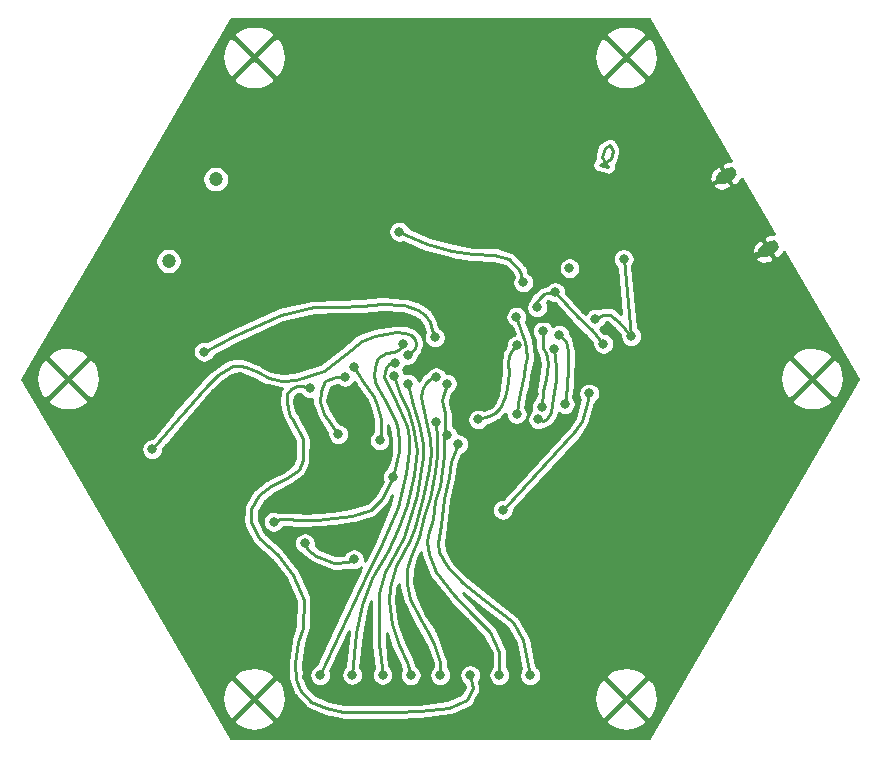
<source format=gbl>
%TF.GenerationSoftware,KiCad,Pcbnew,5.1.6-c6e7f7d~86~ubuntu18.04.1*%
%TF.CreationDate,2020-07-24T20:28:44-07:00*%
%TF.ProjectId,stm32f042_breakout,73746d33-3266-4303-9432-5f627265616b,rev?*%
%TF.SameCoordinates,Original*%
%TF.FileFunction,Copper,L2,Bot*%
%TF.FilePolarity,Positive*%
%FSLAX46Y46*%
G04 Gerber Fmt 4.6, Leading zero omitted, Abs format (unit mm)*
G04 Created by KiCad (PCBNEW 5.1.6-c6e7f7d~86~ubuntu18.04.1) date 2020-07-24 20:28:44*
%MOMM*%
%LPD*%
G01*
G04 APERTURE LIST*
%TA.AperFunction,ComponentPad*%
%ADD10C,1.200000*%
%TD*%
%TA.AperFunction,ViaPad*%
%ADD11C,0.800000*%
%TD*%
%TA.AperFunction,Conductor*%
%ADD12C,0.250000*%
%TD*%
%TA.AperFunction,Conductor*%
%ADD13C,0.254000*%
%TD*%
G04 APERTURE END LIST*
D10*
%TO.P,J7,~*%
%TO.N,N/C*%
X145000000Y-61933459D03*
X149000000Y-55005256D03*
%TD*%
%TO.P,J2,6*%
%TO.N,GND*%
%TA.AperFunction,ComponentPad*%
G36*
G01*
X195165839Y-60660657D02*
X195901961Y-60235657D01*
G75*
G02*
X196619124Y-60427820I262500J-454663D01*
G01*
X196619124Y-60427820D01*
G75*
G02*
X196426961Y-61144983I-454663J-262500D01*
G01*
X195690839Y-61569983D01*
G75*
G02*
X194973676Y-61377820I-262500J454663D01*
G01*
X194973676Y-61377820D01*
G75*
G02*
X195165839Y-60660657I454663J262500D01*
G01*
G37*
%TD.AperFunction*%
%TA.AperFunction,ComponentPad*%
G36*
G01*
X192851961Y-54952901D02*
X192115839Y-55377901D01*
G75*
G02*
X191398676Y-55185738I-262500J454663D01*
G01*
X191398676Y-55185738D01*
G75*
G02*
X191590839Y-54468575I454663J262500D01*
G01*
X192326961Y-54043575D01*
G75*
G02*
X193044124Y-54235738I262500J-454663D01*
G01*
X193044124Y-54235738D01*
G75*
G02*
X192851961Y-54952901I-454663J-262500D01*
G01*
G37*
%TD.AperFunction*%
%TD*%
D11*
%TO.N,GND*%
X159927616Y-63404424D03*
X153441400Y-94802960D03*
X148407120Y-86233000D03*
X160533080Y-81635600D03*
X153832560Y-78592680D03*
X156672280Y-56159400D03*
X185348880Y-64404240D03*
X178465480Y-57002680D03*
X188874400Y-58115200D03*
X171043042Y-73960278D03*
X150921720Y-71927720D03*
X151404320Y-68925440D03*
X171719240Y-82758280D03*
X170428920Y-83418680D03*
X175569880Y-58958480D03*
X191653160Y-81117440D03*
X192944376Y-78881344D03*
X139700000Y-66040000D03*
X153800000Y-52350000D03*
X180200000Y-47050000D03*
X161450000Y-78000000D03*
X181850000Y-80050000D03*
X183600000Y-75500000D03*
X178800000Y-82850000D03*
X155700000Y-81850000D03*
X158450000Y-85500000D03*
X158250000Y-89350000D03*
X167650000Y-90600000D03*
X191200000Y-71700000D03*
X181150000Y-61400000D03*
X178797310Y-67252690D03*
X179950000Y-71350000D03*
X159050000Y-47033400D03*
X176850000Y-47100000D03*
X174350000Y-47100000D03*
X171800000Y-47050000D03*
X169300000Y-47050000D03*
X166700000Y-47050000D03*
X161650000Y-47050000D03*
X164200000Y-47050000D03*
X178200000Y-96967040D03*
X170880000Y-77090000D03*
X175960000Y-73180000D03*
X175240000Y-75780000D03*
X149390000Y-80710000D03*
X162590000Y-83880000D03*
X169050000Y-70750000D03*
X170225000Y-62775000D03*
X162875000Y-60650000D03*
X162300000Y-66750000D03*
X164700000Y-66650000D03*
X166250000Y-59250000D03*
%TO.N,+5V*%
X184165240Y-68305680D03*
X183535320Y-61767720D03*
X181142640Y-66822320D03*
X156550360Y-85831680D03*
X160690560Y-87193120D03*
%TO.N,+3V3*%
X165247320Y-69880480D03*
X143606520Y-77861160D03*
X176580800Y-74284840D03*
X176692560Y-67843400D03*
%TO.N,Net-(C7-Pad2)*%
X159918400Y-71749920D03*
X159366583Y-76583417D03*
%TO.N,~RST~*%
X153893520Y-83997800D03*
X164881560Y-68940680D03*
X163979709Y-80210509D03*
%TO.N,SWD*%
X177637440Y-69397880D03*
X176306480Y-75336400D03*
%TO.N,SWC*%
X178059080Y-68168520D03*
X178546760Y-74046080D03*
%TO.N,PA15*%
X177728880Y-64566800D03*
X173309280Y-83002120D03*
X180609240Y-73146920D03*
X178948080Y-62560200D03*
X181813200Y-68930520D03*
X176210000Y-65860000D03*
%TO.N,PB1*%
X174498000Y-69047360D03*
X171240000Y-75350000D03*
%TO.N,SPIMOSI*%
X160736280Y-70891400D03*
X162864800Y-77129640D03*
X175620000Y-97020000D03*
X169530000Y-77430000D03*
%TO.N,SPIMISO*%
X168544240Y-72318880D03*
X168610280Y-76677520D03*
X173000000Y-97000000D03*
%TO.N,SPISCK*%
X156977080Y-72694800D03*
X170540000Y-96990000D03*
%TO.N,SPINSS*%
X167624760Y-75549760D03*
X168000000Y-97000000D03*
%TO.N,SPID2*%
X167665400Y-71790560D03*
X165500000Y-97000000D03*
%TO.N,SPID1*%
X165287960Y-72329040D03*
X163118800Y-96967040D03*
%TO.N,PA1*%
X164073840Y-71658480D03*
X160538160Y-96982280D03*
%TO.N,PA0*%
X164150040Y-70551040D03*
X157840000Y-97000000D03*
%TO.N,BOOT0*%
X148005800Y-69601080D03*
X167550000Y-68400000D03*
%TO.N,CARD_DET*%
X175046640Y-63738760D03*
X174452280Y-66654680D03*
X174470000Y-74880000D03*
X164551027Y-59448973D03*
%TD*%
D12*
%TO.N,*%
X182238236Y-53971705D02*
X181544295Y-53785764D01*
X181544295Y-53785764D02*
X182424177Y-53277764D01*
X182424177Y-53277764D02*
X182610118Y-52583823D01*
X182610118Y-52583823D02*
X182356118Y-52143882D01*
X182356118Y-52143882D02*
X181916177Y-52397882D01*
X181916177Y-52397882D02*
X181730236Y-53091823D01*
X181730236Y-53091823D02*
X182238236Y-53971705D01*
%TO.N,GND*%
X164465000Y-64383920D02*
X159927616Y-63404424D01*
X164465000Y-64383920D02*
X170393360Y-65740280D01*
X156672280Y-56159400D02*
X159927616Y-63404424D01*
X185348880Y-64404240D02*
X195796400Y-60902820D01*
X148407120Y-86233000D02*
X153832560Y-78592680D01*
X153832560Y-78592680D02*
X150921720Y-71927720D01*
X170428920Y-83418680D02*
X171719240Y-82758280D01*
X171719240Y-82758280D02*
X170652440Y-79486760D01*
X170393360Y-65740280D02*
X171043042Y-73960278D01*
X175569880Y-58958480D02*
X176255680Y-63403480D01*
X176255680Y-63403480D02*
X175529240Y-64912240D01*
X173334680Y-65293240D02*
X170393360Y-65740280D01*
X174992503Y-65005423D02*
X173334680Y-65293240D01*
X175529240Y-64912240D02*
X174992503Y-65005423D01*
X175290480Y-67167760D02*
X176270920Y-66984880D01*
X176270920Y-66984880D02*
X178419760Y-66964560D01*
X180817520Y-70073520D02*
X183372760Y-70581520D01*
X183372760Y-70581520D02*
X185729880Y-69159120D01*
X185729880Y-69159120D02*
X186359800Y-66888360D01*
X186359800Y-66888360D02*
X185348880Y-64404240D01*
X185348880Y-64404240D02*
X188874400Y-58115200D01*
X191653160Y-81117440D02*
X183372760Y-70581520D01*
X185729880Y-69159120D02*
X192944376Y-78881344D01*
X192221400Y-54710738D02*
X193741040Y-57012840D01*
X195796400Y-60902820D02*
X192221400Y-54710738D01*
X148407120Y-86233000D02*
X153441400Y-94802960D01*
X170428920Y-83418680D02*
X172050000Y-85550000D01*
X172050000Y-85550000D02*
X177100000Y-86100000D01*
X177100000Y-86100000D02*
X181850000Y-80050000D01*
X181850000Y-80050000D02*
X183600000Y-75500000D01*
X181850000Y-80050000D02*
X178800000Y-82850000D01*
X169150000Y-98000000D02*
X169550000Y-96700000D01*
X157250000Y-98250000D02*
X165600000Y-98500000D01*
X169550000Y-96700000D02*
X167650000Y-90600000D01*
X158250000Y-89350000D02*
X156400000Y-97150000D01*
X165600000Y-98500000D02*
X169150000Y-98000000D01*
X156400000Y-97150000D02*
X157250000Y-98250000D01*
X183600000Y-75500000D02*
X191200000Y-71700000D01*
X178419760Y-66964560D02*
X178797310Y-67252690D01*
X178797310Y-67252690D02*
X179964080Y-68143120D01*
X178797310Y-67252690D02*
X180498369Y-69351631D01*
X179964080Y-68143120D02*
X180498369Y-69351631D01*
X180498369Y-69351631D02*
X180817520Y-70073520D01*
X178797310Y-67252690D02*
X179950000Y-70050000D01*
X179950000Y-70050000D02*
X179950000Y-71350000D01*
X176850000Y-47100000D02*
X180200000Y-47050000D01*
X174350000Y-47100000D02*
X176850000Y-47100000D01*
X174350000Y-47100000D02*
X171800000Y-47050000D01*
X171800000Y-47050000D02*
X169300000Y-47050000D01*
X169300000Y-47050000D02*
X166700000Y-47050000D01*
X164200000Y-47050000D02*
X161650000Y-47050000D01*
X166700000Y-47050000D02*
X164200000Y-47050000D01*
X171394120Y-84129880D02*
X170428920Y-83418680D01*
X177627280Y-90561160D02*
X175188880Y-86370160D01*
X175188880Y-86370160D02*
X171394120Y-84129880D01*
X178200000Y-96967040D02*
X177627280Y-90561160D01*
X168760000Y-71020000D02*
X169040000Y-70800000D01*
X170393360Y-65740280D02*
X168760000Y-71020000D01*
%TO.N,+5V*%
X184165240Y-68305680D02*
X183535320Y-61767720D01*
X181142640Y-66822320D02*
X181752240Y-66497200D01*
X181752240Y-66497200D02*
X182382160Y-66476880D01*
X182382160Y-66476880D02*
X183159400Y-67101720D01*
X183159400Y-67101720D02*
X184165240Y-68305680D01*
X156550360Y-85831680D02*
X156834840Y-86420960D01*
X156834840Y-86420960D02*
X157525720Y-86888320D01*
X157525720Y-86888320D02*
X159004000Y-87518240D01*
X159004000Y-87518240D02*
X160162240Y-87457280D01*
X160162240Y-87457280D02*
X160690560Y-87193120D01*
%TO.N,+3V3*%
X165247320Y-69880480D02*
X165831520Y-69382640D01*
X165831520Y-69382640D02*
X165973760Y-68955920D01*
X165973760Y-68955920D02*
X165831520Y-68513960D01*
X165831520Y-68513960D02*
X165541960Y-68229480D01*
X165541960Y-68229480D02*
X165044120Y-68005960D01*
X165044120Y-68005960D02*
X164297360Y-67965320D01*
X164297360Y-67965320D02*
X162478720Y-68285360D01*
X162478720Y-68285360D02*
X161356040Y-68681600D01*
X161356040Y-68681600D02*
X160004760Y-69839840D01*
X160004760Y-69839840D02*
X158130240Y-71262240D01*
X158130240Y-71262240D02*
X155757880Y-71993760D01*
X155757880Y-71993760D02*
X154619960Y-72054720D01*
X154619960Y-72054720D02*
X153502360Y-71831200D01*
X153502360Y-71831200D02*
X152547320Y-71363840D01*
X152547320Y-71363840D02*
X151571960Y-70937120D01*
X151571960Y-70937120D02*
X151084280Y-70794880D01*
X151084280Y-70794880D02*
X150439120Y-70835520D01*
X150439120Y-70835520D02*
X149870160Y-71120000D01*
X149870160Y-71120000D02*
X149179280Y-71607680D01*
X149179280Y-71607680D02*
X148224240Y-72522080D01*
X148224240Y-72522080D02*
X145780760Y-75280520D01*
X145780760Y-75280520D02*
X144317720Y-77089000D01*
X144317720Y-77089000D02*
X143606520Y-77861160D01*
X176697640Y-68671440D02*
X176723040Y-69281040D01*
X176692560Y-67843400D02*
X176697640Y-68671440D01*
X177124360Y-70662800D02*
X176921160Y-71912480D01*
X177022760Y-70093840D02*
X177124360Y-70662800D01*
X176921160Y-69707760D02*
X177022760Y-70093840D01*
X176733200Y-72979280D02*
X176580800Y-74284840D01*
X176921160Y-71912480D02*
X176733200Y-72979280D01*
X176723040Y-69281040D02*
X176921160Y-69707760D01*
%TO.N,Net-(C7-Pad2)*%
X159366583Y-76583417D02*
X159171640Y-76332080D01*
X159366583Y-76583417D02*
X158739840Y-75773280D01*
X159171640Y-71714360D02*
X159918400Y-71749920D01*
X157784800Y-73858120D02*
X157916880Y-72903080D01*
X158247080Y-72110600D02*
X159171640Y-71714360D01*
X157916880Y-72903080D02*
X158247080Y-72110600D01*
X158739840Y-75773280D02*
X158181040Y-74848720D01*
X158181040Y-74848720D02*
X157784800Y-73858120D01*
%TO.N,~RST~*%
X164089080Y-69606160D02*
X163398200Y-69763640D01*
X163398200Y-69763640D02*
X162758120Y-70154800D01*
X162758120Y-70154800D02*
X162524440Y-70606920D01*
X162524440Y-70606920D02*
X162377120Y-71531480D01*
X162377120Y-71531480D02*
X162488880Y-72171560D01*
X162488880Y-72171560D02*
X162773360Y-72649080D01*
X162773360Y-72649080D02*
X163301680Y-73741280D01*
X163301680Y-73741280D02*
X163647120Y-74411840D01*
X163647120Y-74411840D02*
X164231320Y-75554840D01*
X164231320Y-75554840D02*
X164393880Y-76276200D01*
X164393880Y-76276200D02*
X164505640Y-77231240D01*
X164505640Y-77231240D02*
X164485320Y-78079600D01*
X163921440Y-80421480D02*
X163068000Y-82087720D01*
X163068000Y-82087720D02*
X162173920Y-82981800D01*
X162173920Y-82981800D02*
X160533080Y-83489800D01*
X160533080Y-83489800D02*
X159009080Y-83733640D01*
X159009080Y-83733640D02*
X157607000Y-83835240D01*
X157607000Y-83835240D02*
X156530040Y-83896200D01*
X156530040Y-83896200D02*
X155879800Y-83855560D01*
X155879800Y-83855560D02*
X155178760Y-83814920D01*
X155178760Y-83814920D02*
X154401520Y-83794600D01*
X154401520Y-83794600D02*
X153893520Y-83997800D01*
X164089080Y-69606160D02*
X164393880Y-69474080D01*
X164393880Y-69474080D02*
X164663120Y-69260720D01*
X164663120Y-69260720D02*
X164881560Y-68940680D01*
X164485320Y-78079600D02*
X164434354Y-78389646D01*
X164434354Y-78389646D02*
X164363400Y-78821280D01*
X164363400Y-78821280D02*
X163979709Y-80210509D01*
X163979709Y-80210509D02*
X163921440Y-80421480D01*
%TO.N,SWD*%
X177637440Y-69397880D02*
X177789840Y-70947280D01*
X177789840Y-70947280D02*
X177815240Y-72029320D01*
X177815240Y-72029320D02*
X177566320Y-73568560D01*
X177566320Y-73568560D02*
X177388520Y-74691240D01*
X177388520Y-74691240D02*
X177032920Y-75331320D01*
X177032920Y-75331320D02*
X176687480Y-75478640D01*
X176687480Y-75478640D02*
X176306480Y-75336400D01*
%TO.N,SWC*%
X178059080Y-68168520D02*
X178628040Y-68691760D01*
X178628040Y-68691760D02*
X178816000Y-69555360D01*
X178816000Y-69555360D02*
X178821080Y-70601840D01*
X178821080Y-70601840D02*
X178790600Y-71191120D01*
X178790600Y-71191120D02*
X178775360Y-72344280D01*
X178775360Y-72344280D02*
X178612800Y-73512680D01*
X178612800Y-73512680D02*
X178546760Y-74046080D01*
%TO.N,PA15*%
X173309280Y-83002120D02*
X179456080Y-76347320D01*
X179456080Y-76347320D02*
X179984400Y-75458320D01*
X179984400Y-75458320D02*
X180411120Y-74005440D01*
X180411120Y-74005440D02*
X180609240Y-73146920D01*
X181813200Y-68930520D02*
X180848000Y-67812920D01*
X180848000Y-67812920D02*
X179644040Y-66669920D01*
X179644040Y-66669920D02*
X177728880Y-64566800D01*
X176210000Y-65860000D02*
X176150000Y-65490000D01*
X176150000Y-65490000D02*
X176440000Y-65030000D01*
X176440000Y-65030000D02*
X176770000Y-64740000D01*
X176770000Y-64740000D02*
X177060000Y-64650000D01*
X177060000Y-64650000D02*
X177728880Y-64566800D01*
%TO.N,PB1*%
X171240000Y-75350000D02*
X172160000Y-75080000D01*
X172160000Y-75080000D02*
X172660000Y-74830000D01*
X172660000Y-74830000D02*
X173070000Y-74410000D01*
X173070000Y-74410000D02*
X173520000Y-73470000D01*
X173520000Y-73470000D02*
X173650000Y-72680000D01*
X173650000Y-72680000D02*
X173800000Y-71400000D01*
X173800000Y-71400000D02*
X173760000Y-70590000D01*
X173760000Y-70590000D02*
X173860000Y-69960000D01*
X173860000Y-69960000D02*
X174080000Y-69500000D01*
X174080000Y-69500000D02*
X174498000Y-69047360D01*
%TO.N,SPIMOSI*%
X160736280Y-70891400D02*
X161422080Y-72024240D01*
X161422080Y-72024240D02*
X162377120Y-73406000D01*
X162377120Y-73406000D02*
X162687000Y-74147680D01*
X162687000Y-74147680D02*
X162991800Y-75311000D01*
X162991800Y-75311000D02*
X162951160Y-76377800D01*
X162951160Y-76377800D02*
X162864800Y-77129640D01*
X175000000Y-94000000D02*
X175620000Y-97020000D01*
X174132240Y-92486480D02*
X175000000Y-94000000D01*
X169910760Y-89179400D02*
X171632880Y-90581480D01*
X168549320Y-87792560D02*
X169910760Y-89179400D01*
X167919400Y-86563200D02*
X168549320Y-87792560D01*
X167838120Y-85826600D02*
X167919400Y-86563200D01*
X168305480Y-82047080D02*
X168041320Y-84322920D01*
X168711880Y-80182720D02*
X168305480Y-82047080D01*
X168915080Y-78922880D02*
X168711880Y-80182720D01*
X171632880Y-90581480D02*
X174132240Y-92486480D01*
X168041320Y-84322920D02*
X167838120Y-85826600D01*
X169530000Y-77430000D02*
X168915080Y-78922880D01*
%TO.N,SPIMISO*%
X168544240Y-72318880D02*
X168183560Y-73715880D01*
X168183560Y-73715880D02*
X168208960Y-74132440D01*
X168208960Y-74132440D02*
X168396920Y-74818240D01*
X168396920Y-74818240D02*
X168447720Y-75605640D01*
X168610280Y-76677520D02*
X168377829Y-76267269D01*
X168447720Y-75605640D02*
X168377829Y-76267269D01*
X168371520Y-76327000D02*
X168377829Y-76267269D01*
X168346120Y-76936600D02*
X168371520Y-76327000D01*
X168361360Y-78455520D02*
X168346120Y-76936600D01*
X172201840Y-93345000D02*
X170677840Y-91800680D01*
X169158920Y-90175080D02*
X167675560Y-88270080D01*
X167965120Y-80949800D02*
X168361360Y-78455520D01*
X166867840Y-85765640D02*
X166944040Y-85161120D01*
X170677840Y-91800680D02*
X169158920Y-90175080D01*
X167675560Y-88270080D02*
X167035480Y-86705440D01*
X166944040Y-85161120D02*
X167365680Y-83738720D01*
X167035480Y-86705440D02*
X166867840Y-85765640D01*
X167365680Y-83738720D02*
X167599360Y-82270600D01*
X167599360Y-82270600D02*
X167965120Y-80949800D01*
X173000000Y-97000000D02*
X173000000Y-95000000D01*
X173000000Y-95000000D02*
X172201840Y-93345000D01*
%TO.N,SPISCK*%
X156321760Y-72522080D02*
X156977080Y-72694800D01*
X155051760Y-73167240D02*
X155407360Y-72740520D01*
X154995880Y-73771760D02*
X155051760Y-73167240D01*
X155097480Y-74422000D02*
X154995880Y-73771760D01*
X156362400Y-78760320D02*
X156382720Y-77033120D01*
X155549600Y-75427840D02*
X155326080Y-75021440D01*
X155021280Y-80319880D02*
X156016960Y-79588360D01*
X156382720Y-77033120D02*
X155549600Y-75427840D01*
X153705560Y-81010760D02*
X155021280Y-80319880D01*
X152648920Y-81782920D02*
X153705560Y-81010760D01*
X155407360Y-72740520D02*
X155849320Y-72522080D01*
X151998680Y-84033360D02*
X152019000Y-82900520D01*
X155519120Y-88478360D02*
X154264360Y-86832440D01*
X166258240Y-100070920D02*
X164078920Y-100131880D01*
X156150000Y-98250000D02*
X155800000Y-97300000D01*
X155326080Y-75021440D02*
X155097480Y-74422000D01*
X154264360Y-86832440D02*
X152679400Y-85369400D01*
X156453840Y-90606880D02*
X155519120Y-88478360D01*
X156016960Y-79588360D02*
X156362400Y-78760320D01*
X170281600Y-99095560D02*
X168742360Y-99755960D01*
X170759120Y-98104960D02*
X170281600Y-99095560D01*
X164078920Y-100131880D02*
X159795709Y-100104291D01*
X168742360Y-99755960D02*
X166258240Y-100070920D01*
X170540000Y-96990000D02*
X170759120Y-98104960D01*
X159795709Y-100104291D02*
X158350000Y-99800000D01*
X155849320Y-72522080D02*
X156321760Y-72522080D01*
X157100000Y-99250000D02*
X156150000Y-98250000D01*
X155800000Y-97300000D02*
X155750000Y-96000000D01*
X152019000Y-82900520D02*
X152648920Y-81782920D01*
X156372560Y-92984320D02*
X156453840Y-90606880D01*
X152679400Y-85369400D02*
X151998680Y-84033360D01*
X155750000Y-96000000D02*
X156000000Y-94150000D01*
X158350000Y-99800000D02*
X157100000Y-99250000D01*
X156000000Y-94150000D02*
X156372560Y-92984320D01*
%TO.N,SPINSS*%
X167690800Y-76992480D02*
X167624760Y-75549760D01*
X167751760Y-78399640D02*
X167690800Y-76992480D01*
X167528240Y-79796640D02*
X167751760Y-78399640D01*
X167096440Y-82001360D02*
X167528240Y-79796640D01*
X166634160Y-83525360D02*
X167096440Y-82001360D01*
X166207440Y-85328760D02*
X166634160Y-83525360D01*
X165232080Y-87975440D02*
X165496240Y-86898480D01*
X165475920Y-90576400D02*
X165150800Y-89275920D01*
X165496240Y-86898480D02*
X166207440Y-85328760D01*
X168000000Y-97000000D02*
X168010840Y-95864680D01*
X167076120Y-93512640D02*
X166268400Y-92181680D01*
X166268400Y-92181680D02*
X165475920Y-90576400D01*
X165150800Y-89275920D02*
X165232080Y-87975440D01*
X168010840Y-95864680D02*
X167462200Y-94386400D01*
X167462200Y-94386400D02*
X167076120Y-93512640D01*
%TO.N,SPID2*%
X163880800Y-92699840D02*
X164490400Y-94467680D01*
X163636960Y-90733880D02*
X163880800Y-92699840D01*
X163738560Y-89535000D02*
X163636960Y-90733880D01*
X166817040Y-72263000D02*
X166583360Y-72659240D01*
X166425880Y-72979280D02*
X166390320Y-73426320D01*
X166573200Y-81874360D02*
X165831520Y-84439760D01*
X167314880Y-71815960D02*
X167020240Y-71968360D01*
X164490400Y-94467680D02*
X165196520Y-95905320D01*
X167020240Y-71968360D02*
X166817040Y-72263000D01*
X164246560Y-87746840D02*
X163738560Y-89535000D01*
X166690040Y-75031600D02*
X167132000Y-77022960D01*
X167665400Y-71790560D02*
X167314880Y-71815960D01*
X166390320Y-73426320D02*
X166425880Y-73893680D01*
X166425880Y-73893680D02*
X166690040Y-75031600D01*
X166583360Y-72659240D02*
X166425880Y-72979280D01*
X167132000Y-77022960D02*
X167208200Y-78176120D01*
X167208200Y-78176120D02*
X167055800Y-79507080D01*
X167055800Y-79507080D02*
X166573200Y-81874360D01*
X165831520Y-84439760D02*
X165425120Y-85531960D01*
X165425120Y-85531960D02*
X164246560Y-87746840D01*
X165196520Y-95905320D02*
X165500000Y-97000000D01*
%TO.N,SPID1*%
X165287960Y-72329040D02*
X165684200Y-74122280D01*
X165684200Y-74122280D02*
X166202360Y-75737720D01*
X166202360Y-75737720D02*
X166537640Y-77409040D01*
X166537640Y-77409040D02*
X166568120Y-78486000D01*
X166568120Y-78486000D02*
X165999160Y-81706720D01*
X165999160Y-81706720D02*
X165694360Y-82839560D01*
X165694360Y-82839560D02*
X164896800Y-85298280D01*
X164896800Y-85298280D02*
X164221160Y-86547960D01*
X164221160Y-86547960D02*
X163367720Y-88234520D01*
X163367720Y-88234520D02*
X162859720Y-90002360D01*
X162859720Y-90002360D02*
X162778440Y-92008960D01*
X162778440Y-92008960D02*
X162819080Y-94340680D01*
X162819080Y-94340680D02*
X163118800Y-96967040D01*
%TO.N,PA1*%
X165729920Y-75981560D02*
X165282880Y-74579480D01*
X166014400Y-77972920D02*
X165729920Y-75981560D01*
X165750240Y-80081120D02*
X166014400Y-77972920D01*
X165282880Y-74579480D02*
X164632640Y-73182480D01*
X165160960Y-82621120D02*
X165750240Y-80081120D01*
X160898840Y-93421200D02*
X161361120Y-91048840D01*
X160538160Y-96982280D02*
X160898840Y-93421200D01*
X161361120Y-91048840D02*
X162250120Y-88737440D01*
X164632640Y-73182480D02*
X164073840Y-71658480D01*
X164429440Y-84582000D02*
X165160960Y-82621120D01*
X162250120Y-88737440D02*
X163540440Y-86527640D01*
X163540440Y-86527640D02*
X164429440Y-84582000D01*
%TO.N,PA0*%
X163403280Y-70972680D02*
X163631880Y-70693280D01*
X163017200Y-86100920D02*
X164393880Y-82748120D01*
X161772600Y-88407240D02*
X163017200Y-86100920D01*
X160695640Y-90769440D02*
X161772600Y-88407240D01*
X157840000Y-97000000D02*
X160695640Y-90769440D01*
X164393880Y-82748120D02*
X165089840Y-79883000D01*
X163870640Y-70591680D02*
X164150040Y-70551040D01*
X163631880Y-70693280D02*
X163870640Y-70591680D01*
X165089840Y-79883000D02*
X165343840Y-78018640D01*
X163291520Y-71323200D02*
X163403280Y-70972680D01*
X165343840Y-78018640D02*
X165318440Y-76840080D01*
X165318440Y-76840080D02*
X165155880Y-75890120D01*
X165155880Y-75890120D02*
X164531040Y-74340720D01*
X164531040Y-74340720D02*
X164048440Y-73466960D01*
X164048440Y-73466960D02*
X163479480Y-72273160D01*
X163479480Y-72273160D02*
X163276280Y-71770240D01*
X163276280Y-71770240D02*
X163291520Y-71323200D01*
%TO.N,BOOT0*%
X150576280Y-68280280D02*
X148005800Y-69601080D01*
X157332680Y-65867280D02*
X154492960Y-66476880D01*
X159324040Y-65796160D02*
X157332680Y-65867280D01*
X161417000Y-65745360D02*
X159324040Y-65796160D01*
X166110920Y-66060320D02*
X164947600Y-65679320D01*
X166710360Y-66492120D02*
X166110920Y-66060320D01*
X167116760Y-67127120D02*
X166710360Y-66492120D01*
X154492960Y-66476880D02*
X150576280Y-68280280D01*
X163103560Y-65577720D02*
X161417000Y-65745360D01*
X164947600Y-65679320D02*
X163103560Y-65577720D01*
X167330120Y-67787520D02*
X167116760Y-67127120D01*
X167550000Y-68400000D02*
X167330120Y-67787520D01*
%TO.N,CARD_DET*%
X175370000Y-70140000D02*
X175200000Y-70780000D01*
X175200000Y-70780000D02*
X175080000Y-71610000D01*
X175080000Y-71610000D02*
X174960000Y-72310000D01*
X174960000Y-72310000D02*
X174750000Y-73120000D01*
X174750000Y-73120000D02*
X174610000Y-73930000D01*
X174610000Y-73930000D02*
X174470000Y-74880000D01*
X175370000Y-70140000D02*
X175290000Y-69310000D01*
X175290000Y-69310000D02*
X175223001Y-68750000D01*
X175223001Y-68750000D02*
X174452280Y-66654680D01*
X173852840Y-61777880D02*
X174767240Y-62753240D01*
X169021760Y-61087000D02*
X170743880Y-61371480D01*
X174767240Y-62753240D02*
X174970440Y-63764160D01*
X164551027Y-59448973D02*
X166888160Y-60518040D01*
X174970440Y-63764160D02*
X175046640Y-63738760D01*
X166888160Y-60518040D02*
X169021760Y-61087000D01*
X170743880Y-61371480D02*
X172593000Y-61412120D01*
X172593000Y-61412120D02*
X173852840Y-61777880D01*
%TD*%
D13*
%TO.N,GND*%
G36*
X192640142Y-53449937D02*
G01*
X192524522Y-53445709D01*
X192320432Y-53478602D01*
X192126681Y-53550679D01*
X191758620Y-53763179D01*
X192248120Y-54611018D01*
X192265440Y-54601018D01*
X192338440Y-54727458D01*
X192321120Y-54737458D01*
X192810620Y-55585297D01*
X193178681Y-55372797D01*
X193337977Y-55241042D01*
X193468508Y-55080741D01*
X193525059Y-54973960D01*
X196235987Y-59642782D01*
X196099522Y-59637791D01*
X195895432Y-59670684D01*
X195701681Y-59742761D01*
X195333620Y-59955261D01*
X195823120Y-60803100D01*
X195840440Y-60793100D01*
X195913440Y-60919540D01*
X195896120Y-60929540D01*
X196385620Y-61777379D01*
X196753681Y-61564879D01*
X196912977Y-61433124D01*
X197043508Y-61272823D01*
X197109791Y-61147666D01*
X203357494Y-71907600D01*
X185678011Y-102355600D01*
X150313590Y-102355600D01*
X149445065Y-100859805D01*
X150493433Y-100859805D01*
X150728526Y-101218325D01*
X151190534Y-101472525D01*
X151693257Y-101631708D01*
X152217376Y-101689756D01*
X152742748Y-101644437D01*
X153249184Y-101497495D01*
X153717222Y-101254575D01*
X153771474Y-101218325D01*
X154006567Y-100859805D01*
X181993433Y-100859805D01*
X182228526Y-101218325D01*
X182690534Y-101472525D01*
X183193257Y-101631708D01*
X183717376Y-101689756D01*
X184242748Y-101644437D01*
X184749184Y-101497495D01*
X185217222Y-101254575D01*
X185271474Y-101218325D01*
X185506567Y-100859805D01*
X183750000Y-99103238D01*
X181993433Y-100859805D01*
X154006567Y-100859805D01*
X152250000Y-99103238D01*
X150493433Y-100859805D01*
X149445065Y-100859805D01*
X148346235Y-98967376D01*
X149560244Y-98967376D01*
X149605563Y-99492748D01*
X149752505Y-99999184D01*
X149995425Y-100467222D01*
X150031675Y-100521474D01*
X150390195Y-100756567D01*
X152146762Y-99000000D01*
X152353238Y-99000000D01*
X154109805Y-100756567D01*
X154468325Y-100521474D01*
X154722525Y-100059466D01*
X154881708Y-99556743D01*
X154939756Y-99032624D01*
X154894437Y-98507252D01*
X154747495Y-98000816D01*
X154504575Y-97532778D01*
X154468325Y-97478526D01*
X154109805Y-97243433D01*
X152353238Y-99000000D01*
X152146762Y-99000000D01*
X150390195Y-97243433D01*
X150031675Y-97478526D01*
X149777475Y-97940534D01*
X149618292Y-98443257D01*
X149560244Y-98967376D01*
X148346235Y-98967376D01*
X147285292Y-97140195D01*
X150493433Y-97140195D01*
X152250000Y-98896762D01*
X154006567Y-97140195D01*
X153771474Y-96781675D01*
X153309466Y-96527475D01*
X152806743Y-96368292D01*
X152282624Y-96310244D01*
X151757252Y-96355563D01*
X151250816Y-96502505D01*
X150782778Y-96745425D01*
X150728526Y-96781675D01*
X150493433Y-97140195D01*
X147285292Y-97140195D01*
X136037999Y-77769859D01*
X142679520Y-77769859D01*
X142679520Y-77952461D01*
X142715144Y-78131556D01*
X142785024Y-78300259D01*
X142886472Y-78452088D01*
X143015592Y-78581208D01*
X143167421Y-78682656D01*
X143336124Y-78752536D01*
X143515219Y-78788160D01*
X143697821Y-78788160D01*
X143876916Y-78752536D01*
X144045619Y-78682656D01*
X144197448Y-78581208D01*
X144326568Y-78452088D01*
X144428016Y-78300259D01*
X144497896Y-78131556D01*
X144533520Y-77952461D01*
X144533520Y-77817098D01*
X144789804Y-77538848D01*
X144804476Y-77523968D01*
X144811458Y-77515338D01*
X144818989Y-77507161D01*
X144831590Y-77490453D01*
X146278505Y-75701905D01*
X148694520Y-72974472D01*
X149595039Y-72112275D01*
X150205860Y-71681107D01*
X150612264Y-71477905D01*
X151011326Y-71452768D01*
X151349095Y-71551284D01*
X152273244Y-71955599D01*
X153205023Y-72411577D01*
X153251011Y-72436220D01*
X153293297Y-72449096D01*
X153334723Y-72464543D01*
X153386238Y-72472887D01*
X154478171Y-72691274D01*
X154526703Y-72703202D01*
X154573080Y-72705274D01*
X154586874Y-72706648D01*
X154568553Y-72728633D01*
X154542835Y-72754661D01*
X154509900Y-72804598D01*
X154476304Y-72854070D01*
X154474573Y-72858162D01*
X154472124Y-72861875D01*
X154449570Y-72917264D01*
X154426264Y-72972354D01*
X154425363Y-72976711D01*
X154423688Y-72980825D01*
X154412381Y-73039506D01*
X154400262Y-73098126D01*
X154399987Y-73134723D01*
X154348068Y-73696395D01*
X154341287Y-73744676D01*
X154343993Y-73792250D01*
X154344279Y-73839886D01*
X154354075Y-73887635D01*
X154449009Y-74495214D01*
X154451549Y-74531537D01*
X154467321Y-74589390D01*
X154482350Y-74647479D01*
X154498174Y-74680277D01*
X154698719Y-75206150D01*
X154701459Y-75219111D01*
X154721556Y-75266034D01*
X154728287Y-75283683D01*
X154734167Y-75295477D01*
X154739356Y-75307592D01*
X154748459Y-75324142D01*
X154771235Y-75369826D01*
X154779347Y-75380302D01*
X154974520Y-75735163D01*
X155728846Y-77188623D01*
X155711935Y-78626097D01*
X155484962Y-79170164D01*
X154674761Y-79765415D01*
X153444935Y-80411193D01*
X153429631Y-80416547D01*
X153388199Y-80440984D01*
X153374094Y-80448391D01*
X153360624Y-80457249D01*
X153346723Y-80465448D01*
X153333845Y-80474859D01*
X153293670Y-80501278D01*
X153282126Y-80512654D01*
X152281184Y-81244111D01*
X152244731Y-81267306D01*
X152206257Y-81304095D01*
X152166601Y-81339532D01*
X152159933Y-81348392D01*
X152151906Y-81356067D01*
X152121344Y-81399663D01*
X152089367Y-81442148D01*
X152070626Y-81481059D01*
X151481820Y-82525716D01*
X151480875Y-82526826D01*
X151450395Y-82581469D01*
X151435286Y-82608276D01*
X151434697Y-82609613D01*
X151418311Y-82638989D01*
X151408864Y-82668234D01*
X151396470Y-82696358D01*
X151389171Y-82729194D01*
X151378831Y-82761203D01*
X151375270Y-82791731D01*
X151368602Y-82821731D01*
X151367849Y-82855362D01*
X151367680Y-82856811D01*
X151367130Y-82887465D01*
X151365727Y-82950130D01*
X151365980Y-82951571D01*
X151346788Y-84021507D01*
X151345545Y-84084752D01*
X151351303Y-84116995D01*
X151353927Y-84149629D01*
X151362562Y-84180051D01*
X151368122Y-84211185D01*
X151380055Y-84241676D01*
X151388998Y-84273181D01*
X151417817Y-84329504D01*
X152078197Y-85625625D01*
X152084621Y-85644107D01*
X152107276Y-85682697D01*
X152112996Y-85693924D01*
X152123501Y-85710335D01*
X152149643Y-85754865D01*
X152158061Y-85764324D01*
X152164890Y-85774993D01*
X152200698Y-85812236D01*
X152213632Y-85826771D01*
X152222876Y-85835304D01*
X152253904Y-85867576D01*
X152269964Y-85878769D01*
X153780331Y-87272955D01*
X154953435Y-88811765D01*
X155797146Y-90733043D01*
X155724026Y-92871820D01*
X155390822Y-93914362D01*
X155380340Y-93937287D01*
X155371322Y-93975375D01*
X155369201Y-93982010D01*
X155363943Y-94006539D01*
X155358162Y-94030953D01*
X155357229Y-94037857D01*
X155349025Y-94076127D01*
X155348651Y-94101332D01*
X155109194Y-95873312D01*
X155102998Y-95896977D01*
X155100618Y-95936776D01*
X155099585Y-95944420D01*
X155098704Y-95968773D01*
X155097252Y-95993061D01*
X155097548Y-96000757D01*
X155096107Y-96040611D01*
X155100010Y-96064765D01*
X155146268Y-97267473D01*
X155145363Y-97273992D01*
X155148732Y-97331540D01*
X155149713Y-97357056D01*
X155150605Y-97363544D01*
X155152868Y-97402204D01*
X155159331Y-97427017D01*
X155162823Y-97452415D01*
X155175479Y-97489009D01*
X155177131Y-97495352D01*
X155185966Y-97519332D01*
X155204801Y-97573794D01*
X155208122Y-97579472D01*
X155528719Y-98449663D01*
X155538489Y-98485118D01*
X155565251Y-98538431D01*
X155591240Y-98592071D01*
X155594031Y-98595761D01*
X155596109Y-98599901D01*
X155632750Y-98646957D01*
X155668712Y-98694508D01*
X155696191Y-98718948D01*
X156606111Y-99676760D01*
X156626745Y-99703051D01*
X156674340Y-99743880D01*
X156722172Y-99785231D01*
X156723273Y-99785856D01*
X156724225Y-99786673D01*
X156778953Y-99817478D01*
X156833851Y-99848657D01*
X156865583Y-99859178D01*
X158061308Y-100385298D01*
X158092580Y-100402462D01*
X158150498Y-100420736D01*
X158208204Y-100439625D01*
X158243621Y-100443895D01*
X159631574Y-100736029D01*
X159663759Y-100746019D01*
X159726175Y-100752573D01*
X159788435Y-100759404D01*
X159822004Y-100756474D01*
X164053936Y-100783732D01*
X164065142Y-100784520D01*
X164085946Y-100783938D01*
X164106741Y-100784072D01*
X164117918Y-100783044D01*
X166305115Y-100721863D01*
X166308482Y-100721769D01*
X168819466Y-100403402D01*
X168878254Y-100396864D01*
X168913719Y-100385617D01*
X168949982Y-100377344D01*
X169003911Y-100353219D01*
X170488459Y-99716285D01*
X170497744Y-99714032D01*
X170547346Y-99691020D01*
X170568101Y-99682115D01*
X170576438Y-99677523D01*
X170614249Y-99659981D01*
X170632555Y-99646613D01*
X170652413Y-99635675D01*
X170684304Y-99608824D01*
X170717970Y-99584239D01*
X170733318Y-99567555D01*
X170750659Y-99552954D01*
X170776702Y-99520394D01*
X170804922Y-99489717D01*
X170816715Y-99470368D01*
X170830880Y-99452658D01*
X170850075Y-99415633D01*
X170855017Y-99407524D01*
X170864802Y-99387225D01*
X170889992Y-99338636D01*
X170892653Y-99329450D01*
X171067191Y-98967376D01*
X181060244Y-98967376D01*
X181105563Y-99492748D01*
X181252505Y-99999184D01*
X181495425Y-100467222D01*
X181531675Y-100521474D01*
X181890195Y-100756567D01*
X183646762Y-99000000D01*
X183853238Y-99000000D01*
X185609805Y-100756567D01*
X185968325Y-100521474D01*
X186222525Y-100059466D01*
X186381708Y-99556743D01*
X186439756Y-99032624D01*
X186394437Y-98507252D01*
X186247495Y-98000816D01*
X186004575Y-97532778D01*
X185968325Y-97478526D01*
X185609805Y-97243433D01*
X183853238Y-99000000D01*
X183646762Y-99000000D01*
X181890195Y-97243433D01*
X181531675Y-97478526D01*
X181277475Y-97940534D01*
X181118292Y-98443257D01*
X181060244Y-98967376D01*
X171067191Y-98967376D01*
X171340224Y-98400978D01*
X171363826Y-98357065D01*
X171377440Y-98312555D01*
X171393444Y-98268848D01*
X171396185Y-98251267D01*
X171401390Y-98234249D01*
X171406059Y-98187934D01*
X171413228Y-98141948D01*
X171412486Y-98124168D01*
X171414271Y-98106464D01*
X171409816Y-98060135D01*
X171407876Y-98013627D01*
X171396121Y-97965181D01*
X171306842Y-97510896D01*
X171361496Y-97429099D01*
X171431376Y-97260396D01*
X171467000Y-97081301D01*
X171467000Y-96898699D01*
X171431376Y-96719604D01*
X171361496Y-96550901D01*
X171260048Y-96399072D01*
X171130928Y-96269952D01*
X170979099Y-96168504D01*
X170810396Y-96098624D01*
X170631301Y-96063000D01*
X170448699Y-96063000D01*
X170269604Y-96098624D01*
X170100901Y-96168504D01*
X169949072Y-96269952D01*
X169819952Y-96399072D01*
X169718504Y-96550901D01*
X169648624Y-96719604D01*
X169613000Y-96898699D01*
X169613000Y-97081301D01*
X169648624Y-97260396D01*
X169718504Y-97429099D01*
X169819952Y-97580928D01*
X169949072Y-97710048D01*
X170027311Y-97762325D01*
X170077466Y-98017530D01*
X169800251Y-98592604D01*
X168569472Y-99120661D01*
X166208005Y-99420071D01*
X164071916Y-99479822D01*
X159865660Y-99452729D01*
X158550575Y-99175931D01*
X157482484Y-98705971D01*
X156715313Y-97898424D01*
X156447543Y-97171621D01*
X156403688Y-96031361D01*
X156638467Y-94294001D01*
X156991704Y-93188776D01*
X157010382Y-93134014D01*
X157015464Y-93095846D01*
X157023535Y-93058194D01*
X157024393Y-93000353D01*
X157104981Y-90643132D01*
X157108848Y-90593066D01*
X157103350Y-90547187D01*
X157100396Y-90501096D01*
X157095727Y-90483568D01*
X157093567Y-90465545D01*
X157079226Y-90421626D01*
X157067336Y-90376991D01*
X157045196Y-90331930D01*
X156123560Y-88233206D01*
X156107617Y-88190441D01*
X156080932Y-88147225D01*
X156056064Y-88102971D01*
X156026389Y-88068329D01*
X154806715Y-86468433D01*
X154794117Y-86446974D01*
X154767875Y-86417485D01*
X154763457Y-86411690D01*
X154746607Y-86393586D01*
X154730128Y-86375068D01*
X154724761Y-86370114D01*
X154697878Y-86341230D01*
X154677707Y-86326679D01*
X153207374Y-84969450D01*
X152653493Y-83882356D01*
X152667938Y-83077045D01*
X153147594Y-82226043D01*
X154051347Y-81565609D01*
X155282651Y-80919056D01*
X155298724Y-80913387D01*
X155339357Y-80889281D01*
X155352746Y-80882250D01*
X155366936Y-80872918D01*
X155381507Y-80864274D01*
X155393665Y-80855341D01*
X155433170Y-80829363D01*
X155445317Y-80817393D01*
X156364765Y-80141881D01*
X156379566Y-80134018D01*
X156416387Y-80103955D01*
X156428799Y-80094836D01*
X156441218Y-80083681D01*
X156479050Y-80052793D01*
X156488895Y-80040859D01*
X156500410Y-80030516D01*
X156529697Y-79991397D01*
X156560778Y-79953719D01*
X156568105Y-79940094D01*
X156577381Y-79927704D01*
X156598476Y-79883617D01*
X156606367Y-79868944D01*
X156612284Y-79854760D01*
X156632816Y-79811851D01*
X156636964Y-79795600D01*
X156950645Y-79043691D01*
X156964691Y-79018140D01*
X156975301Y-78984589D01*
X156976465Y-78981799D01*
X156984976Y-78953994D01*
X157003416Y-78895684D01*
X157003749Y-78892666D01*
X157004639Y-78889759D01*
X157010788Y-78828901D01*
X157013978Y-78800009D01*
X157014014Y-78796984D01*
X157017551Y-78761976D01*
X157014767Y-78732955D01*
X157034703Y-77038339D01*
X157035451Y-76976831D01*
X157029533Y-76945065D01*
X157026744Y-76912874D01*
X157017799Y-76882086D01*
X157011927Y-76850571D01*
X156999926Y-76820571D01*
X156990910Y-76789541D01*
X156961476Y-76732879D01*
X156139425Y-75148926D01*
X156136324Y-75141687D01*
X156124682Y-75120520D01*
X156113554Y-75099078D01*
X156109259Y-75092478D01*
X155919170Y-74746861D01*
X155731090Y-74253678D01*
X155652566Y-73751125D01*
X155682343Y-73428997D01*
X155819926Y-73263897D01*
X156001650Y-73174080D01*
X156182432Y-73174080D01*
X156257032Y-73285728D01*
X156386152Y-73414848D01*
X156537981Y-73516296D01*
X156706684Y-73586176D01*
X156885779Y-73621800D01*
X157068381Y-73621800D01*
X157161849Y-73603208D01*
X157146526Y-73714004D01*
X157143841Y-73722482D01*
X157137741Y-73777528D01*
X157134561Y-73800521D01*
X157134214Y-73809352D01*
X157129695Y-73850132D01*
X157131700Y-73873387D01*
X157130784Y-73896701D01*
X157137202Y-73937219D01*
X157140725Y-73978090D01*
X157147225Y-74000499D01*
X157150877Y-74023553D01*
X157165078Y-74062044D01*
X157167541Y-74070535D01*
X157176166Y-74092097D01*
X157195332Y-74144046D01*
X157199978Y-74151627D01*
X157559748Y-75051052D01*
X157565002Y-75071705D01*
X157583534Y-75110517D01*
X157587566Y-75120598D01*
X157597338Y-75139428D01*
X157606476Y-75158567D01*
X157612090Y-75167856D01*
X157631903Y-75206035D01*
X157645222Y-75222674D01*
X158151458Y-76060264D01*
X158153401Y-76065367D01*
X158184593Y-76115089D01*
X158198403Y-76137938D01*
X158201666Y-76142304D01*
X158204553Y-76146906D01*
X158220842Y-76167962D01*
X158256027Y-76215039D01*
X158260091Y-76218695D01*
X158446135Y-76459178D01*
X158439583Y-76492116D01*
X158439583Y-76674718D01*
X158475207Y-76853813D01*
X158545087Y-77022516D01*
X158646535Y-77174345D01*
X158775655Y-77303465D01*
X158927484Y-77404913D01*
X159096187Y-77474793D01*
X159275282Y-77510417D01*
X159457884Y-77510417D01*
X159636979Y-77474793D01*
X159805682Y-77404913D01*
X159957511Y-77303465D01*
X160086631Y-77174345D01*
X160188079Y-77022516D01*
X160257959Y-76853813D01*
X160293583Y-76674718D01*
X160293583Y-76492116D01*
X160257959Y-76313021D01*
X160188079Y-76144318D01*
X160086631Y-75992489D01*
X159957511Y-75863369D01*
X159805682Y-75761921D01*
X159636979Y-75692041D01*
X159476654Y-75660151D01*
X159278463Y-75403966D01*
X158766611Y-74557086D01*
X158454315Y-73776344D01*
X158551175Y-73075971D01*
X158747146Y-72605640D01*
X159248345Y-72390841D01*
X159327472Y-72469968D01*
X159479301Y-72571416D01*
X159648004Y-72641296D01*
X159827099Y-72676920D01*
X160009701Y-72676920D01*
X160188796Y-72641296D01*
X160357499Y-72571416D01*
X160509328Y-72469968D01*
X160638448Y-72340848D01*
X160739896Y-72189019D01*
X160747928Y-72169629D01*
X160857972Y-72351405D01*
X160867520Y-72368612D01*
X160874517Y-72378736D01*
X160880906Y-72389289D01*
X160892725Y-72405079D01*
X161801886Y-73720462D01*
X162067837Y-74357003D01*
X162336594Y-75382757D01*
X162300580Y-76328121D01*
X162292664Y-76397036D01*
X162273872Y-76409592D01*
X162144752Y-76538712D01*
X162043304Y-76690541D01*
X161973424Y-76859244D01*
X161937800Y-77038339D01*
X161937800Y-77220941D01*
X161973424Y-77400036D01*
X162043304Y-77568739D01*
X162144752Y-77720568D01*
X162273872Y-77849688D01*
X162425701Y-77951136D01*
X162594404Y-78021016D01*
X162773499Y-78056640D01*
X162956101Y-78056640D01*
X163135196Y-78021016D01*
X163303899Y-77951136D01*
X163455728Y-77849688D01*
X163584848Y-77720568D01*
X163686296Y-77568739D01*
X163756176Y-77400036D01*
X163791800Y-77220941D01*
X163791800Y-77038339D01*
X163756176Y-76859244D01*
X163686296Y-76690541D01*
X163588360Y-76543968D01*
X163598094Y-76459227D01*
X163601468Y-76434618D01*
X163601740Y-76427489D01*
X163602555Y-76420390D01*
X163602957Y-76395525D01*
X163624570Y-75828190D01*
X163750288Y-76386062D01*
X163852729Y-77261473D01*
X163834594Y-78018620D01*
X163796184Y-78252283D01*
X163796183Y-78252289D01*
X163725675Y-78681214D01*
X163527829Y-79397553D01*
X163388781Y-79490461D01*
X163259661Y-79619581D01*
X163158213Y-79771410D01*
X163088333Y-79940113D01*
X163052709Y-80119208D01*
X163052709Y-80301810D01*
X163088333Y-80480905D01*
X163119685Y-80556596D01*
X162534446Y-81699207D01*
X161826971Y-82406683D01*
X160384421Y-82853293D01*
X158933874Y-83085380D01*
X157565004Y-83184574D01*
X156531955Y-83243048D01*
X155950956Y-83206736D01*
X155949502Y-83206507D01*
X155919040Y-83204741D01*
X155888511Y-83202833D01*
X155887036Y-83202886D01*
X155238102Y-83165266D01*
X155227811Y-83163980D01*
X155206152Y-83163414D01*
X155184525Y-83162160D01*
X155174164Y-83162577D01*
X154446016Y-83143541D01*
X154409508Y-83139495D01*
X154350050Y-83144620D01*
X154290544Y-83148915D01*
X154286124Y-83150131D01*
X154281549Y-83150525D01*
X154274982Y-83152430D01*
X154163916Y-83106424D01*
X153984821Y-83070800D01*
X153802219Y-83070800D01*
X153623124Y-83106424D01*
X153454421Y-83176304D01*
X153302592Y-83277752D01*
X153173472Y-83406872D01*
X153072024Y-83558701D01*
X153002144Y-83727404D01*
X152966520Y-83906499D01*
X152966520Y-84089101D01*
X153002144Y-84268196D01*
X153072024Y-84436899D01*
X153173472Y-84588728D01*
X153302592Y-84717848D01*
X153454421Y-84819296D01*
X153623124Y-84889176D01*
X153802219Y-84924800D01*
X153984821Y-84924800D01*
X154163916Y-84889176D01*
X154332619Y-84819296D01*
X154484448Y-84717848D01*
X154613568Y-84588728D01*
X154703117Y-84454707D01*
X155151389Y-84466427D01*
X155840687Y-84506387D01*
X156432105Y-84543350D01*
X156438744Y-84544961D01*
X156496099Y-84547350D01*
X156521329Y-84548927D01*
X156528122Y-84548684D01*
X156534915Y-84548967D01*
X156560164Y-84547538D01*
X156617523Y-84545486D01*
X156624170Y-84543915D01*
X157617027Y-84487716D01*
X157622184Y-84487849D01*
X157648992Y-84485906D01*
X157675817Y-84484388D01*
X157680912Y-84483593D01*
X159052412Y-84384209D01*
X159080469Y-84382510D01*
X159084286Y-84381899D01*
X159088140Y-84381620D01*
X159115813Y-84376855D01*
X160586769Y-84141502D01*
X160601020Y-84141421D01*
X160650033Y-84131380D01*
X160667709Y-84128552D01*
X160681434Y-84124947D01*
X160695318Y-84122103D01*
X160712399Y-84116815D01*
X160760807Y-84104101D01*
X160773623Y-84097860D01*
X162365005Y-83605172D01*
X162424636Y-83587083D01*
X162454671Y-83571029D01*
X162486054Y-83557819D01*
X162511168Y-83540830D01*
X162537903Y-83526540D01*
X162564219Y-83504943D01*
X162592432Y-83485858D01*
X162636272Y-83441514D01*
X163487706Y-82590081D01*
X163492432Y-82586802D01*
X163533001Y-82544786D01*
X163551676Y-82526111D01*
X163555319Y-82521672D01*
X163581643Y-82494409D01*
X163595952Y-82472160D01*
X163612740Y-82451704D01*
X163630609Y-82418273D01*
X163633710Y-82413452D01*
X163645727Y-82389989D01*
X163673283Y-82338437D01*
X163674954Y-82332927D01*
X163958016Y-81780284D01*
X163771972Y-82546186D01*
X162427114Y-85821489D01*
X161605834Y-87343373D01*
X161617560Y-87284421D01*
X161617560Y-87101819D01*
X161581936Y-86922724D01*
X161512056Y-86754021D01*
X161410608Y-86602192D01*
X161281488Y-86473072D01*
X161129659Y-86371624D01*
X160960956Y-86301744D01*
X160781861Y-86266120D01*
X160599259Y-86266120D01*
X160420164Y-86301744D01*
X160251461Y-86371624D01*
X160099632Y-86473072D01*
X159970512Y-86602192D01*
X159869064Y-86754021D01*
X159841206Y-86821275D01*
X159120606Y-86859201D01*
X157839052Y-86313111D01*
X157451859Y-86051185D01*
X157477360Y-85922981D01*
X157477360Y-85740379D01*
X157441736Y-85561284D01*
X157371856Y-85392581D01*
X157270408Y-85240752D01*
X157141288Y-85111632D01*
X156989459Y-85010184D01*
X156820756Y-84940304D01*
X156641661Y-84904680D01*
X156459059Y-84904680D01*
X156279964Y-84940304D01*
X156111261Y-85010184D01*
X155959432Y-85111632D01*
X155830312Y-85240752D01*
X155728864Y-85392581D01*
X155658984Y-85561284D01*
X155623360Y-85740379D01*
X155623360Y-85922981D01*
X155658984Y-86102076D01*
X155728864Y-86270779D01*
X155830312Y-86422608D01*
X155959432Y-86551728D01*
X156111261Y-86653176D01*
X156250644Y-86710911D01*
X156252690Y-86714792D01*
X156261602Y-86733253D01*
X156267629Y-86743129D01*
X156288030Y-86781826D01*
X156301009Y-86797827D01*
X156311744Y-86815417D01*
X156341382Y-86847597D01*
X156368939Y-86881570D01*
X156384792Y-86894733D01*
X156398751Y-86909889D01*
X156434096Y-86935668D01*
X156442996Y-86943058D01*
X156459977Y-86954545D01*
X156502515Y-86985571D01*
X156513067Y-86990459D01*
X157132688Y-87409616D01*
X157156244Y-87429350D01*
X157185721Y-87445491D01*
X157186921Y-87446303D01*
X157213966Y-87460958D01*
X157240671Y-87475581D01*
X157241991Y-87476143D01*
X157271551Y-87492161D01*
X157300915Y-87501252D01*
X158737804Y-88113535D01*
X158785443Y-88135863D01*
X158827925Y-88146346D01*
X158869691Y-88159479D01*
X158890159Y-88161704D01*
X158910136Y-88166634D01*
X158953850Y-88168628D01*
X158997372Y-88173360D01*
X159049807Y-88168731D01*
X160170520Y-88109746D01*
X160208682Y-88110785D01*
X160266070Y-88100986D01*
X160323649Y-88092239D01*
X160329332Y-88090183D01*
X160335283Y-88089167D01*
X160385266Y-88070041D01*
X160420164Y-88084496D01*
X160599259Y-88120120D01*
X160781861Y-88120120D01*
X160960956Y-88084496D01*
X161129659Y-88014616D01*
X161281488Y-87913168D01*
X161318107Y-87876549D01*
X161203621Y-88088698D01*
X161192631Y-88107631D01*
X161188422Y-88116863D01*
X161183610Y-88125780D01*
X161175165Y-88145941D01*
X160102867Y-90497917D01*
X157522353Y-96128196D01*
X157400901Y-96178504D01*
X157249072Y-96279952D01*
X157119952Y-96409072D01*
X157018504Y-96560901D01*
X156948624Y-96729604D01*
X156913000Y-96908699D01*
X156913000Y-97091301D01*
X156948624Y-97270396D01*
X157018504Y-97439099D01*
X157119952Y-97590928D01*
X157249072Y-97720048D01*
X157400901Y-97821496D01*
X157569604Y-97891376D01*
X157748699Y-97927000D01*
X157931301Y-97927000D01*
X158110396Y-97891376D01*
X158279099Y-97821496D01*
X158430928Y-97720048D01*
X158560048Y-97590928D01*
X158661496Y-97439099D01*
X158731376Y-97270396D01*
X158767000Y-97091301D01*
X158767000Y-96908699D01*
X158731376Y-96729604D01*
X158707532Y-96672040D01*
X160262014Y-93280404D01*
X160259280Y-93294430D01*
X160253386Y-93323640D01*
X160253167Y-93325805D01*
X160252753Y-93327928D01*
X160249961Y-93357460D01*
X159956372Y-96256125D01*
X159947232Y-96262232D01*
X159818112Y-96391352D01*
X159716664Y-96543181D01*
X159646784Y-96711884D01*
X159611160Y-96890979D01*
X159611160Y-97073581D01*
X159646784Y-97252676D01*
X159716664Y-97421379D01*
X159818112Y-97573208D01*
X159947232Y-97702328D01*
X160099061Y-97803776D01*
X160267764Y-97873656D01*
X160446859Y-97909280D01*
X160629461Y-97909280D01*
X160808556Y-97873656D01*
X160977259Y-97803776D01*
X161129088Y-97702328D01*
X161258208Y-97573208D01*
X161359656Y-97421379D01*
X161429536Y-97252676D01*
X161465160Y-97073581D01*
X161465160Y-96890979D01*
X161429536Y-96711884D01*
X161359656Y-96543181D01*
X161258208Y-96391352D01*
X161253794Y-96386938D01*
X161544514Y-93516595D01*
X161990160Y-91229597D01*
X162177171Y-90743369D01*
X162127506Y-91969463D01*
X162125981Y-91988305D01*
X162126210Y-92001454D01*
X162125679Y-92014567D01*
X162126767Y-92033407D01*
X162167171Y-94351523D01*
X162167654Y-94382790D01*
X162167727Y-94383430D01*
X162167738Y-94384059D01*
X162171280Y-94414562D01*
X162395660Y-96380739D01*
X162297304Y-96527941D01*
X162227424Y-96696644D01*
X162191800Y-96875739D01*
X162191800Y-97058341D01*
X162227424Y-97237436D01*
X162297304Y-97406139D01*
X162398752Y-97557968D01*
X162527872Y-97687088D01*
X162679701Y-97788536D01*
X162848404Y-97858416D01*
X163027499Y-97894040D01*
X163210101Y-97894040D01*
X163389196Y-97858416D01*
X163557899Y-97788536D01*
X163709728Y-97687088D01*
X163838848Y-97557968D01*
X163940296Y-97406139D01*
X164010176Y-97237436D01*
X164045800Y-97058341D01*
X164045800Y-96875739D01*
X164010176Y-96696644D01*
X163940296Y-96527941D01*
X163838848Y-96376112D01*
X163709728Y-96246992D01*
X163691467Y-96234791D01*
X163470434Y-94297944D01*
X163455966Y-93467880D01*
X163855907Y-94627708D01*
X163857301Y-94636237D01*
X163876786Y-94688257D01*
X163884455Y-94710498D01*
X163888053Y-94718339D01*
X163891064Y-94726377D01*
X163901387Y-94747394D01*
X163924602Y-94797982D01*
X163929678Y-94804994D01*
X164584477Y-96138148D01*
X164694882Y-96536390D01*
X164678504Y-96560901D01*
X164608624Y-96729604D01*
X164573000Y-96908699D01*
X164573000Y-97091301D01*
X164608624Y-97270396D01*
X164678504Y-97439099D01*
X164779952Y-97590928D01*
X164909072Y-97720048D01*
X165060901Y-97821496D01*
X165229604Y-97891376D01*
X165408699Y-97927000D01*
X165591301Y-97927000D01*
X165770396Y-97891376D01*
X165939099Y-97821496D01*
X166090928Y-97720048D01*
X166220048Y-97590928D01*
X166321496Y-97439099D01*
X166391376Y-97270396D01*
X166427000Y-97091301D01*
X166427000Y-96908699D01*
X166391376Y-96729604D01*
X166321496Y-96560901D01*
X166220048Y-96409072D01*
X166090928Y-96279952D01*
X165951063Y-96186498D01*
X165834270Y-95765216D01*
X165829619Y-95736762D01*
X165817161Y-95703502D01*
X165816267Y-95700277D01*
X165805919Y-95673489D01*
X165795856Y-95646622D01*
X165794382Y-95643621D01*
X165781583Y-95610487D01*
X165766148Y-95586137D01*
X165093538Y-94216722D01*
X164519438Y-92551835D01*
X164292376Y-90721146D01*
X164382923Y-89652696D01*
X164499663Y-89241771D01*
X164498073Y-89267209D01*
X164498224Y-89271417D01*
X164496421Y-89307767D01*
X164500514Y-89335447D01*
X164501514Y-89363402D01*
X164509884Y-89398812D01*
X164510501Y-89402987D01*
X164517273Y-89430077D01*
X164531057Y-89488392D01*
X164532814Y-89492238D01*
X164836988Y-90708936D01*
X164843162Y-90746233D01*
X164863827Y-90801067D01*
X164883540Y-90856242D01*
X164902959Y-90888674D01*
X165682222Y-92467185D01*
X165694398Y-92492567D01*
X165696300Y-92495701D01*
X165697935Y-92499013D01*
X165712917Y-92523082D01*
X166496820Y-93814797D01*
X166857827Y-94631813D01*
X167357722Y-95978753D01*
X167354323Y-96334701D01*
X167279952Y-96409072D01*
X167178504Y-96560901D01*
X167108624Y-96729604D01*
X167073000Y-96908699D01*
X167073000Y-97091301D01*
X167108624Y-97270396D01*
X167178504Y-97439099D01*
X167279952Y-97590928D01*
X167409072Y-97720048D01*
X167560901Y-97821496D01*
X167729604Y-97891376D01*
X167908699Y-97927000D01*
X168091301Y-97927000D01*
X168270396Y-97891376D01*
X168439099Y-97821496D01*
X168590928Y-97720048D01*
X168720048Y-97590928D01*
X168821496Y-97439099D01*
X168891376Y-97270396D01*
X168927000Y-97091301D01*
X168927000Y-96908699D01*
X168891376Y-96729604D01*
X168821496Y-96560901D01*
X168720048Y-96409072D01*
X168658262Y-96347286D01*
X168662418Y-95912007D01*
X168665537Y-95889126D01*
X168663029Y-95847968D01*
X168663116Y-95838885D01*
X168661079Y-95815966D01*
X168657726Y-95760930D01*
X168655404Y-95752103D01*
X168654596Y-95743007D01*
X168639086Y-95690062D01*
X168633241Y-95667841D01*
X168630085Y-95659337D01*
X168618489Y-95619754D01*
X168607796Y-95599281D01*
X168077701Y-94170970D01*
X168071517Y-94152175D01*
X168066576Y-94140992D01*
X168062318Y-94129520D01*
X168053643Y-94111722D01*
X167694299Y-93298472D01*
X167691753Y-93288539D01*
X167668386Y-93239826D01*
X167659553Y-93219836D01*
X167654541Y-93210965D01*
X167650122Y-93201752D01*
X167638755Y-93183021D01*
X167612207Y-93136029D01*
X167605523Y-93128262D01*
X166840495Y-91867651D01*
X166091500Y-90350457D01*
X165807830Y-89215778D01*
X165879178Y-88074219D01*
X166115070Y-87112502D01*
X166352373Y-86588742D01*
X166388876Y-86793381D01*
X166392362Y-86830438D01*
X166409299Y-86887167D01*
X166425346Y-86944106D01*
X166442234Y-86977266D01*
X167069526Y-88510650D01*
X167090043Y-88564010D01*
X167110932Y-88597076D01*
X167129230Y-88631673D01*
X167165369Y-88676104D01*
X168642960Y-90573697D01*
X168660658Y-90596818D01*
X168662492Y-90598781D01*
X168664157Y-90600919D01*
X168684372Y-90622197D01*
X170185668Y-92228937D01*
X170191271Y-92235857D01*
X170207504Y-92252307D01*
X170223302Y-92269214D01*
X170229997Y-92275100D01*
X171661645Y-93725837D01*
X172348001Y-95149011D01*
X172348000Y-96341024D01*
X172279952Y-96409072D01*
X172178504Y-96560901D01*
X172108624Y-96729604D01*
X172073000Y-96908699D01*
X172073000Y-97091301D01*
X172108624Y-97270396D01*
X172178504Y-97439099D01*
X172279952Y-97590928D01*
X172409072Y-97720048D01*
X172560901Y-97821496D01*
X172729604Y-97891376D01*
X172908699Y-97927000D01*
X173091301Y-97927000D01*
X173270396Y-97891376D01*
X173439099Y-97821496D01*
X173590928Y-97720048D01*
X173720048Y-97590928D01*
X173821496Y-97439099D01*
X173891376Y-97270396D01*
X173927000Y-97091301D01*
X173927000Y-96908699D01*
X173891376Y-96729604D01*
X173821496Y-96560901D01*
X173720048Y-96409072D01*
X173652000Y-96341024D01*
X173652000Y-95013501D01*
X173654102Y-94962895D01*
X173647049Y-94917710D01*
X173642565Y-94872186D01*
X173637163Y-94854378D01*
X173634294Y-94835998D01*
X173618562Y-94793059D01*
X173605283Y-94749283D01*
X173581395Y-94704591D01*
X172812025Y-93109287D01*
X172808770Y-93098297D01*
X172784178Y-93051548D01*
X172775201Y-93032933D01*
X172769267Y-93023200D01*
X172748978Y-92984631D01*
X172735905Y-92968484D01*
X172725091Y-92950749D01*
X172695589Y-92918690D01*
X172688408Y-92909821D01*
X172673872Y-92895091D01*
X172638122Y-92856243D01*
X172628870Y-92849490D01*
X171148171Y-91349048D01*
X169892937Y-90005654D01*
X171204522Y-91073493D01*
X171212177Y-91080617D01*
X171229323Y-91093686D01*
X171246061Y-91107313D01*
X171254788Y-91113095D01*
X173632175Y-92925128D01*
X174382353Y-94233568D01*
X174848802Y-96505624D01*
X174798504Y-96580901D01*
X174728624Y-96749604D01*
X174693000Y-96928699D01*
X174693000Y-97111301D01*
X174728624Y-97290396D01*
X174798504Y-97459099D01*
X174899952Y-97610928D01*
X175029072Y-97740048D01*
X175180901Y-97841496D01*
X175349604Y-97911376D01*
X175528699Y-97947000D01*
X175711301Y-97947000D01*
X175890396Y-97911376D01*
X176059099Y-97841496D01*
X176210928Y-97740048D01*
X176340048Y-97610928D01*
X176441496Y-97459099D01*
X176511376Y-97290396D01*
X176541252Y-97140195D01*
X181993433Y-97140195D01*
X183750000Y-98896762D01*
X185506567Y-97140195D01*
X185271474Y-96781675D01*
X184809466Y-96527475D01*
X184306743Y-96368292D01*
X183782624Y-96310244D01*
X183257252Y-96355563D01*
X182750816Y-96502505D01*
X182282778Y-96745425D01*
X182228526Y-96781675D01*
X181993433Y-97140195D01*
X176541252Y-97140195D01*
X176547000Y-97111301D01*
X176547000Y-96928699D01*
X176511376Y-96749604D01*
X176441496Y-96580901D01*
X176340048Y-96429072D01*
X176210928Y-96299952D01*
X176126143Y-96243301D01*
X175650033Y-93924188D01*
X175649803Y-93916443D01*
X175637138Y-93861377D01*
X175632239Y-93837513D01*
X175629957Y-93830153D01*
X175621016Y-93791278D01*
X175610980Y-93768950D01*
X175603733Y-93745576D01*
X175584719Y-93710521D01*
X175581555Y-93703483D01*
X175569421Y-93682319D01*
X175542496Y-93632681D01*
X175537547Y-93626725D01*
X174712781Y-92188194D01*
X174698556Y-92157068D01*
X174662149Y-92106607D01*
X174626110Y-92055994D01*
X174624615Y-92054585D01*
X174623409Y-92052914D01*
X174577785Y-92010459D01*
X174532636Y-91967916D01*
X174503641Y-91949764D01*
X172036444Y-90069280D01*
X170350592Y-88696729D01*
X169084245Y-87406757D01*
X168554319Y-86372549D01*
X168494962Y-85834620D01*
X168683980Y-84435886D01*
X168685279Y-84429902D01*
X168688263Y-84404194D01*
X168691735Y-84378501D01*
X168691957Y-84372372D01*
X168861601Y-82910819D01*
X172382280Y-82910819D01*
X172382280Y-83093421D01*
X172417904Y-83272516D01*
X172487784Y-83441219D01*
X172589232Y-83593048D01*
X172718352Y-83722168D01*
X172870181Y-83823616D01*
X173038884Y-83893496D01*
X173217979Y-83929120D01*
X173400581Y-83929120D01*
X173579676Y-83893496D01*
X173748379Y-83823616D01*
X173900208Y-83722168D01*
X174029328Y-83593048D01*
X174130776Y-83441219D01*
X174200656Y-83272516D01*
X174236280Y-83093421D01*
X174236280Y-82959433D01*
X179916239Y-76810057D01*
X179943165Y-76785468D01*
X179978662Y-76737229D01*
X180014824Y-76689418D01*
X180030730Y-76656593D01*
X180537585Y-75803710D01*
X180564904Y-75762030D01*
X180582332Y-75718880D01*
X180602080Y-75676718D01*
X180614012Y-75628313D01*
X181033092Y-74201445D01*
X181039222Y-74183250D01*
X181042105Y-74170756D01*
X181045719Y-74158452D01*
X181049298Y-74139586D01*
X181096175Y-73936453D01*
X181200168Y-73866968D01*
X181307331Y-73759805D01*
X197743433Y-73759805D01*
X197978526Y-74118325D01*
X198440534Y-74372525D01*
X198943257Y-74531708D01*
X199467376Y-74589756D01*
X199992748Y-74544437D01*
X200499184Y-74397495D01*
X200967222Y-74154575D01*
X201021474Y-74118325D01*
X201256567Y-73759805D01*
X199500000Y-72003238D01*
X197743433Y-73759805D01*
X181307331Y-73759805D01*
X181329288Y-73737848D01*
X181430736Y-73586019D01*
X181500616Y-73417316D01*
X181536240Y-73238221D01*
X181536240Y-73055619D01*
X181500616Y-72876524D01*
X181430736Y-72707821D01*
X181329288Y-72555992D01*
X181200168Y-72426872D01*
X181048339Y-72325424D01*
X180879636Y-72255544D01*
X180700541Y-72219920D01*
X180517939Y-72219920D01*
X180338844Y-72255544D01*
X180170141Y-72325424D01*
X180018312Y-72426872D01*
X179889192Y-72555992D01*
X179787744Y-72707821D01*
X179717864Y-72876524D01*
X179682240Y-73055619D01*
X179682240Y-73238221D01*
X179717864Y-73417316D01*
X179787744Y-73586019D01*
X179825674Y-73642786D01*
X179780136Y-73840119D01*
X179381962Y-75195808D01*
X178930615Y-75955287D01*
X173277946Y-82075120D01*
X173217979Y-82075120D01*
X173038884Y-82110744D01*
X172870181Y-82180624D01*
X172718352Y-82282072D01*
X172589232Y-82411192D01*
X172487784Y-82563021D01*
X172417904Y-82731724D01*
X172382280Y-82910819D01*
X168861601Y-82910819D01*
X168949404Y-82154364D01*
X169345907Y-80335408D01*
X169350462Y-80318152D01*
X169352720Y-80304152D01*
X169355740Y-80290298D01*
X169357814Y-80272572D01*
X169546726Y-79101315D01*
X169881889Y-78287620D01*
X169969099Y-78251496D01*
X170120928Y-78150048D01*
X170250048Y-78020928D01*
X170351496Y-77869099D01*
X170421376Y-77700396D01*
X170457000Y-77521301D01*
X170457000Y-77338699D01*
X170421376Y-77159604D01*
X170351496Y-76990901D01*
X170250048Y-76839072D01*
X170120928Y-76709952D01*
X169969099Y-76608504D01*
X169800396Y-76538624D01*
X169621301Y-76503000D01*
X169520727Y-76503000D01*
X169501656Y-76407124D01*
X169431776Y-76238421D01*
X169330328Y-76086592D01*
X169201208Y-75957472D01*
X169075084Y-75873199D01*
X169091832Y-75714648D01*
X169097180Y-75691819D01*
X169098559Y-75650967D01*
X169099476Y-75642289D01*
X169099641Y-75618926D01*
X169100428Y-75595618D01*
X169099867Y-75586925D01*
X169100156Y-75546036D01*
X169095743Y-75523000D01*
X169078692Y-75258699D01*
X170313000Y-75258699D01*
X170313000Y-75441301D01*
X170348624Y-75620396D01*
X170418504Y-75789099D01*
X170519952Y-75940928D01*
X170649072Y-76070048D01*
X170800901Y-76171496D01*
X170969604Y-76241376D01*
X171148699Y-76277000D01*
X171331301Y-76277000D01*
X171510396Y-76241376D01*
X171679099Y-76171496D01*
X171830928Y-76070048D01*
X171960048Y-75940928D01*
X172061496Y-75789099D01*
X172061822Y-75788311D01*
X172307186Y-75716302D01*
X172333043Y-75711887D01*
X172368626Y-75698271D01*
X172374330Y-75696597D01*
X172398561Y-75686816D01*
X172422941Y-75677487D01*
X172428253Y-75674831D01*
X172463588Y-75660568D01*
X172485532Y-75646191D01*
X172905689Y-75436113D01*
X172917989Y-75432219D01*
X172963023Y-75407445D01*
X172980224Y-75398845D01*
X172991081Y-75392010D01*
X173030520Y-75370315D01*
X173045319Y-75357869D01*
X173061684Y-75347567D01*
X173094362Y-75316622D01*
X173104185Y-75308360D01*
X173117630Y-75294587D01*
X173154938Y-75259257D01*
X173162392Y-75248733D01*
X173499125Y-74903786D01*
X173507689Y-74897497D01*
X173543000Y-74858903D01*
X173543000Y-74971301D01*
X173578624Y-75150396D01*
X173648504Y-75319099D01*
X173749952Y-75470928D01*
X173879072Y-75600048D01*
X174030901Y-75701496D01*
X174199604Y-75771376D01*
X174378699Y-75807000D01*
X174561301Y-75807000D01*
X174740396Y-75771376D01*
X174909099Y-75701496D01*
X175060928Y-75600048D01*
X175190048Y-75470928D01*
X175291496Y-75319099D01*
X175322148Y-75245099D01*
X175379480Y-75245099D01*
X175379480Y-75427701D01*
X175415104Y-75606796D01*
X175484984Y-75775499D01*
X175586432Y-75927328D01*
X175715552Y-76056448D01*
X175867381Y-76157896D01*
X176036084Y-76227776D01*
X176215179Y-76263400D01*
X176397781Y-76263400D01*
X176576876Y-76227776D01*
X176745579Y-76157896D01*
X176798746Y-76122371D01*
X176821980Y-76119838D01*
X176829803Y-76117376D01*
X176837950Y-76116281D01*
X176891036Y-76098102D01*
X176913795Y-76090939D01*
X176921292Y-76087742D01*
X176959456Y-76074673D01*
X176980221Y-76062610D01*
X177280734Y-75934451D01*
X177332343Y-75914048D01*
X177366707Y-75891885D01*
X177402557Y-75872239D01*
X177420543Y-75857162D01*
X177440273Y-75844437D01*
X177469650Y-75815998D01*
X177500984Y-75789732D01*
X177515688Y-75771429D01*
X177532550Y-75755106D01*
X177555810Y-75721490D01*
X177581422Y-75689610D01*
X177607077Y-75640387D01*
X177936140Y-75048074D01*
X177947134Y-75033550D01*
X177967247Y-74992080D01*
X177974021Y-74979888D01*
X177981234Y-74963243D01*
X178003182Y-74917991D01*
X178006721Y-74904428D01*
X178012294Y-74891568D01*
X178022906Y-74842403D01*
X178027485Y-74824854D01*
X178029039Y-74815043D01*
X178107661Y-74867576D01*
X178276364Y-74937456D01*
X178455459Y-74973080D01*
X178638061Y-74973080D01*
X178817156Y-74937456D01*
X178985859Y-74867576D01*
X179137688Y-74766128D01*
X179266808Y-74637008D01*
X179368256Y-74485179D01*
X179438136Y-74316476D01*
X179473760Y-74137381D01*
X179473760Y-73954779D01*
X179438136Y-73775684D01*
X179368256Y-73606981D01*
X179276968Y-73470357D01*
X179413508Y-72488977D01*
X179416179Y-72480574D01*
X179422338Y-72425515D01*
X179425552Y-72402412D01*
X179425904Y-72393632D01*
X179426879Y-72384915D01*
X179427187Y-72361625D01*
X179429407Y-72306234D01*
X179428034Y-72297520D01*
X179433718Y-71867376D01*
X196810244Y-71867376D01*
X196855563Y-72392748D01*
X197002505Y-72899184D01*
X197245425Y-73367222D01*
X197281675Y-73421474D01*
X197640195Y-73656567D01*
X199396762Y-71900000D01*
X199603238Y-71900000D01*
X201359805Y-73656567D01*
X201718325Y-73421474D01*
X201972525Y-72959466D01*
X202131708Y-72456743D01*
X202189756Y-71932624D01*
X202144437Y-71407252D01*
X201997495Y-70900816D01*
X201754575Y-70432778D01*
X201718325Y-70378526D01*
X201359805Y-70143433D01*
X199603238Y-71900000D01*
X199396762Y-71900000D01*
X197640195Y-70143433D01*
X197281675Y-70378526D01*
X197027475Y-70840534D01*
X196868292Y-71343257D01*
X196810244Y-71867376D01*
X179433718Y-71867376D01*
X179442377Y-71212269D01*
X179471509Y-70649052D01*
X179473227Y-70630696D01*
X179473161Y-70617111D01*
X179473863Y-70603540D01*
X179473006Y-70585116D01*
X179470361Y-70040195D01*
X197743433Y-70040195D01*
X199500000Y-71796762D01*
X201256567Y-70040195D01*
X201021474Y-69681675D01*
X200559466Y-69427475D01*
X200056743Y-69268292D01*
X199532624Y-69210244D01*
X199007252Y-69255563D01*
X198500816Y-69402505D01*
X198032778Y-69645425D01*
X197978526Y-69681675D01*
X197743433Y-70040195D01*
X179470361Y-70040195D01*
X179468126Y-69579941D01*
X179471048Y-69543597D01*
X179464094Y-69483986D01*
X179457936Y-69424429D01*
X179447189Y-69389609D01*
X179270275Y-68576763D01*
X179264697Y-68537182D01*
X179246066Y-68483897D01*
X179228723Y-68430217D01*
X179224900Y-68423364D01*
X179222307Y-68415947D01*
X179193637Y-68367318D01*
X179166157Y-68318054D01*
X179161068Y-68312075D01*
X179157080Y-68305311D01*
X179119481Y-68263217D01*
X179082911Y-68220254D01*
X179051563Y-68195455D01*
X178986080Y-68135234D01*
X178986080Y-68077219D01*
X178950456Y-67898124D01*
X178880576Y-67729421D01*
X178779128Y-67577592D01*
X178650008Y-67448472D01*
X178498179Y-67347024D01*
X178329476Y-67277144D01*
X178150381Y-67241520D01*
X177967779Y-67241520D01*
X177788684Y-67277144D01*
X177619981Y-67347024D01*
X177518436Y-67414874D01*
X177514056Y-67404301D01*
X177412608Y-67252472D01*
X177283488Y-67123352D01*
X177131659Y-67021904D01*
X176962956Y-66952024D01*
X176783861Y-66916400D01*
X176601259Y-66916400D01*
X176422164Y-66952024D01*
X176253461Y-67021904D01*
X176101632Y-67123352D01*
X175972512Y-67252472D01*
X175871064Y-67404301D01*
X175801184Y-67573004D01*
X175765560Y-67752099D01*
X175765560Y-67934701D01*
X175801184Y-68113796D01*
X175871064Y-68282499D01*
X175972512Y-68434328D01*
X176044616Y-68506432D01*
X176045527Y-68655028D01*
X176044873Y-68666589D01*
X176045723Y-68687000D01*
X176045849Y-68707461D01*
X176047057Y-68718995D01*
X176070277Y-69276296D01*
X176068464Y-69308528D01*
X176077447Y-69372207D01*
X176086354Y-69435493D01*
X176086388Y-69435591D01*
X176086404Y-69435702D01*
X176108119Y-69497781D01*
X176128720Y-69556737D01*
X176145109Y-69584548D01*
X176305381Y-69929751D01*
X176385538Y-70234347D01*
X176462963Y-70667931D01*
X176278305Y-71803576D01*
X176093345Y-72853352D01*
X176089311Y-72871879D01*
X176087800Y-72884819D01*
X176085534Y-72897683D01*
X176084087Y-72916630D01*
X176009996Y-73551346D01*
X175989872Y-73564792D01*
X175860752Y-73693912D01*
X175759304Y-73845741D01*
X175689424Y-74014444D01*
X175653800Y-74193539D01*
X175653800Y-74376141D01*
X175689424Y-74555236D01*
X175714977Y-74616927D01*
X175586432Y-74745472D01*
X175484984Y-74897301D01*
X175415104Y-75066004D01*
X175379480Y-75245099D01*
X175322148Y-75245099D01*
X175361376Y-75150396D01*
X175397000Y-74971301D01*
X175397000Y-74788699D01*
X175361376Y-74609604D01*
X175291496Y-74440901D01*
X175211413Y-74321047D01*
X175253850Y-74033084D01*
X175387888Y-73257571D01*
X175589981Y-72478074D01*
X175597215Y-72451726D01*
X175598002Y-72447135D01*
X175599170Y-72442630D01*
X175603399Y-72415654D01*
X175718663Y-71743281D01*
X175720708Y-71734987D01*
X175724065Y-71711770D01*
X175728036Y-71688604D01*
X175728648Y-71680066D01*
X175839871Y-70910778D01*
X175988820Y-70350027D01*
X175996544Y-70331489D01*
X176005267Y-70288111D01*
X176008368Y-70276435D01*
X176011581Y-70256711D01*
X176021863Y-70205576D01*
X176021888Y-70193425D01*
X176023842Y-70181431D01*
X176022022Y-70129306D01*
X176022064Y-70109321D01*
X176020905Y-70097293D01*
X176019361Y-70053076D01*
X176014759Y-70033531D01*
X175941344Y-69271845D01*
X175941187Y-69264341D01*
X175938273Y-69239982D01*
X175935920Y-69215573D01*
X175934472Y-69208211D01*
X175872749Y-68692315D01*
X175870186Y-68648132D01*
X175857071Y-68597672D01*
X175845832Y-68546759D01*
X175828043Y-68506230D01*
X175292169Y-67049376D01*
X175343656Y-66925076D01*
X175379280Y-66745981D01*
X175379280Y-66563379D01*
X175343656Y-66384284D01*
X175273776Y-66215581D01*
X175172328Y-66063752D01*
X175043208Y-65934632D01*
X174891379Y-65833184D01*
X174735701Y-65768699D01*
X175283000Y-65768699D01*
X175283000Y-65951301D01*
X175318624Y-66130396D01*
X175388504Y-66299099D01*
X175489952Y-66450928D01*
X175619072Y-66580048D01*
X175770901Y-66681496D01*
X175939604Y-66751376D01*
X176118699Y-66787000D01*
X176301301Y-66787000D01*
X176480396Y-66751376D01*
X176649099Y-66681496D01*
X176800928Y-66580048D01*
X176930048Y-66450928D01*
X177031496Y-66299099D01*
X177101376Y-66130396D01*
X177137000Y-65951301D01*
X177137000Y-65768699D01*
X177101376Y-65589604D01*
X177031496Y-65420901D01*
X177013513Y-65393988D01*
X177095992Y-65321506D01*
X177160063Y-65301622D01*
X177289781Y-65388296D01*
X177458484Y-65458176D01*
X177637579Y-65493800D01*
X177691206Y-65493800D01*
X179156423Y-67102819D01*
X179171910Y-67120721D01*
X179177927Y-67126434D01*
X179183528Y-67132584D01*
X179201151Y-67148482D01*
X180375673Y-68263535D01*
X180886200Y-68854673D01*
X180886200Y-69021821D01*
X180921824Y-69200916D01*
X180991704Y-69369619D01*
X181093152Y-69521448D01*
X181222272Y-69650568D01*
X181374101Y-69752016D01*
X181542804Y-69821896D01*
X181721899Y-69857520D01*
X181904501Y-69857520D01*
X182083596Y-69821896D01*
X182252299Y-69752016D01*
X182404128Y-69650568D01*
X182533248Y-69521448D01*
X182634696Y-69369619D01*
X182704576Y-69200916D01*
X182740200Y-69021821D01*
X182740200Y-68839219D01*
X182704576Y-68660124D01*
X182634696Y-68491421D01*
X182533248Y-68339592D01*
X182404128Y-68210472D01*
X182252299Y-68109024D01*
X182083596Y-68039144D01*
X181904501Y-68003520D01*
X181874105Y-68003520D01*
X181568270Y-67649395D01*
X181581739Y-67643816D01*
X181733568Y-67542368D01*
X181862688Y-67413248D01*
X181964136Y-67261419D01*
X182013976Y-67141096D01*
X182161839Y-67136326D01*
X182700494Y-67569362D01*
X183238457Y-68213288D01*
X183238240Y-68214379D01*
X183238240Y-68396981D01*
X183273864Y-68576076D01*
X183343744Y-68744779D01*
X183445192Y-68896608D01*
X183574312Y-69025728D01*
X183726141Y-69127176D01*
X183894844Y-69197056D01*
X184073939Y-69232680D01*
X184256541Y-69232680D01*
X184435636Y-69197056D01*
X184604339Y-69127176D01*
X184756168Y-69025728D01*
X184885288Y-68896608D01*
X184986736Y-68744779D01*
X185056616Y-68576076D01*
X185092240Y-68396981D01*
X185092240Y-68214379D01*
X185056616Y-68035284D01*
X184986736Y-67866581D01*
X184885288Y-67714752D01*
X184756168Y-67585632D01*
X184750520Y-67581858D01*
X184247985Y-62366031D01*
X184255368Y-62358648D01*
X184356816Y-62206819D01*
X184426696Y-62038116D01*
X184462320Y-61859021D01*
X184462320Y-61832501D01*
X194658693Y-61832501D01*
X194730007Y-61905489D01*
X194897580Y-62026544D01*
X195085549Y-62112581D01*
X195286692Y-62160294D01*
X195493278Y-62167849D01*
X195697368Y-62134956D01*
X195891119Y-62062879D01*
X196259180Y-61850379D01*
X195769680Y-61002540D01*
X194670391Y-61637215D01*
X194658693Y-61832501D01*
X184462320Y-61832501D01*
X184462320Y-61676419D01*
X184426696Y-61497324D01*
X184356816Y-61328621D01*
X184255368Y-61176792D01*
X184197935Y-61119359D01*
X194373817Y-61119359D01*
X194394867Y-61325009D01*
X194422419Y-61423263D01*
X194597391Y-61510775D01*
X195696680Y-60876100D01*
X195207180Y-60028261D01*
X194839119Y-60240761D01*
X194679823Y-60372516D01*
X194549292Y-60532817D01*
X194452542Y-60715503D01*
X194393291Y-60913554D01*
X194373817Y-61119359D01*
X184197935Y-61119359D01*
X184126248Y-61047672D01*
X183974419Y-60946224D01*
X183805716Y-60876344D01*
X183626621Y-60840720D01*
X183444019Y-60840720D01*
X183264924Y-60876344D01*
X183096221Y-60946224D01*
X182944392Y-61047672D01*
X182815272Y-61176792D01*
X182713824Y-61328621D01*
X182643944Y-61497324D01*
X182608320Y-61676419D01*
X182608320Y-61859021D01*
X182643944Y-62038116D01*
X182713824Y-62206819D01*
X182815272Y-62358648D01*
X182944392Y-62487768D01*
X182950040Y-62491542D01*
X183326569Y-66399544D01*
X182835047Y-66004400D01*
X182830247Y-65998921D01*
X182785042Y-65964200D01*
X182765717Y-65948664D01*
X182759664Y-65944707D01*
X182728391Y-65920687D01*
X182706021Y-65909642D01*
X182685148Y-65895998D01*
X182648578Y-65881281D01*
X182613231Y-65863829D01*
X182589144Y-65857363D01*
X182566001Y-65848049D01*
X182527253Y-65840747D01*
X182489190Y-65830529D01*
X182464307Y-65828886D01*
X182439790Y-65824266D01*
X182400370Y-65824664D01*
X182393144Y-65824187D01*
X182368319Y-65824988D01*
X182311365Y-65825563D01*
X182304241Y-65827055D01*
X181742005Y-65845192D01*
X181688621Y-65845143D01*
X181646429Y-65853495D01*
X181603776Y-65859090D01*
X181583564Y-65865940D01*
X181562633Y-65870084D01*
X181522872Y-65886510D01*
X181482139Y-65900316D01*
X181435917Y-65926973D01*
X181421723Y-65934542D01*
X181413036Y-65930944D01*
X181233941Y-65895320D01*
X181051339Y-65895320D01*
X180872244Y-65930944D01*
X180703541Y-66000824D01*
X180551712Y-66102272D01*
X180422592Y-66231392D01*
X180321144Y-66383221D01*
X180312078Y-66405107D01*
X180110147Y-66213401D01*
X178655880Y-64616407D01*
X178655880Y-64475499D01*
X178620256Y-64296404D01*
X178550376Y-64127701D01*
X178448928Y-63975872D01*
X178319808Y-63846752D01*
X178167979Y-63745304D01*
X177999276Y-63675424D01*
X177820181Y-63639800D01*
X177637579Y-63639800D01*
X177458484Y-63675424D01*
X177289781Y-63745304D01*
X177137952Y-63846752D01*
X177008832Y-63975872D01*
X176993771Y-63998412D01*
X176991615Y-63998426D01*
X176953968Y-64006165D01*
X176947743Y-64006939D01*
X176922585Y-64012616D01*
X176897331Y-64017807D01*
X176891342Y-64019666D01*
X176853848Y-64028126D01*
X176830177Y-64038648D01*
X176598802Y-64110454D01*
X176558773Y-64119831D01*
X176508408Y-64142713D01*
X176457474Y-64164194D01*
X176450033Y-64169235D01*
X176441843Y-64172956D01*
X176396922Y-64205216D01*
X176351144Y-64236229D01*
X176322259Y-64265485D01*
X176011203Y-64538837D01*
X175964602Y-64579199D01*
X175943408Y-64606469D01*
X175919825Y-64631700D01*
X175887332Y-64684073D01*
X175626388Y-65097984D01*
X175618555Y-65106865D01*
X175592189Y-65152232D01*
X175581380Y-65169377D01*
X175576115Y-65179890D01*
X175571925Y-65187099D01*
X175489952Y-65269072D01*
X175388504Y-65420901D01*
X175318624Y-65589604D01*
X175283000Y-65768699D01*
X174735701Y-65768699D01*
X174722676Y-65763304D01*
X174543581Y-65727680D01*
X174360979Y-65727680D01*
X174181884Y-65763304D01*
X174013181Y-65833184D01*
X173861352Y-65934632D01*
X173732232Y-66063752D01*
X173630784Y-66215581D01*
X173560904Y-66384284D01*
X173525280Y-66563379D01*
X173525280Y-66745981D01*
X173560904Y-66925076D01*
X173630784Y-67093779D01*
X173732232Y-67245608D01*
X173861352Y-67374728D01*
X174013181Y-67476176D01*
X174068112Y-67498929D01*
X174304192Y-68140750D01*
X174227604Y-68155984D01*
X174058901Y-68225864D01*
X173907072Y-68327312D01*
X173777952Y-68456432D01*
X173676504Y-68608261D01*
X173606624Y-68776964D01*
X173571000Y-68956059D01*
X173571000Y-69090467D01*
X173555467Y-69107457D01*
X173539647Y-69133595D01*
X173521221Y-69157961D01*
X173506480Y-69188390D01*
X173505625Y-69189803D01*
X173492394Y-69217469D01*
X173465228Y-69273546D01*
X173464814Y-69275135D01*
X173272530Y-69677183D01*
X173245418Y-69733034D01*
X173236798Y-69766019D01*
X173225175Y-69798068D01*
X173215806Y-69859401D01*
X173120549Y-70459523D01*
X173111913Y-70494035D01*
X173108946Y-70554758D01*
X173105343Y-70615500D01*
X173110206Y-70650747D01*
X173146119Y-71377987D01*
X173004196Y-72589060D01*
X172891754Y-73272362D01*
X172528340Y-74031494D01*
X172270176Y-74295954D01*
X171920512Y-74470787D01*
X171692755Y-74537628D01*
X171679099Y-74528504D01*
X171510396Y-74458624D01*
X171331301Y-74423000D01*
X171148699Y-74423000D01*
X170969604Y-74458624D01*
X170800901Y-74528504D01*
X170649072Y-74629952D01*
X170519952Y-74759072D01*
X170418504Y-74910901D01*
X170348624Y-75079604D01*
X170313000Y-75258699D01*
X169078692Y-75258699D01*
X169049487Y-74806022D01*
X169050415Y-74771661D01*
X169039959Y-74710500D01*
X169029922Y-74649322D01*
X169017849Y-74617144D01*
X168855637Y-74025290D01*
X168840624Y-73779073D01*
X169010149Y-73122462D01*
X169135168Y-73038928D01*
X169264288Y-72909808D01*
X169365736Y-72757979D01*
X169435616Y-72589276D01*
X169471240Y-72410181D01*
X169471240Y-72227579D01*
X169435616Y-72048484D01*
X169365736Y-71879781D01*
X169264288Y-71727952D01*
X169135168Y-71598832D01*
X168983339Y-71497384D01*
X168814636Y-71427504D01*
X168635541Y-71391880D01*
X168503638Y-71391880D01*
X168486896Y-71351461D01*
X168385448Y-71199632D01*
X168256328Y-71070512D01*
X168104499Y-70969064D01*
X167935796Y-70899184D01*
X167756701Y-70863560D01*
X167574099Y-70863560D01*
X167395004Y-70899184D01*
X167226301Y-70969064D01*
X167074472Y-71070512D01*
X166945352Y-71199632D01*
X166870397Y-71311811D01*
X166720110Y-71389546D01*
X166664304Y-71418328D01*
X166638825Y-71438619D01*
X166611505Y-71456344D01*
X166588718Y-71478523D01*
X166563837Y-71498337D01*
X166542806Y-71523208D01*
X166519468Y-71545923D01*
X166483718Y-71597891D01*
X166285342Y-71885537D01*
X166271697Y-71904211D01*
X166267174Y-71911880D01*
X166262126Y-71919200D01*
X166250938Y-71939412D01*
X166179660Y-72060273D01*
X166179336Y-72058644D01*
X166109456Y-71889941D01*
X166008008Y-71738112D01*
X165878888Y-71608992D01*
X165727059Y-71507544D01*
X165558356Y-71437664D01*
X165379261Y-71402040D01*
X165196659Y-71402040D01*
X165017564Y-71437664D01*
X164978312Y-71453923D01*
X164965216Y-71388084D01*
X164895336Y-71219381D01*
X164854216Y-71157840D01*
X164870088Y-71141968D01*
X164971536Y-70990139D01*
X165041416Y-70821436D01*
X165048448Y-70786083D01*
X165156019Y-70807480D01*
X165338621Y-70807480D01*
X165517716Y-70771856D01*
X165686419Y-70701976D01*
X165838248Y-70600528D01*
X165967368Y-70471408D01*
X166068816Y-70319579D01*
X166138696Y-70150876D01*
X166174320Y-69971781D01*
X166174320Y-69947144D01*
X166218645Y-69909372D01*
X166233204Y-69900207D01*
X166267403Y-69867821D01*
X166278785Y-69858122D01*
X166290670Y-69845789D01*
X166326458Y-69811898D01*
X166335144Y-69799635D01*
X166345575Y-69788810D01*
X166372211Y-69747302D01*
X166400692Y-69707091D01*
X166406816Y-69693374D01*
X166414938Y-69680718D01*
X166432963Y-69634813D01*
X166439935Y-69619199D01*
X166444656Y-69605035D01*
X166461880Y-69561172D01*
X166464925Y-69544230D01*
X166586728Y-69178819D01*
X166603818Y-69135512D01*
X166612720Y-69086455D01*
X166623768Y-69037863D01*
X166624162Y-69023395D01*
X166626748Y-69009144D01*
X166625908Y-68959297D01*
X166627265Y-68909477D01*
X166624828Y-68895204D01*
X166624584Y-68880729D01*
X166614038Y-68832016D01*
X166605648Y-68782878D01*
X166589008Y-68739393D01*
X166452960Y-68316673D01*
X166434560Y-68257897D01*
X166417885Y-68227354D01*
X166404029Y-68195434D01*
X166387187Y-68171124D01*
X166373017Y-68145170D01*
X166350707Y-68118471D01*
X166330887Y-68089863D01*
X166286605Y-68047048D01*
X166030641Y-67795574D01*
X166018599Y-67779991D01*
X165984953Y-67750686D01*
X165976053Y-67741943D01*
X165960785Y-67729637D01*
X165921749Y-67695639D01*
X165910868Y-67689407D01*
X165901109Y-67681541D01*
X165855234Y-67657540D01*
X165838225Y-67647797D01*
X165826855Y-67642692D01*
X165787309Y-67622002D01*
X165768408Y-67616451D01*
X165347865Y-67427635D01*
X165327358Y-67415196D01*
X165289433Y-67401400D01*
X165281960Y-67398045D01*
X165259320Y-67390446D01*
X165206662Y-67371291D01*
X165198519Y-67370039D01*
X165190707Y-67367417D01*
X165135128Y-67360293D01*
X165111525Y-67356664D01*
X165103344Y-67356219D01*
X165063316Y-67351088D01*
X165039391Y-67352738D01*
X164354251Y-67315452D01*
X164311873Y-67310328D01*
X164258325Y-67314406D01*
X164204653Y-67316759D01*
X164163186Y-67326914D01*
X162407319Y-67635906D01*
X162385388Y-67636889D01*
X162344241Y-67647007D01*
X162334182Y-67648777D01*
X162313143Y-67654654D01*
X162291917Y-67659873D01*
X162282280Y-67663274D01*
X162241475Y-67674672D01*
X162221892Y-67684588D01*
X161176442Y-68053570D01*
X161152485Y-68058871D01*
X161116045Y-68074887D01*
X161108845Y-68077428D01*
X161086734Y-68087770D01*
X161034907Y-68110548D01*
X161028607Y-68114956D01*
X161021655Y-68118207D01*
X160976083Y-68151701D01*
X160956037Y-68165725D01*
X160950233Y-68170700D01*
X160918166Y-68194268D01*
X160901610Y-68212377D01*
X159595192Y-69332165D01*
X157827958Y-70673157D01*
X155642654Y-71346998D01*
X154667194Y-71399255D01*
X153713068Y-71208430D01*
X152850151Y-70786152D01*
X152837991Y-70779341D01*
X152821398Y-70772081D01*
X152805145Y-70764128D01*
X152792098Y-70759263D01*
X151882952Y-70361512D01*
X151874579Y-70356046D01*
X151824229Y-70335820D01*
X151803956Y-70326951D01*
X151794494Y-70323876D01*
X151785261Y-70320167D01*
X151764015Y-70313970D01*
X151712414Y-70297200D01*
X151702485Y-70296024D01*
X151312031Y-70182141D01*
X151296448Y-70175033D01*
X151250529Y-70164203D01*
X151236098Y-70159994D01*
X151219341Y-70156847D01*
X151171444Y-70145551D01*
X151156345Y-70145018D01*
X151141496Y-70142230D01*
X151092284Y-70142758D01*
X151075249Y-70142157D01*
X151060251Y-70143102D01*
X151013071Y-70143608D01*
X150996309Y-70147130D01*
X150427462Y-70182962D01*
X150392677Y-70182015D01*
X150332007Y-70192375D01*
X150271163Y-70202262D01*
X150268685Y-70203188D01*
X150266076Y-70203633D01*
X150208472Y-70225676D01*
X150150847Y-70247197D01*
X150121252Y-70265496D01*
X149620493Y-70515877D01*
X149604023Y-70521337D01*
X149563167Y-70544539D01*
X149549936Y-70551155D01*
X149535345Y-70560340D01*
X149520323Y-70568871D01*
X149508215Y-70577418D01*
X149468476Y-70602433D01*
X149455884Y-70614357D01*
X148842105Y-71047613D01*
X148827221Y-71055158D01*
X148789752Y-71084569D01*
X148777122Y-71093484D01*
X148764572Y-71104333D01*
X148751505Y-71114590D01*
X148740323Y-71125296D01*
X148704304Y-71156434D01*
X148694056Y-71169594D01*
X147777055Y-72047574D01*
X147757419Y-72065783D01*
X147753967Y-72069681D01*
X147750206Y-72073281D01*
X147732779Y-72093599D01*
X145304258Y-74835152D01*
X145294003Y-74845552D01*
X145283026Y-74859121D01*
X145271473Y-74872163D01*
X145262921Y-74883973D01*
X143823985Y-76662659D01*
X143573919Y-76934160D01*
X143515219Y-76934160D01*
X143336124Y-76969784D01*
X143167421Y-77039664D01*
X143015592Y-77141112D01*
X142886472Y-77270232D01*
X142785024Y-77422061D01*
X142715144Y-77590764D01*
X142679520Y-77769859D01*
X136037999Y-77769859D01*
X133709580Y-73759805D01*
X134743433Y-73759805D01*
X134978526Y-74118325D01*
X135440534Y-74372525D01*
X135943257Y-74531708D01*
X136467376Y-74589756D01*
X136992748Y-74544437D01*
X137499184Y-74397495D01*
X137967222Y-74154575D01*
X138021474Y-74118325D01*
X138256567Y-73759805D01*
X136500000Y-72003238D01*
X134743433Y-73759805D01*
X133709580Y-73759805D01*
X132634106Y-71907600D01*
X132657461Y-71867376D01*
X133810244Y-71867376D01*
X133855563Y-72392748D01*
X134002505Y-72899184D01*
X134245425Y-73367222D01*
X134281675Y-73421474D01*
X134640195Y-73656567D01*
X136396762Y-71900000D01*
X136603238Y-71900000D01*
X138359805Y-73656567D01*
X138718325Y-73421474D01*
X138972525Y-72959466D01*
X139131708Y-72456743D01*
X139189756Y-71932624D01*
X139144437Y-71407252D01*
X138997495Y-70900816D01*
X138754575Y-70432778D01*
X138718325Y-70378526D01*
X138359805Y-70143433D01*
X136603238Y-71900000D01*
X136396762Y-71900000D01*
X134640195Y-70143433D01*
X134281675Y-70378526D01*
X134027475Y-70840534D01*
X133868292Y-71343257D01*
X133810244Y-71867376D01*
X132657461Y-71867376D01*
X133718404Y-70040195D01*
X134743433Y-70040195D01*
X136500000Y-71796762D01*
X138256567Y-70040195D01*
X138021474Y-69681675D01*
X137709054Y-69509779D01*
X147078800Y-69509779D01*
X147078800Y-69692381D01*
X147114424Y-69871476D01*
X147184304Y-70040179D01*
X147285752Y-70192008D01*
X147414872Y-70321128D01*
X147566701Y-70422576D01*
X147735404Y-70492456D01*
X147914499Y-70528080D01*
X148097101Y-70528080D01*
X148276196Y-70492456D01*
X148444899Y-70422576D01*
X148596728Y-70321128D01*
X148725848Y-70192008D01*
X148827296Y-70040179D01*
X148894744Y-69877346D01*
X150861767Y-68866624D01*
X154700229Y-67099239D01*
X157413362Y-66516814D01*
X159343528Y-66447879D01*
X161425248Y-66397352D01*
X161449624Y-66397330D01*
X161457210Y-66396576D01*
X161464832Y-66396391D01*
X161489028Y-66393413D01*
X163117953Y-66231502D01*
X164826138Y-66325616D01*
X165811889Y-66648461D01*
X166228290Y-66948411D01*
X166522218Y-67407675D01*
X166703086Y-67967504D01*
X166705647Y-67977682D01*
X166712916Y-67997930D01*
X166713025Y-67998269D01*
X166658624Y-68129604D01*
X166623000Y-68308699D01*
X166623000Y-68491301D01*
X166658624Y-68670396D01*
X166728504Y-68839099D01*
X166829952Y-68990928D01*
X166959072Y-69120048D01*
X167110901Y-69221496D01*
X167279604Y-69291376D01*
X167458699Y-69327000D01*
X167641301Y-69327000D01*
X167820396Y-69291376D01*
X167989099Y-69221496D01*
X168140928Y-69120048D01*
X168270048Y-68990928D01*
X168371496Y-68839099D01*
X168441376Y-68670396D01*
X168477000Y-68491301D01*
X168477000Y-68308699D01*
X168441376Y-68129604D01*
X168371496Y-67960901D01*
X168270048Y-67809072D01*
X168140928Y-67679952D01*
X167989099Y-67578504D01*
X167941390Y-67558742D01*
X167740955Y-66938349D01*
X167726872Y-66888397D01*
X167706677Y-66848751D01*
X167688912Y-66807952D01*
X167659309Y-66765326D01*
X167279510Y-66171891D01*
X167267572Y-66147531D01*
X167244982Y-66117940D01*
X167242259Y-66113686D01*
X167225543Y-66092478D01*
X167189638Y-66045446D01*
X167185825Y-66042085D01*
X167182675Y-66038089D01*
X167137674Y-65999647D01*
X167117427Y-65981802D01*
X167113328Y-65978849D01*
X167085022Y-65954669D01*
X167061359Y-65941414D01*
X166540577Y-65566274D01*
X166537574Y-65563136D01*
X166488586Y-65528823D01*
X166466022Y-65512569D01*
X166462274Y-65510393D01*
X166432379Y-65489453D01*
X166406880Y-65478228D01*
X166382781Y-65464235D01*
X166348243Y-65452416D01*
X166344282Y-65450672D01*
X166317882Y-65442026D01*
X166261266Y-65422651D01*
X166256961Y-65422073D01*
X165160753Y-65063054D01*
X165110570Y-65044760D01*
X165068092Y-65038200D01*
X165026128Y-65028890D01*
X164972721Y-65027716D01*
X163185200Y-64929230D01*
X163167190Y-64925664D01*
X163121231Y-64925705D01*
X163107454Y-64924946D01*
X163089206Y-64925734D01*
X163070935Y-64925750D01*
X163057200Y-64927115D01*
X163011289Y-64929097D01*
X162993456Y-64933451D01*
X161376796Y-65094144D01*
X159336492Y-65143666D01*
X159332771Y-65143433D01*
X159304535Y-65144441D01*
X159276207Y-65145129D01*
X159272496Y-65145586D01*
X157348136Y-65214313D01*
X157322780Y-65212202D01*
X157284129Y-65216599D01*
X157277408Y-65216839D01*
X157252336Y-65220216D01*
X157227141Y-65223082D01*
X157220551Y-65224497D01*
X157182014Y-65229687D01*
X157157953Y-65237935D01*
X154379842Y-65834309D01*
X154340314Y-65839758D01*
X154286936Y-65858240D01*
X154233127Y-65875455D01*
X154198222Y-65894796D01*
X150319891Y-67680539D01*
X150306778Y-67685723D01*
X150290789Y-67693939D01*
X150274504Y-67701437D01*
X150262369Y-67708542D01*
X148297102Y-68718363D01*
X148276196Y-68709704D01*
X148097101Y-68674080D01*
X147914499Y-68674080D01*
X147735404Y-68709704D01*
X147566701Y-68779584D01*
X147414872Y-68881032D01*
X147285752Y-69010152D01*
X147184304Y-69161981D01*
X147114424Y-69330684D01*
X147078800Y-69509779D01*
X137709054Y-69509779D01*
X137559466Y-69427475D01*
X137056743Y-69268292D01*
X136532624Y-69210244D01*
X136007252Y-69255563D01*
X135500816Y-69402505D01*
X135032778Y-69645425D01*
X134978526Y-69681675D01*
X134743433Y-70040195D01*
X133718404Y-70040195D01*
X138489993Y-61822459D01*
X143873000Y-61822459D01*
X143873000Y-62044459D01*
X143916310Y-62262193D01*
X144001266Y-62467294D01*
X144124602Y-62651880D01*
X144281579Y-62808857D01*
X144466165Y-62932193D01*
X144671266Y-63017149D01*
X144889000Y-63060459D01*
X145111000Y-63060459D01*
X145328734Y-63017149D01*
X145533835Y-62932193D01*
X145718421Y-62808857D01*
X145875398Y-62651880D01*
X145998734Y-62467294D01*
X146083690Y-62262193D01*
X146127000Y-62044459D01*
X146127000Y-61822459D01*
X146083690Y-61604725D01*
X145998734Y-61399624D01*
X145875398Y-61215038D01*
X145718421Y-61058061D01*
X145533835Y-60934725D01*
X145328734Y-60849769D01*
X145111000Y-60806459D01*
X144889000Y-60806459D01*
X144671266Y-60849769D01*
X144466165Y-60934725D01*
X144281579Y-61058061D01*
X144124602Y-61215038D01*
X144001266Y-61399624D01*
X143916310Y-61604725D01*
X143873000Y-61822459D01*
X138489993Y-61822459D01*
X139921159Y-59357672D01*
X163624027Y-59357672D01*
X163624027Y-59540274D01*
X163659651Y-59719369D01*
X163729531Y-59888072D01*
X163830979Y-60039901D01*
X163960099Y-60169021D01*
X164111928Y-60270469D01*
X164280631Y-60340349D01*
X164459726Y-60375973D01*
X164642328Y-60375973D01*
X164821423Y-60340349D01*
X164879607Y-60316248D01*
X166579524Y-61093836D01*
X166599097Y-61105975D01*
X166637750Y-61120470D01*
X166646065Y-61124274D01*
X166667773Y-61131729D01*
X166689224Y-61139774D01*
X166698044Y-61142126D01*
X166737101Y-61155540D01*
X166759930Y-61158629D01*
X168854732Y-61717243D01*
X168883902Y-61725062D01*
X168884298Y-61725127D01*
X168884705Y-61725236D01*
X168915807Y-61730332D01*
X170588387Y-62006630D01*
X170601978Y-62011081D01*
X170651592Y-62017071D01*
X170669209Y-62019981D01*
X170683424Y-62020914D01*
X170697540Y-62022618D01*
X170715362Y-62023010D01*
X170765258Y-62026284D01*
X170779441Y-62024418D01*
X172493263Y-62062085D01*
X173499419Y-62354195D01*
X174164610Y-63063733D01*
X174216316Y-63320972D01*
X174155264Y-63468364D01*
X174119640Y-63647459D01*
X174119640Y-63830061D01*
X174155264Y-64009156D01*
X174225144Y-64177859D01*
X174326592Y-64329688D01*
X174455712Y-64458808D01*
X174607541Y-64560256D01*
X174776244Y-64630136D01*
X174955339Y-64665760D01*
X175137941Y-64665760D01*
X175317036Y-64630136D01*
X175485739Y-64560256D01*
X175637568Y-64458808D01*
X175766688Y-64329688D01*
X175868136Y-64177859D01*
X175938016Y-64009156D01*
X175973640Y-63830061D01*
X175973640Y-63647459D01*
X175938016Y-63468364D01*
X175868136Y-63299661D01*
X175766688Y-63147832D01*
X175637568Y-63018712D01*
X175485739Y-62917264D01*
X175463389Y-62908006D01*
X175414974Y-62667140D01*
X175413592Y-62646208D01*
X175402348Y-62604324D01*
X175400144Y-62593361D01*
X175394051Y-62573420D01*
X175380292Y-62522169D01*
X175375306Y-62512070D01*
X175372017Y-62501307D01*
X175354611Y-62468899D01*
X178021080Y-62468899D01*
X178021080Y-62651501D01*
X178056704Y-62830596D01*
X178126584Y-62999299D01*
X178228032Y-63151128D01*
X178357152Y-63280248D01*
X178508981Y-63381696D01*
X178677684Y-63451576D01*
X178856779Y-63487200D01*
X179039381Y-63487200D01*
X179218476Y-63451576D01*
X179387179Y-63381696D01*
X179539008Y-63280248D01*
X179668128Y-63151128D01*
X179769576Y-62999299D01*
X179839456Y-62830596D01*
X179875080Y-62651501D01*
X179875080Y-62468899D01*
X179839456Y-62289804D01*
X179769576Y-62121101D01*
X179668128Y-61969272D01*
X179539008Y-61840152D01*
X179387179Y-61738704D01*
X179218476Y-61668824D01*
X179039381Y-61633200D01*
X178856779Y-61633200D01*
X178677684Y-61668824D01*
X178508981Y-61738704D01*
X178357152Y-61840152D01*
X178228032Y-61969272D01*
X178126584Y-62121101D01*
X178056704Y-62289804D01*
X178021080Y-62468899D01*
X175354611Y-62468899D01*
X175346927Y-62454593D01*
X175323432Y-62407008D01*
X175316571Y-62398075D01*
X175311246Y-62388161D01*
X175277521Y-62347234D01*
X175264799Y-62330671D01*
X175257142Y-62322503D01*
X175229571Y-62289045D01*
X175213331Y-62275772D01*
X174362480Y-61368198D01*
X174354269Y-61356223D01*
X174318656Y-61321453D01*
X174306597Y-61308590D01*
X174295727Y-61299067D01*
X174262373Y-61266502D01*
X174247524Y-61256835D01*
X174234197Y-61245159D01*
X174193815Y-61221870D01*
X174154739Y-61196431D01*
X174138288Y-61189846D01*
X174122940Y-61180995D01*
X174078782Y-61166029D01*
X174065376Y-61160663D01*
X174048459Y-61155752D01*
X174001305Y-61139770D01*
X173986906Y-61137881D01*
X172785385Y-60789053D01*
X172734902Y-60772519D01*
X172691942Y-60767333D01*
X172649407Y-60759400D01*
X172596287Y-60760036D01*
X170804474Y-60720655D01*
X169159211Y-60448870D01*
X167109332Y-59902235D01*
X165422554Y-59130658D01*
X165372523Y-59009874D01*
X165271075Y-58858045D01*
X165141955Y-58728925D01*
X164990126Y-58627477D01*
X164821423Y-58557597D01*
X164642328Y-58521973D01*
X164459726Y-58521973D01*
X164280631Y-58557597D01*
X164111928Y-58627477D01*
X163960099Y-58728925D01*
X163830979Y-58858045D01*
X163729531Y-59009874D01*
X163659651Y-59178577D01*
X163624027Y-59357672D01*
X139921159Y-59357672D01*
X142512821Y-54894256D01*
X147873000Y-54894256D01*
X147873000Y-55116256D01*
X147916310Y-55333990D01*
X148001266Y-55539091D01*
X148124602Y-55723677D01*
X148281579Y-55880654D01*
X148466165Y-56003990D01*
X148671266Y-56088946D01*
X148889000Y-56132256D01*
X149111000Y-56132256D01*
X149328734Y-56088946D01*
X149533835Y-56003990D01*
X149718421Y-55880654D01*
X149875398Y-55723677D01*
X149931029Y-55640419D01*
X191083693Y-55640419D01*
X191155007Y-55713407D01*
X191322580Y-55834462D01*
X191510549Y-55920499D01*
X191711692Y-55968212D01*
X191918278Y-55975767D01*
X192122368Y-55942874D01*
X192316119Y-55870797D01*
X192684180Y-55658297D01*
X192194680Y-54810458D01*
X191095391Y-55445133D01*
X191083693Y-55640419D01*
X149931029Y-55640419D01*
X149998734Y-55539091D01*
X150083690Y-55333990D01*
X150127000Y-55116256D01*
X150127000Y-54927277D01*
X190798817Y-54927277D01*
X190819867Y-55132927D01*
X190847419Y-55231181D01*
X191022391Y-55318693D01*
X192121680Y-54684018D01*
X191632180Y-53836179D01*
X191264119Y-54048679D01*
X191104823Y-54180434D01*
X190974292Y-54340735D01*
X190877542Y-54523421D01*
X190818291Y-54721472D01*
X190798817Y-54927277D01*
X150127000Y-54927277D01*
X150127000Y-54894256D01*
X150083690Y-54676522D01*
X149998734Y-54471421D01*
X149875398Y-54286835D01*
X149718421Y-54129858D01*
X149533835Y-54006522D01*
X149328734Y-53921566D01*
X149111000Y-53878256D01*
X148889000Y-53878256D01*
X148671266Y-53921566D01*
X148466165Y-54006522D01*
X148281579Y-54129858D01*
X148124602Y-54286835D01*
X148001266Y-54471421D01*
X147916310Y-54676522D01*
X147873000Y-54894256D01*
X142512821Y-54894256D01*
X143181341Y-53742916D01*
X180890544Y-53742916D01*
X180893278Y-53826401D01*
X180894747Y-53871279D01*
X180923910Y-53996356D01*
X180976915Y-54113341D01*
X181051725Y-54217737D01*
X181145463Y-54305532D01*
X181254528Y-54373353D01*
X181374729Y-54418594D01*
X181406483Y-54423837D01*
X182038549Y-54593198D01*
X182068669Y-54604535D01*
X182195386Y-54625456D01*
X182319548Y-54621391D01*
X182323751Y-54621253D01*
X182448828Y-54592090D01*
X182565813Y-54539085D01*
X182670209Y-54464276D01*
X182758004Y-54370537D01*
X182825825Y-54261472D01*
X182871066Y-54141271D01*
X182891987Y-54014554D01*
X182887785Y-53886189D01*
X182859850Y-53766384D01*
X182910591Y-53712208D01*
X182943945Y-53676597D01*
X183011766Y-53567532D01*
X183057007Y-53447331D01*
X183062250Y-53415574D01*
X183231612Y-52783507D01*
X183242948Y-52753389D01*
X183263869Y-52626671D01*
X183259666Y-52498308D01*
X183244590Y-52433649D01*
X183230503Y-52373231D01*
X183177498Y-52256246D01*
X183158754Y-52230089D01*
X182936775Y-51845611D01*
X182923497Y-51816306D01*
X182848688Y-51711910D01*
X182754950Y-51624114D01*
X182645885Y-51556293D01*
X182525684Y-51511052D01*
X182398966Y-51490131D01*
X182270603Y-51494334D01*
X182145525Y-51523498D01*
X182057849Y-51563223D01*
X182057846Y-51563225D01*
X182028542Y-51576502D01*
X182002391Y-51595242D01*
X181617914Y-51817220D01*
X181588601Y-51830502D01*
X181484204Y-51905311D01*
X181396409Y-51999049D01*
X181355986Y-52064055D01*
X181328588Y-52108115D01*
X181283347Y-52228316D01*
X181278105Y-52260068D01*
X181108742Y-52892140D01*
X181097406Y-52922257D01*
X181076485Y-53048975D01*
X181080494Y-53171412D01*
X181080688Y-53177338D01*
X181108622Y-53297144D01*
X181029531Y-53381589D01*
X181024527Y-53386932D01*
X180956706Y-53495997D01*
X180911465Y-53616198D01*
X180890544Y-53742916D01*
X143181341Y-53742916D01*
X147352180Y-46559805D01*
X150493433Y-46559805D01*
X150728526Y-46918325D01*
X151190534Y-47172525D01*
X151693257Y-47331708D01*
X152217376Y-47389756D01*
X152742748Y-47344437D01*
X153249184Y-47197495D01*
X153717222Y-46954575D01*
X153771474Y-46918325D01*
X154006567Y-46559805D01*
X181993433Y-46559805D01*
X182228526Y-46918325D01*
X182690534Y-47172525D01*
X183193257Y-47331708D01*
X183717376Y-47389756D01*
X184242748Y-47344437D01*
X184749184Y-47197495D01*
X185217222Y-46954575D01*
X185271474Y-46918325D01*
X185506567Y-46559805D01*
X183750000Y-44803238D01*
X181993433Y-46559805D01*
X154006567Y-46559805D01*
X152250000Y-44803238D01*
X150493433Y-46559805D01*
X147352180Y-46559805D01*
X148451010Y-44667376D01*
X149560244Y-44667376D01*
X149605563Y-45192748D01*
X149752505Y-45699184D01*
X149995425Y-46167222D01*
X150031675Y-46221474D01*
X150390195Y-46456567D01*
X152146762Y-44700000D01*
X152353238Y-44700000D01*
X154109805Y-46456567D01*
X154468325Y-46221474D01*
X154722525Y-45759466D01*
X154881708Y-45256743D01*
X154939756Y-44732624D01*
X154934128Y-44667376D01*
X181060244Y-44667376D01*
X181105563Y-45192748D01*
X181252505Y-45699184D01*
X181495425Y-46167222D01*
X181531675Y-46221474D01*
X181890195Y-46456567D01*
X183646762Y-44700000D01*
X183853238Y-44700000D01*
X185609805Y-46456567D01*
X185968325Y-46221474D01*
X186222525Y-45759466D01*
X186381708Y-45256743D01*
X186439756Y-44732624D01*
X186394437Y-44207252D01*
X186247495Y-43700816D01*
X186004575Y-43232778D01*
X185968325Y-43178526D01*
X185609805Y-42943433D01*
X183853238Y-44700000D01*
X183646762Y-44700000D01*
X181890195Y-42943433D01*
X181531675Y-43178526D01*
X181277475Y-43640534D01*
X181118292Y-44143257D01*
X181060244Y-44667376D01*
X154934128Y-44667376D01*
X154894437Y-44207252D01*
X154747495Y-43700816D01*
X154504575Y-43232778D01*
X154468325Y-43178526D01*
X154109805Y-42943433D01*
X152353238Y-44700000D01*
X152146762Y-44700000D01*
X150390195Y-42943433D01*
X150031675Y-43178526D01*
X149777475Y-43640534D01*
X149618292Y-44143257D01*
X149560244Y-44667376D01*
X148451010Y-44667376D01*
X149511954Y-42840195D01*
X150493433Y-42840195D01*
X152250000Y-44596762D01*
X154006567Y-42840195D01*
X181993433Y-42840195D01*
X183750000Y-44596762D01*
X185506567Y-42840195D01*
X185271474Y-42481675D01*
X184809466Y-42227475D01*
X184306743Y-42068292D01*
X183782624Y-42010244D01*
X183257252Y-42055563D01*
X182750816Y-42202505D01*
X182282778Y-42445425D01*
X182228526Y-42481675D01*
X181993433Y-42840195D01*
X154006567Y-42840195D01*
X153771474Y-42481675D01*
X153309466Y-42227475D01*
X152806743Y-42068292D01*
X152282624Y-42010244D01*
X151757252Y-42055563D01*
X151250816Y-42202505D01*
X150782778Y-42445425D01*
X150728526Y-42481675D01*
X150493433Y-42840195D01*
X149511954Y-42840195D01*
X150313590Y-41459600D01*
X185678011Y-41459600D01*
X192640142Y-53449937D01*
G37*
X192640142Y-53449937D02*
X192524522Y-53445709D01*
X192320432Y-53478602D01*
X192126681Y-53550679D01*
X191758620Y-53763179D01*
X192248120Y-54611018D01*
X192265440Y-54601018D01*
X192338440Y-54727458D01*
X192321120Y-54737458D01*
X192810620Y-55585297D01*
X193178681Y-55372797D01*
X193337977Y-55241042D01*
X193468508Y-55080741D01*
X193525059Y-54973960D01*
X196235987Y-59642782D01*
X196099522Y-59637791D01*
X195895432Y-59670684D01*
X195701681Y-59742761D01*
X195333620Y-59955261D01*
X195823120Y-60803100D01*
X195840440Y-60793100D01*
X195913440Y-60919540D01*
X195896120Y-60929540D01*
X196385620Y-61777379D01*
X196753681Y-61564879D01*
X196912977Y-61433124D01*
X197043508Y-61272823D01*
X197109791Y-61147666D01*
X203357494Y-71907600D01*
X185678011Y-102355600D01*
X150313590Y-102355600D01*
X149445065Y-100859805D01*
X150493433Y-100859805D01*
X150728526Y-101218325D01*
X151190534Y-101472525D01*
X151693257Y-101631708D01*
X152217376Y-101689756D01*
X152742748Y-101644437D01*
X153249184Y-101497495D01*
X153717222Y-101254575D01*
X153771474Y-101218325D01*
X154006567Y-100859805D01*
X181993433Y-100859805D01*
X182228526Y-101218325D01*
X182690534Y-101472525D01*
X183193257Y-101631708D01*
X183717376Y-101689756D01*
X184242748Y-101644437D01*
X184749184Y-101497495D01*
X185217222Y-101254575D01*
X185271474Y-101218325D01*
X185506567Y-100859805D01*
X183750000Y-99103238D01*
X181993433Y-100859805D01*
X154006567Y-100859805D01*
X152250000Y-99103238D01*
X150493433Y-100859805D01*
X149445065Y-100859805D01*
X148346235Y-98967376D01*
X149560244Y-98967376D01*
X149605563Y-99492748D01*
X149752505Y-99999184D01*
X149995425Y-100467222D01*
X150031675Y-100521474D01*
X150390195Y-100756567D01*
X152146762Y-99000000D01*
X152353238Y-99000000D01*
X154109805Y-100756567D01*
X154468325Y-100521474D01*
X154722525Y-100059466D01*
X154881708Y-99556743D01*
X154939756Y-99032624D01*
X154894437Y-98507252D01*
X154747495Y-98000816D01*
X154504575Y-97532778D01*
X154468325Y-97478526D01*
X154109805Y-97243433D01*
X152353238Y-99000000D01*
X152146762Y-99000000D01*
X150390195Y-97243433D01*
X150031675Y-97478526D01*
X149777475Y-97940534D01*
X149618292Y-98443257D01*
X149560244Y-98967376D01*
X148346235Y-98967376D01*
X147285292Y-97140195D01*
X150493433Y-97140195D01*
X152250000Y-98896762D01*
X154006567Y-97140195D01*
X153771474Y-96781675D01*
X153309466Y-96527475D01*
X152806743Y-96368292D01*
X152282624Y-96310244D01*
X151757252Y-96355563D01*
X151250816Y-96502505D01*
X150782778Y-96745425D01*
X150728526Y-96781675D01*
X150493433Y-97140195D01*
X147285292Y-97140195D01*
X136037999Y-77769859D01*
X142679520Y-77769859D01*
X142679520Y-77952461D01*
X142715144Y-78131556D01*
X142785024Y-78300259D01*
X142886472Y-78452088D01*
X143015592Y-78581208D01*
X143167421Y-78682656D01*
X143336124Y-78752536D01*
X143515219Y-78788160D01*
X143697821Y-78788160D01*
X143876916Y-78752536D01*
X144045619Y-78682656D01*
X144197448Y-78581208D01*
X144326568Y-78452088D01*
X144428016Y-78300259D01*
X144497896Y-78131556D01*
X144533520Y-77952461D01*
X144533520Y-77817098D01*
X144789804Y-77538848D01*
X144804476Y-77523968D01*
X144811458Y-77515338D01*
X144818989Y-77507161D01*
X144831590Y-77490453D01*
X146278505Y-75701905D01*
X148694520Y-72974472D01*
X149595039Y-72112275D01*
X150205860Y-71681107D01*
X150612264Y-71477905D01*
X151011326Y-71452768D01*
X151349095Y-71551284D01*
X152273244Y-71955599D01*
X153205023Y-72411577D01*
X153251011Y-72436220D01*
X153293297Y-72449096D01*
X153334723Y-72464543D01*
X153386238Y-72472887D01*
X154478171Y-72691274D01*
X154526703Y-72703202D01*
X154573080Y-72705274D01*
X154586874Y-72706648D01*
X154568553Y-72728633D01*
X154542835Y-72754661D01*
X154509900Y-72804598D01*
X154476304Y-72854070D01*
X154474573Y-72858162D01*
X154472124Y-72861875D01*
X154449570Y-72917264D01*
X154426264Y-72972354D01*
X154425363Y-72976711D01*
X154423688Y-72980825D01*
X154412381Y-73039506D01*
X154400262Y-73098126D01*
X154399987Y-73134723D01*
X154348068Y-73696395D01*
X154341287Y-73744676D01*
X154343993Y-73792250D01*
X154344279Y-73839886D01*
X154354075Y-73887635D01*
X154449009Y-74495214D01*
X154451549Y-74531537D01*
X154467321Y-74589390D01*
X154482350Y-74647479D01*
X154498174Y-74680277D01*
X154698719Y-75206150D01*
X154701459Y-75219111D01*
X154721556Y-75266034D01*
X154728287Y-75283683D01*
X154734167Y-75295477D01*
X154739356Y-75307592D01*
X154748459Y-75324142D01*
X154771235Y-75369826D01*
X154779347Y-75380302D01*
X154974520Y-75735163D01*
X155728846Y-77188623D01*
X155711935Y-78626097D01*
X155484962Y-79170164D01*
X154674761Y-79765415D01*
X153444935Y-80411193D01*
X153429631Y-80416547D01*
X153388199Y-80440984D01*
X153374094Y-80448391D01*
X153360624Y-80457249D01*
X153346723Y-80465448D01*
X153333845Y-80474859D01*
X153293670Y-80501278D01*
X153282126Y-80512654D01*
X152281184Y-81244111D01*
X152244731Y-81267306D01*
X152206257Y-81304095D01*
X152166601Y-81339532D01*
X152159933Y-81348392D01*
X152151906Y-81356067D01*
X152121344Y-81399663D01*
X152089367Y-81442148D01*
X152070626Y-81481059D01*
X151481820Y-82525716D01*
X151480875Y-82526826D01*
X151450395Y-82581469D01*
X151435286Y-82608276D01*
X151434697Y-82609613D01*
X151418311Y-82638989D01*
X151408864Y-82668234D01*
X151396470Y-82696358D01*
X151389171Y-82729194D01*
X151378831Y-82761203D01*
X151375270Y-82791731D01*
X151368602Y-82821731D01*
X151367849Y-82855362D01*
X151367680Y-82856811D01*
X151367130Y-82887465D01*
X151365727Y-82950130D01*
X151365980Y-82951571D01*
X151346788Y-84021507D01*
X151345545Y-84084752D01*
X151351303Y-84116995D01*
X151353927Y-84149629D01*
X151362562Y-84180051D01*
X151368122Y-84211185D01*
X151380055Y-84241676D01*
X151388998Y-84273181D01*
X151417817Y-84329504D01*
X152078197Y-85625625D01*
X152084621Y-85644107D01*
X152107276Y-85682697D01*
X152112996Y-85693924D01*
X152123501Y-85710335D01*
X152149643Y-85754865D01*
X152158061Y-85764324D01*
X152164890Y-85774993D01*
X152200698Y-85812236D01*
X152213632Y-85826771D01*
X152222876Y-85835304D01*
X152253904Y-85867576D01*
X152269964Y-85878769D01*
X153780331Y-87272955D01*
X154953435Y-88811765D01*
X155797146Y-90733043D01*
X155724026Y-92871820D01*
X155390822Y-93914362D01*
X155380340Y-93937287D01*
X155371322Y-93975375D01*
X155369201Y-93982010D01*
X155363943Y-94006539D01*
X155358162Y-94030953D01*
X155357229Y-94037857D01*
X155349025Y-94076127D01*
X155348651Y-94101332D01*
X155109194Y-95873312D01*
X155102998Y-95896977D01*
X155100618Y-95936776D01*
X155099585Y-95944420D01*
X155098704Y-95968773D01*
X155097252Y-95993061D01*
X155097548Y-96000757D01*
X155096107Y-96040611D01*
X155100010Y-96064765D01*
X155146268Y-97267473D01*
X155145363Y-97273992D01*
X155148732Y-97331540D01*
X155149713Y-97357056D01*
X155150605Y-97363544D01*
X155152868Y-97402204D01*
X155159331Y-97427017D01*
X155162823Y-97452415D01*
X155175479Y-97489009D01*
X155177131Y-97495352D01*
X155185966Y-97519332D01*
X155204801Y-97573794D01*
X155208122Y-97579472D01*
X155528719Y-98449663D01*
X155538489Y-98485118D01*
X155565251Y-98538431D01*
X155591240Y-98592071D01*
X155594031Y-98595761D01*
X155596109Y-98599901D01*
X155632750Y-98646957D01*
X155668712Y-98694508D01*
X155696191Y-98718948D01*
X156606111Y-99676760D01*
X156626745Y-99703051D01*
X156674340Y-99743880D01*
X156722172Y-99785231D01*
X156723273Y-99785856D01*
X156724225Y-99786673D01*
X156778953Y-99817478D01*
X156833851Y-99848657D01*
X156865583Y-99859178D01*
X158061308Y-100385298D01*
X158092580Y-100402462D01*
X158150498Y-100420736D01*
X158208204Y-100439625D01*
X158243621Y-100443895D01*
X159631574Y-100736029D01*
X159663759Y-100746019D01*
X159726175Y-100752573D01*
X159788435Y-100759404D01*
X159822004Y-100756474D01*
X164053936Y-100783732D01*
X164065142Y-100784520D01*
X164085946Y-100783938D01*
X164106741Y-100784072D01*
X164117918Y-100783044D01*
X166305115Y-100721863D01*
X166308482Y-100721769D01*
X168819466Y-100403402D01*
X168878254Y-100396864D01*
X168913719Y-100385617D01*
X168949982Y-100377344D01*
X169003911Y-100353219D01*
X170488459Y-99716285D01*
X170497744Y-99714032D01*
X170547346Y-99691020D01*
X170568101Y-99682115D01*
X170576438Y-99677523D01*
X170614249Y-99659981D01*
X170632555Y-99646613D01*
X170652413Y-99635675D01*
X170684304Y-99608824D01*
X170717970Y-99584239D01*
X170733318Y-99567555D01*
X170750659Y-99552954D01*
X170776702Y-99520394D01*
X170804922Y-99489717D01*
X170816715Y-99470368D01*
X170830880Y-99452658D01*
X170850075Y-99415633D01*
X170855017Y-99407524D01*
X170864802Y-99387225D01*
X170889992Y-99338636D01*
X170892653Y-99329450D01*
X171067191Y-98967376D01*
X181060244Y-98967376D01*
X181105563Y-99492748D01*
X181252505Y-99999184D01*
X181495425Y-100467222D01*
X181531675Y-100521474D01*
X181890195Y-100756567D01*
X183646762Y-99000000D01*
X183853238Y-99000000D01*
X185609805Y-100756567D01*
X185968325Y-100521474D01*
X186222525Y-100059466D01*
X186381708Y-99556743D01*
X186439756Y-99032624D01*
X186394437Y-98507252D01*
X186247495Y-98000816D01*
X186004575Y-97532778D01*
X185968325Y-97478526D01*
X185609805Y-97243433D01*
X183853238Y-99000000D01*
X183646762Y-99000000D01*
X181890195Y-97243433D01*
X181531675Y-97478526D01*
X181277475Y-97940534D01*
X181118292Y-98443257D01*
X181060244Y-98967376D01*
X171067191Y-98967376D01*
X171340224Y-98400978D01*
X171363826Y-98357065D01*
X171377440Y-98312555D01*
X171393444Y-98268848D01*
X171396185Y-98251267D01*
X171401390Y-98234249D01*
X171406059Y-98187934D01*
X171413228Y-98141948D01*
X171412486Y-98124168D01*
X171414271Y-98106464D01*
X171409816Y-98060135D01*
X171407876Y-98013627D01*
X171396121Y-97965181D01*
X171306842Y-97510896D01*
X171361496Y-97429099D01*
X171431376Y-97260396D01*
X171467000Y-97081301D01*
X171467000Y-96898699D01*
X171431376Y-96719604D01*
X171361496Y-96550901D01*
X171260048Y-96399072D01*
X171130928Y-96269952D01*
X170979099Y-96168504D01*
X170810396Y-96098624D01*
X170631301Y-96063000D01*
X170448699Y-96063000D01*
X170269604Y-96098624D01*
X170100901Y-96168504D01*
X169949072Y-96269952D01*
X169819952Y-96399072D01*
X169718504Y-96550901D01*
X169648624Y-96719604D01*
X169613000Y-96898699D01*
X169613000Y-97081301D01*
X169648624Y-97260396D01*
X169718504Y-97429099D01*
X169819952Y-97580928D01*
X169949072Y-97710048D01*
X170027311Y-97762325D01*
X170077466Y-98017530D01*
X169800251Y-98592604D01*
X168569472Y-99120661D01*
X166208005Y-99420071D01*
X164071916Y-99479822D01*
X159865660Y-99452729D01*
X158550575Y-99175931D01*
X157482484Y-98705971D01*
X156715313Y-97898424D01*
X156447543Y-97171621D01*
X156403688Y-96031361D01*
X156638467Y-94294001D01*
X156991704Y-93188776D01*
X157010382Y-93134014D01*
X157015464Y-93095846D01*
X157023535Y-93058194D01*
X157024393Y-93000353D01*
X157104981Y-90643132D01*
X157108848Y-90593066D01*
X157103350Y-90547187D01*
X157100396Y-90501096D01*
X157095727Y-90483568D01*
X157093567Y-90465545D01*
X157079226Y-90421626D01*
X157067336Y-90376991D01*
X157045196Y-90331930D01*
X156123560Y-88233206D01*
X156107617Y-88190441D01*
X156080932Y-88147225D01*
X156056064Y-88102971D01*
X156026389Y-88068329D01*
X154806715Y-86468433D01*
X154794117Y-86446974D01*
X154767875Y-86417485D01*
X154763457Y-86411690D01*
X154746607Y-86393586D01*
X154730128Y-86375068D01*
X154724761Y-86370114D01*
X154697878Y-86341230D01*
X154677707Y-86326679D01*
X153207374Y-84969450D01*
X152653493Y-83882356D01*
X152667938Y-83077045D01*
X153147594Y-82226043D01*
X154051347Y-81565609D01*
X155282651Y-80919056D01*
X155298724Y-80913387D01*
X155339357Y-80889281D01*
X155352746Y-80882250D01*
X155366936Y-80872918D01*
X155381507Y-80864274D01*
X155393665Y-80855341D01*
X155433170Y-80829363D01*
X155445317Y-80817393D01*
X156364765Y-80141881D01*
X156379566Y-80134018D01*
X156416387Y-80103955D01*
X156428799Y-80094836D01*
X156441218Y-80083681D01*
X156479050Y-80052793D01*
X156488895Y-80040859D01*
X156500410Y-80030516D01*
X156529697Y-79991397D01*
X156560778Y-79953719D01*
X156568105Y-79940094D01*
X156577381Y-79927704D01*
X156598476Y-79883617D01*
X156606367Y-79868944D01*
X156612284Y-79854760D01*
X156632816Y-79811851D01*
X156636964Y-79795600D01*
X156950645Y-79043691D01*
X156964691Y-79018140D01*
X156975301Y-78984589D01*
X156976465Y-78981799D01*
X156984976Y-78953994D01*
X157003416Y-78895684D01*
X157003749Y-78892666D01*
X157004639Y-78889759D01*
X157010788Y-78828901D01*
X157013978Y-78800009D01*
X157014014Y-78796984D01*
X157017551Y-78761976D01*
X157014767Y-78732955D01*
X157034703Y-77038339D01*
X157035451Y-76976831D01*
X157029533Y-76945065D01*
X157026744Y-76912874D01*
X157017799Y-76882086D01*
X157011927Y-76850571D01*
X156999926Y-76820571D01*
X156990910Y-76789541D01*
X156961476Y-76732879D01*
X156139425Y-75148926D01*
X156136324Y-75141687D01*
X156124682Y-75120520D01*
X156113554Y-75099078D01*
X156109259Y-75092478D01*
X155919170Y-74746861D01*
X155731090Y-74253678D01*
X155652566Y-73751125D01*
X155682343Y-73428997D01*
X155819926Y-73263897D01*
X156001650Y-73174080D01*
X156182432Y-73174080D01*
X156257032Y-73285728D01*
X156386152Y-73414848D01*
X156537981Y-73516296D01*
X156706684Y-73586176D01*
X156885779Y-73621800D01*
X157068381Y-73621800D01*
X157161849Y-73603208D01*
X157146526Y-73714004D01*
X157143841Y-73722482D01*
X157137741Y-73777528D01*
X157134561Y-73800521D01*
X157134214Y-73809352D01*
X157129695Y-73850132D01*
X157131700Y-73873387D01*
X157130784Y-73896701D01*
X157137202Y-73937219D01*
X157140725Y-73978090D01*
X157147225Y-74000499D01*
X157150877Y-74023553D01*
X157165078Y-74062044D01*
X157167541Y-74070535D01*
X157176166Y-74092097D01*
X157195332Y-74144046D01*
X157199978Y-74151627D01*
X157559748Y-75051052D01*
X157565002Y-75071705D01*
X157583534Y-75110517D01*
X157587566Y-75120598D01*
X157597338Y-75139428D01*
X157606476Y-75158567D01*
X157612090Y-75167856D01*
X157631903Y-75206035D01*
X157645222Y-75222674D01*
X158151458Y-76060264D01*
X158153401Y-76065367D01*
X158184593Y-76115089D01*
X158198403Y-76137938D01*
X158201666Y-76142304D01*
X158204553Y-76146906D01*
X158220842Y-76167962D01*
X158256027Y-76215039D01*
X158260091Y-76218695D01*
X158446135Y-76459178D01*
X158439583Y-76492116D01*
X158439583Y-76674718D01*
X158475207Y-76853813D01*
X158545087Y-77022516D01*
X158646535Y-77174345D01*
X158775655Y-77303465D01*
X158927484Y-77404913D01*
X159096187Y-77474793D01*
X159275282Y-77510417D01*
X159457884Y-77510417D01*
X159636979Y-77474793D01*
X159805682Y-77404913D01*
X159957511Y-77303465D01*
X160086631Y-77174345D01*
X160188079Y-77022516D01*
X160257959Y-76853813D01*
X160293583Y-76674718D01*
X160293583Y-76492116D01*
X160257959Y-76313021D01*
X160188079Y-76144318D01*
X160086631Y-75992489D01*
X159957511Y-75863369D01*
X159805682Y-75761921D01*
X159636979Y-75692041D01*
X159476654Y-75660151D01*
X159278463Y-75403966D01*
X158766611Y-74557086D01*
X158454315Y-73776344D01*
X158551175Y-73075971D01*
X158747146Y-72605640D01*
X159248345Y-72390841D01*
X159327472Y-72469968D01*
X159479301Y-72571416D01*
X159648004Y-72641296D01*
X159827099Y-72676920D01*
X160009701Y-72676920D01*
X160188796Y-72641296D01*
X160357499Y-72571416D01*
X160509328Y-72469968D01*
X160638448Y-72340848D01*
X160739896Y-72189019D01*
X160747928Y-72169629D01*
X160857972Y-72351405D01*
X160867520Y-72368612D01*
X160874517Y-72378736D01*
X160880906Y-72389289D01*
X160892725Y-72405079D01*
X161801886Y-73720462D01*
X162067837Y-74357003D01*
X162336594Y-75382757D01*
X162300580Y-76328121D01*
X162292664Y-76397036D01*
X162273872Y-76409592D01*
X162144752Y-76538712D01*
X162043304Y-76690541D01*
X161973424Y-76859244D01*
X161937800Y-77038339D01*
X161937800Y-77220941D01*
X161973424Y-77400036D01*
X162043304Y-77568739D01*
X162144752Y-77720568D01*
X162273872Y-77849688D01*
X162425701Y-77951136D01*
X162594404Y-78021016D01*
X162773499Y-78056640D01*
X162956101Y-78056640D01*
X163135196Y-78021016D01*
X163303899Y-77951136D01*
X163455728Y-77849688D01*
X163584848Y-77720568D01*
X163686296Y-77568739D01*
X163756176Y-77400036D01*
X163791800Y-77220941D01*
X163791800Y-77038339D01*
X163756176Y-76859244D01*
X163686296Y-76690541D01*
X163588360Y-76543968D01*
X163598094Y-76459227D01*
X163601468Y-76434618D01*
X163601740Y-76427489D01*
X163602555Y-76420390D01*
X163602957Y-76395525D01*
X163624570Y-75828190D01*
X163750288Y-76386062D01*
X163852729Y-77261473D01*
X163834594Y-78018620D01*
X163796184Y-78252283D01*
X163796183Y-78252289D01*
X163725675Y-78681214D01*
X163527829Y-79397553D01*
X163388781Y-79490461D01*
X163259661Y-79619581D01*
X163158213Y-79771410D01*
X163088333Y-79940113D01*
X163052709Y-80119208D01*
X163052709Y-80301810D01*
X163088333Y-80480905D01*
X163119685Y-80556596D01*
X162534446Y-81699207D01*
X161826971Y-82406683D01*
X160384421Y-82853293D01*
X158933874Y-83085380D01*
X157565004Y-83184574D01*
X156531955Y-83243048D01*
X155950956Y-83206736D01*
X155949502Y-83206507D01*
X155919040Y-83204741D01*
X155888511Y-83202833D01*
X155887036Y-83202886D01*
X155238102Y-83165266D01*
X155227811Y-83163980D01*
X155206152Y-83163414D01*
X155184525Y-83162160D01*
X155174164Y-83162577D01*
X154446016Y-83143541D01*
X154409508Y-83139495D01*
X154350050Y-83144620D01*
X154290544Y-83148915D01*
X154286124Y-83150131D01*
X154281549Y-83150525D01*
X154274982Y-83152430D01*
X154163916Y-83106424D01*
X153984821Y-83070800D01*
X153802219Y-83070800D01*
X153623124Y-83106424D01*
X153454421Y-83176304D01*
X153302592Y-83277752D01*
X153173472Y-83406872D01*
X153072024Y-83558701D01*
X153002144Y-83727404D01*
X152966520Y-83906499D01*
X152966520Y-84089101D01*
X153002144Y-84268196D01*
X153072024Y-84436899D01*
X153173472Y-84588728D01*
X153302592Y-84717848D01*
X153454421Y-84819296D01*
X153623124Y-84889176D01*
X153802219Y-84924800D01*
X153984821Y-84924800D01*
X154163916Y-84889176D01*
X154332619Y-84819296D01*
X154484448Y-84717848D01*
X154613568Y-84588728D01*
X154703117Y-84454707D01*
X155151389Y-84466427D01*
X155840687Y-84506387D01*
X156432105Y-84543350D01*
X156438744Y-84544961D01*
X156496099Y-84547350D01*
X156521329Y-84548927D01*
X156528122Y-84548684D01*
X156534915Y-84548967D01*
X156560164Y-84547538D01*
X156617523Y-84545486D01*
X156624170Y-84543915D01*
X157617027Y-84487716D01*
X157622184Y-84487849D01*
X157648992Y-84485906D01*
X157675817Y-84484388D01*
X157680912Y-84483593D01*
X159052412Y-84384209D01*
X159080469Y-84382510D01*
X159084286Y-84381899D01*
X159088140Y-84381620D01*
X159115813Y-84376855D01*
X160586769Y-84141502D01*
X160601020Y-84141421D01*
X160650033Y-84131380D01*
X160667709Y-84128552D01*
X160681434Y-84124947D01*
X160695318Y-84122103D01*
X160712399Y-84116815D01*
X160760807Y-84104101D01*
X160773623Y-84097860D01*
X162365005Y-83605172D01*
X162424636Y-83587083D01*
X162454671Y-83571029D01*
X162486054Y-83557819D01*
X162511168Y-83540830D01*
X162537903Y-83526540D01*
X162564219Y-83504943D01*
X162592432Y-83485858D01*
X162636272Y-83441514D01*
X163487706Y-82590081D01*
X163492432Y-82586802D01*
X163533001Y-82544786D01*
X163551676Y-82526111D01*
X163555319Y-82521672D01*
X163581643Y-82494409D01*
X163595952Y-82472160D01*
X163612740Y-82451704D01*
X163630609Y-82418273D01*
X163633710Y-82413452D01*
X163645727Y-82389989D01*
X163673283Y-82338437D01*
X163674954Y-82332927D01*
X163958016Y-81780284D01*
X163771972Y-82546186D01*
X162427114Y-85821489D01*
X161605834Y-87343373D01*
X161617560Y-87284421D01*
X161617560Y-87101819D01*
X161581936Y-86922724D01*
X161512056Y-86754021D01*
X161410608Y-86602192D01*
X161281488Y-86473072D01*
X161129659Y-86371624D01*
X160960956Y-86301744D01*
X160781861Y-86266120D01*
X160599259Y-86266120D01*
X160420164Y-86301744D01*
X160251461Y-86371624D01*
X160099632Y-86473072D01*
X159970512Y-86602192D01*
X159869064Y-86754021D01*
X159841206Y-86821275D01*
X159120606Y-86859201D01*
X157839052Y-86313111D01*
X157451859Y-86051185D01*
X157477360Y-85922981D01*
X157477360Y-85740379D01*
X157441736Y-85561284D01*
X157371856Y-85392581D01*
X157270408Y-85240752D01*
X157141288Y-85111632D01*
X156989459Y-85010184D01*
X156820756Y-84940304D01*
X156641661Y-84904680D01*
X156459059Y-84904680D01*
X156279964Y-84940304D01*
X156111261Y-85010184D01*
X155959432Y-85111632D01*
X155830312Y-85240752D01*
X155728864Y-85392581D01*
X155658984Y-85561284D01*
X155623360Y-85740379D01*
X155623360Y-85922981D01*
X155658984Y-86102076D01*
X155728864Y-86270779D01*
X155830312Y-86422608D01*
X155959432Y-86551728D01*
X156111261Y-86653176D01*
X156250644Y-86710911D01*
X156252690Y-86714792D01*
X156261602Y-86733253D01*
X156267629Y-86743129D01*
X156288030Y-86781826D01*
X156301009Y-86797827D01*
X156311744Y-86815417D01*
X156341382Y-86847597D01*
X156368939Y-86881570D01*
X156384792Y-86894733D01*
X156398751Y-86909889D01*
X156434096Y-86935668D01*
X156442996Y-86943058D01*
X156459977Y-86954545D01*
X156502515Y-86985571D01*
X156513067Y-86990459D01*
X157132688Y-87409616D01*
X157156244Y-87429350D01*
X157185721Y-87445491D01*
X157186921Y-87446303D01*
X157213966Y-87460958D01*
X157240671Y-87475581D01*
X157241991Y-87476143D01*
X157271551Y-87492161D01*
X157300915Y-87501252D01*
X158737804Y-88113535D01*
X158785443Y-88135863D01*
X158827925Y-88146346D01*
X158869691Y-88159479D01*
X158890159Y-88161704D01*
X158910136Y-88166634D01*
X158953850Y-88168628D01*
X158997372Y-88173360D01*
X159049807Y-88168731D01*
X160170520Y-88109746D01*
X160208682Y-88110785D01*
X160266070Y-88100986D01*
X160323649Y-88092239D01*
X160329332Y-88090183D01*
X160335283Y-88089167D01*
X160385266Y-88070041D01*
X160420164Y-88084496D01*
X160599259Y-88120120D01*
X160781861Y-88120120D01*
X160960956Y-88084496D01*
X161129659Y-88014616D01*
X161281488Y-87913168D01*
X161318107Y-87876549D01*
X161203621Y-88088698D01*
X161192631Y-88107631D01*
X161188422Y-88116863D01*
X161183610Y-88125780D01*
X161175165Y-88145941D01*
X160102867Y-90497917D01*
X157522353Y-96128196D01*
X157400901Y-96178504D01*
X157249072Y-96279952D01*
X157119952Y-96409072D01*
X157018504Y-96560901D01*
X156948624Y-96729604D01*
X156913000Y-96908699D01*
X156913000Y-97091301D01*
X156948624Y-97270396D01*
X157018504Y-97439099D01*
X157119952Y-97590928D01*
X157249072Y-97720048D01*
X157400901Y-97821496D01*
X157569604Y-97891376D01*
X157748699Y-97927000D01*
X157931301Y-97927000D01*
X158110396Y-97891376D01*
X158279099Y-97821496D01*
X158430928Y-97720048D01*
X158560048Y-97590928D01*
X158661496Y-97439099D01*
X158731376Y-97270396D01*
X158767000Y-97091301D01*
X158767000Y-96908699D01*
X158731376Y-96729604D01*
X158707532Y-96672040D01*
X160262014Y-93280404D01*
X160259280Y-93294430D01*
X160253386Y-93323640D01*
X160253167Y-93325805D01*
X160252753Y-93327928D01*
X160249961Y-93357460D01*
X159956372Y-96256125D01*
X159947232Y-96262232D01*
X159818112Y-96391352D01*
X159716664Y-96543181D01*
X159646784Y-96711884D01*
X159611160Y-96890979D01*
X159611160Y-97073581D01*
X159646784Y-97252676D01*
X159716664Y-97421379D01*
X159818112Y-97573208D01*
X159947232Y-97702328D01*
X160099061Y-97803776D01*
X160267764Y-97873656D01*
X160446859Y-97909280D01*
X160629461Y-97909280D01*
X160808556Y-97873656D01*
X160977259Y-97803776D01*
X161129088Y-97702328D01*
X161258208Y-97573208D01*
X161359656Y-97421379D01*
X161429536Y-97252676D01*
X161465160Y-97073581D01*
X161465160Y-96890979D01*
X161429536Y-96711884D01*
X161359656Y-96543181D01*
X161258208Y-96391352D01*
X161253794Y-96386938D01*
X161544514Y-93516595D01*
X161990160Y-91229597D01*
X162177171Y-90743369D01*
X162127506Y-91969463D01*
X162125981Y-91988305D01*
X162126210Y-92001454D01*
X162125679Y-92014567D01*
X162126767Y-92033407D01*
X162167171Y-94351523D01*
X162167654Y-94382790D01*
X162167727Y-94383430D01*
X162167738Y-94384059D01*
X162171280Y-94414562D01*
X162395660Y-96380739D01*
X162297304Y-96527941D01*
X162227424Y-96696644D01*
X162191800Y-96875739D01*
X162191800Y-97058341D01*
X162227424Y-97237436D01*
X162297304Y-97406139D01*
X162398752Y-97557968D01*
X162527872Y-97687088D01*
X162679701Y-97788536D01*
X162848404Y-97858416D01*
X163027499Y-97894040D01*
X163210101Y-97894040D01*
X163389196Y-97858416D01*
X163557899Y-97788536D01*
X163709728Y-97687088D01*
X163838848Y-97557968D01*
X163940296Y-97406139D01*
X164010176Y-97237436D01*
X164045800Y-97058341D01*
X164045800Y-96875739D01*
X164010176Y-96696644D01*
X163940296Y-96527941D01*
X163838848Y-96376112D01*
X163709728Y-96246992D01*
X163691467Y-96234791D01*
X163470434Y-94297944D01*
X163455966Y-93467880D01*
X163855907Y-94627708D01*
X163857301Y-94636237D01*
X163876786Y-94688257D01*
X163884455Y-94710498D01*
X163888053Y-94718339D01*
X163891064Y-94726377D01*
X163901387Y-94747394D01*
X163924602Y-94797982D01*
X163929678Y-94804994D01*
X164584477Y-96138148D01*
X164694882Y-96536390D01*
X164678504Y-96560901D01*
X164608624Y-96729604D01*
X164573000Y-96908699D01*
X164573000Y-97091301D01*
X164608624Y-97270396D01*
X164678504Y-97439099D01*
X164779952Y-97590928D01*
X164909072Y-97720048D01*
X165060901Y-97821496D01*
X165229604Y-97891376D01*
X165408699Y-97927000D01*
X165591301Y-97927000D01*
X165770396Y-97891376D01*
X165939099Y-97821496D01*
X166090928Y-97720048D01*
X166220048Y-97590928D01*
X166321496Y-97439099D01*
X166391376Y-97270396D01*
X166427000Y-97091301D01*
X166427000Y-96908699D01*
X166391376Y-96729604D01*
X166321496Y-96560901D01*
X166220048Y-96409072D01*
X166090928Y-96279952D01*
X165951063Y-96186498D01*
X165834270Y-95765216D01*
X165829619Y-95736762D01*
X165817161Y-95703502D01*
X165816267Y-95700277D01*
X165805919Y-95673489D01*
X165795856Y-95646622D01*
X165794382Y-95643621D01*
X165781583Y-95610487D01*
X165766148Y-95586137D01*
X165093538Y-94216722D01*
X164519438Y-92551835D01*
X164292376Y-90721146D01*
X164382923Y-89652696D01*
X164499663Y-89241771D01*
X164498073Y-89267209D01*
X164498224Y-89271417D01*
X164496421Y-89307767D01*
X164500514Y-89335447D01*
X164501514Y-89363402D01*
X164509884Y-89398812D01*
X164510501Y-89402987D01*
X164517273Y-89430077D01*
X164531057Y-89488392D01*
X164532814Y-89492238D01*
X164836988Y-90708936D01*
X164843162Y-90746233D01*
X164863827Y-90801067D01*
X164883540Y-90856242D01*
X164902959Y-90888674D01*
X165682222Y-92467185D01*
X165694398Y-92492567D01*
X165696300Y-92495701D01*
X165697935Y-92499013D01*
X165712917Y-92523082D01*
X166496820Y-93814797D01*
X166857827Y-94631813D01*
X167357722Y-95978753D01*
X167354323Y-96334701D01*
X167279952Y-96409072D01*
X167178504Y-96560901D01*
X167108624Y-96729604D01*
X167073000Y-96908699D01*
X167073000Y-97091301D01*
X167108624Y-97270396D01*
X167178504Y-97439099D01*
X167279952Y-97590928D01*
X167409072Y-97720048D01*
X167560901Y-97821496D01*
X167729604Y-97891376D01*
X167908699Y-97927000D01*
X168091301Y-97927000D01*
X168270396Y-97891376D01*
X168439099Y-97821496D01*
X168590928Y-97720048D01*
X168720048Y-97590928D01*
X168821496Y-97439099D01*
X168891376Y-97270396D01*
X168927000Y-97091301D01*
X168927000Y-96908699D01*
X168891376Y-96729604D01*
X168821496Y-96560901D01*
X168720048Y-96409072D01*
X168658262Y-96347286D01*
X168662418Y-95912007D01*
X168665537Y-95889126D01*
X168663029Y-95847968D01*
X168663116Y-95838885D01*
X168661079Y-95815966D01*
X168657726Y-95760930D01*
X168655404Y-95752103D01*
X168654596Y-95743007D01*
X168639086Y-95690062D01*
X168633241Y-95667841D01*
X168630085Y-95659337D01*
X168618489Y-95619754D01*
X168607796Y-95599281D01*
X168077701Y-94170970D01*
X168071517Y-94152175D01*
X168066576Y-94140992D01*
X168062318Y-94129520D01*
X168053643Y-94111722D01*
X167694299Y-93298472D01*
X167691753Y-93288539D01*
X167668386Y-93239826D01*
X167659553Y-93219836D01*
X167654541Y-93210965D01*
X167650122Y-93201752D01*
X167638755Y-93183021D01*
X167612207Y-93136029D01*
X167605523Y-93128262D01*
X166840495Y-91867651D01*
X166091500Y-90350457D01*
X165807830Y-89215778D01*
X165879178Y-88074219D01*
X166115070Y-87112502D01*
X166352373Y-86588742D01*
X166388876Y-86793381D01*
X166392362Y-86830438D01*
X166409299Y-86887167D01*
X166425346Y-86944106D01*
X166442234Y-86977266D01*
X167069526Y-88510650D01*
X167090043Y-88564010D01*
X167110932Y-88597076D01*
X167129230Y-88631673D01*
X167165369Y-88676104D01*
X168642960Y-90573697D01*
X168660658Y-90596818D01*
X168662492Y-90598781D01*
X168664157Y-90600919D01*
X168684372Y-90622197D01*
X170185668Y-92228937D01*
X170191271Y-92235857D01*
X170207504Y-92252307D01*
X170223302Y-92269214D01*
X170229997Y-92275100D01*
X171661645Y-93725837D01*
X172348001Y-95149011D01*
X172348000Y-96341024D01*
X172279952Y-96409072D01*
X172178504Y-96560901D01*
X172108624Y-96729604D01*
X172073000Y-96908699D01*
X172073000Y-97091301D01*
X172108624Y-97270396D01*
X172178504Y-97439099D01*
X172279952Y-97590928D01*
X172409072Y-97720048D01*
X172560901Y-97821496D01*
X172729604Y-97891376D01*
X172908699Y-97927000D01*
X173091301Y-97927000D01*
X173270396Y-97891376D01*
X173439099Y-97821496D01*
X173590928Y-97720048D01*
X173720048Y-97590928D01*
X173821496Y-97439099D01*
X173891376Y-97270396D01*
X173927000Y-97091301D01*
X173927000Y-96908699D01*
X173891376Y-96729604D01*
X173821496Y-96560901D01*
X173720048Y-96409072D01*
X173652000Y-96341024D01*
X173652000Y-95013501D01*
X173654102Y-94962895D01*
X173647049Y-94917710D01*
X173642565Y-94872186D01*
X173637163Y-94854378D01*
X173634294Y-94835998D01*
X173618562Y-94793059D01*
X173605283Y-94749283D01*
X173581395Y-94704591D01*
X172812025Y-93109287D01*
X172808770Y-93098297D01*
X172784178Y-93051548D01*
X172775201Y-93032933D01*
X172769267Y-93023200D01*
X172748978Y-92984631D01*
X172735905Y-92968484D01*
X172725091Y-92950749D01*
X172695589Y-92918690D01*
X172688408Y-92909821D01*
X172673872Y-92895091D01*
X172638122Y-92856243D01*
X172628870Y-92849490D01*
X171148171Y-91349048D01*
X169892937Y-90005654D01*
X171204522Y-91073493D01*
X171212177Y-91080617D01*
X171229323Y-91093686D01*
X171246061Y-91107313D01*
X171254788Y-91113095D01*
X173632175Y-92925128D01*
X174382353Y-94233568D01*
X174848802Y-96505624D01*
X174798504Y-96580901D01*
X174728624Y-96749604D01*
X174693000Y-96928699D01*
X174693000Y-97111301D01*
X174728624Y-97290396D01*
X174798504Y-97459099D01*
X174899952Y-97610928D01*
X175029072Y-97740048D01*
X175180901Y-97841496D01*
X175349604Y-97911376D01*
X175528699Y-97947000D01*
X175711301Y-97947000D01*
X175890396Y-97911376D01*
X176059099Y-97841496D01*
X176210928Y-97740048D01*
X176340048Y-97610928D01*
X176441496Y-97459099D01*
X176511376Y-97290396D01*
X176541252Y-97140195D01*
X181993433Y-97140195D01*
X183750000Y-98896762D01*
X185506567Y-97140195D01*
X185271474Y-96781675D01*
X184809466Y-96527475D01*
X184306743Y-96368292D01*
X183782624Y-96310244D01*
X183257252Y-96355563D01*
X182750816Y-96502505D01*
X182282778Y-96745425D01*
X182228526Y-96781675D01*
X181993433Y-97140195D01*
X176541252Y-97140195D01*
X176547000Y-97111301D01*
X176547000Y-96928699D01*
X176511376Y-96749604D01*
X176441496Y-96580901D01*
X176340048Y-96429072D01*
X176210928Y-96299952D01*
X176126143Y-96243301D01*
X175650033Y-93924188D01*
X175649803Y-93916443D01*
X175637138Y-93861377D01*
X175632239Y-93837513D01*
X175629957Y-93830153D01*
X175621016Y-93791278D01*
X175610980Y-93768950D01*
X175603733Y-93745576D01*
X175584719Y-93710521D01*
X175581555Y-93703483D01*
X175569421Y-93682319D01*
X175542496Y-93632681D01*
X175537547Y-93626725D01*
X174712781Y-92188194D01*
X174698556Y-92157068D01*
X174662149Y-92106607D01*
X174626110Y-92055994D01*
X174624615Y-92054585D01*
X174623409Y-92052914D01*
X174577785Y-92010459D01*
X174532636Y-91967916D01*
X174503641Y-91949764D01*
X172036444Y-90069280D01*
X170350592Y-88696729D01*
X169084245Y-87406757D01*
X168554319Y-86372549D01*
X168494962Y-85834620D01*
X168683980Y-84435886D01*
X168685279Y-84429902D01*
X168688263Y-84404194D01*
X168691735Y-84378501D01*
X168691957Y-84372372D01*
X168861601Y-82910819D01*
X172382280Y-82910819D01*
X172382280Y-83093421D01*
X172417904Y-83272516D01*
X172487784Y-83441219D01*
X172589232Y-83593048D01*
X172718352Y-83722168D01*
X172870181Y-83823616D01*
X173038884Y-83893496D01*
X173217979Y-83929120D01*
X173400581Y-83929120D01*
X173579676Y-83893496D01*
X173748379Y-83823616D01*
X173900208Y-83722168D01*
X174029328Y-83593048D01*
X174130776Y-83441219D01*
X174200656Y-83272516D01*
X174236280Y-83093421D01*
X174236280Y-82959433D01*
X179916239Y-76810057D01*
X179943165Y-76785468D01*
X179978662Y-76737229D01*
X180014824Y-76689418D01*
X180030730Y-76656593D01*
X180537585Y-75803710D01*
X180564904Y-75762030D01*
X180582332Y-75718880D01*
X180602080Y-75676718D01*
X180614012Y-75628313D01*
X181033092Y-74201445D01*
X181039222Y-74183250D01*
X181042105Y-74170756D01*
X181045719Y-74158452D01*
X181049298Y-74139586D01*
X181096175Y-73936453D01*
X181200168Y-73866968D01*
X181307331Y-73759805D01*
X197743433Y-73759805D01*
X197978526Y-74118325D01*
X198440534Y-74372525D01*
X198943257Y-74531708D01*
X199467376Y-74589756D01*
X199992748Y-74544437D01*
X200499184Y-74397495D01*
X200967222Y-74154575D01*
X201021474Y-74118325D01*
X201256567Y-73759805D01*
X199500000Y-72003238D01*
X197743433Y-73759805D01*
X181307331Y-73759805D01*
X181329288Y-73737848D01*
X181430736Y-73586019D01*
X181500616Y-73417316D01*
X181536240Y-73238221D01*
X181536240Y-73055619D01*
X181500616Y-72876524D01*
X181430736Y-72707821D01*
X181329288Y-72555992D01*
X181200168Y-72426872D01*
X181048339Y-72325424D01*
X180879636Y-72255544D01*
X180700541Y-72219920D01*
X180517939Y-72219920D01*
X180338844Y-72255544D01*
X180170141Y-72325424D01*
X180018312Y-72426872D01*
X179889192Y-72555992D01*
X179787744Y-72707821D01*
X179717864Y-72876524D01*
X179682240Y-73055619D01*
X179682240Y-73238221D01*
X179717864Y-73417316D01*
X179787744Y-73586019D01*
X179825674Y-73642786D01*
X179780136Y-73840119D01*
X179381962Y-75195808D01*
X178930615Y-75955287D01*
X173277946Y-82075120D01*
X173217979Y-82075120D01*
X173038884Y-82110744D01*
X172870181Y-82180624D01*
X172718352Y-82282072D01*
X172589232Y-82411192D01*
X172487784Y-82563021D01*
X172417904Y-82731724D01*
X172382280Y-82910819D01*
X168861601Y-82910819D01*
X168949404Y-82154364D01*
X169345907Y-80335408D01*
X169350462Y-80318152D01*
X169352720Y-80304152D01*
X169355740Y-80290298D01*
X169357814Y-80272572D01*
X169546726Y-79101315D01*
X169881889Y-78287620D01*
X169969099Y-78251496D01*
X170120928Y-78150048D01*
X170250048Y-78020928D01*
X170351496Y-77869099D01*
X170421376Y-77700396D01*
X170457000Y-77521301D01*
X170457000Y-77338699D01*
X170421376Y-77159604D01*
X170351496Y-76990901D01*
X170250048Y-76839072D01*
X170120928Y-76709952D01*
X169969099Y-76608504D01*
X169800396Y-76538624D01*
X169621301Y-76503000D01*
X169520727Y-76503000D01*
X169501656Y-76407124D01*
X169431776Y-76238421D01*
X169330328Y-76086592D01*
X169201208Y-75957472D01*
X169075084Y-75873199D01*
X169091832Y-75714648D01*
X169097180Y-75691819D01*
X169098559Y-75650967D01*
X169099476Y-75642289D01*
X169099641Y-75618926D01*
X169100428Y-75595618D01*
X169099867Y-75586925D01*
X169100156Y-75546036D01*
X169095743Y-75523000D01*
X169078692Y-75258699D01*
X170313000Y-75258699D01*
X170313000Y-75441301D01*
X170348624Y-75620396D01*
X170418504Y-75789099D01*
X170519952Y-75940928D01*
X170649072Y-76070048D01*
X170800901Y-76171496D01*
X170969604Y-76241376D01*
X171148699Y-76277000D01*
X171331301Y-76277000D01*
X171510396Y-76241376D01*
X171679099Y-76171496D01*
X171830928Y-76070048D01*
X171960048Y-75940928D01*
X172061496Y-75789099D01*
X172061822Y-75788311D01*
X172307186Y-75716302D01*
X172333043Y-75711887D01*
X172368626Y-75698271D01*
X172374330Y-75696597D01*
X172398561Y-75686816D01*
X172422941Y-75677487D01*
X172428253Y-75674831D01*
X172463588Y-75660568D01*
X172485532Y-75646191D01*
X172905689Y-75436113D01*
X172917989Y-75432219D01*
X172963023Y-75407445D01*
X172980224Y-75398845D01*
X172991081Y-75392010D01*
X173030520Y-75370315D01*
X173045319Y-75357869D01*
X173061684Y-75347567D01*
X173094362Y-75316622D01*
X173104185Y-75308360D01*
X173117630Y-75294587D01*
X173154938Y-75259257D01*
X173162392Y-75248733D01*
X173499125Y-74903786D01*
X173507689Y-74897497D01*
X173543000Y-74858903D01*
X173543000Y-74971301D01*
X173578624Y-75150396D01*
X173648504Y-75319099D01*
X173749952Y-75470928D01*
X173879072Y-75600048D01*
X174030901Y-75701496D01*
X174199604Y-75771376D01*
X174378699Y-75807000D01*
X174561301Y-75807000D01*
X174740396Y-75771376D01*
X174909099Y-75701496D01*
X175060928Y-75600048D01*
X175190048Y-75470928D01*
X175291496Y-75319099D01*
X175322148Y-75245099D01*
X175379480Y-75245099D01*
X175379480Y-75427701D01*
X175415104Y-75606796D01*
X175484984Y-75775499D01*
X175586432Y-75927328D01*
X175715552Y-76056448D01*
X175867381Y-76157896D01*
X176036084Y-76227776D01*
X176215179Y-76263400D01*
X176397781Y-76263400D01*
X176576876Y-76227776D01*
X176745579Y-76157896D01*
X176798746Y-76122371D01*
X176821980Y-76119838D01*
X176829803Y-76117376D01*
X176837950Y-76116281D01*
X176891036Y-76098102D01*
X176913795Y-76090939D01*
X176921292Y-76087742D01*
X176959456Y-76074673D01*
X176980221Y-76062610D01*
X177280734Y-75934451D01*
X177332343Y-75914048D01*
X177366707Y-75891885D01*
X177402557Y-75872239D01*
X177420543Y-75857162D01*
X177440273Y-75844437D01*
X177469650Y-75815998D01*
X177500984Y-75789732D01*
X177515688Y-75771429D01*
X177532550Y-75755106D01*
X177555810Y-75721490D01*
X177581422Y-75689610D01*
X177607077Y-75640387D01*
X177936140Y-75048074D01*
X177947134Y-75033550D01*
X177967247Y-74992080D01*
X177974021Y-74979888D01*
X177981234Y-74963243D01*
X178003182Y-74917991D01*
X178006721Y-74904428D01*
X178012294Y-74891568D01*
X178022906Y-74842403D01*
X178027485Y-74824854D01*
X178029039Y-74815043D01*
X178107661Y-74867576D01*
X178276364Y-74937456D01*
X178455459Y-74973080D01*
X178638061Y-74973080D01*
X178817156Y-74937456D01*
X178985859Y-74867576D01*
X179137688Y-74766128D01*
X179266808Y-74637008D01*
X179368256Y-74485179D01*
X179438136Y-74316476D01*
X179473760Y-74137381D01*
X179473760Y-73954779D01*
X179438136Y-73775684D01*
X179368256Y-73606981D01*
X179276968Y-73470357D01*
X179413508Y-72488977D01*
X179416179Y-72480574D01*
X179422338Y-72425515D01*
X179425552Y-72402412D01*
X179425904Y-72393632D01*
X179426879Y-72384915D01*
X179427187Y-72361625D01*
X179429407Y-72306234D01*
X179428034Y-72297520D01*
X179433718Y-71867376D01*
X196810244Y-71867376D01*
X196855563Y-72392748D01*
X197002505Y-72899184D01*
X197245425Y-73367222D01*
X197281675Y-73421474D01*
X197640195Y-73656567D01*
X199396762Y-71900000D01*
X199603238Y-71900000D01*
X201359805Y-73656567D01*
X201718325Y-73421474D01*
X201972525Y-72959466D01*
X202131708Y-72456743D01*
X202189756Y-71932624D01*
X202144437Y-71407252D01*
X201997495Y-70900816D01*
X201754575Y-70432778D01*
X201718325Y-70378526D01*
X201359805Y-70143433D01*
X199603238Y-71900000D01*
X199396762Y-71900000D01*
X197640195Y-70143433D01*
X197281675Y-70378526D01*
X197027475Y-70840534D01*
X196868292Y-71343257D01*
X196810244Y-71867376D01*
X179433718Y-71867376D01*
X179442377Y-71212269D01*
X179471509Y-70649052D01*
X179473227Y-70630696D01*
X179473161Y-70617111D01*
X179473863Y-70603540D01*
X179473006Y-70585116D01*
X179470361Y-70040195D01*
X197743433Y-70040195D01*
X199500000Y-71796762D01*
X201256567Y-70040195D01*
X201021474Y-69681675D01*
X200559466Y-69427475D01*
X200056743Y-69268292D01*
X199532624Y-69210244D01*
X199007252Y-69255563D01*
X198500816Y-69402505D01*
X198032778Y-69645425D01*
X197978526Y-69681675D01*
X197743433Y-70040195D01*
X179470361Y-70040195D01*
X179468126Y-69579941D01*
X179471048Y-69543597D01*
X179464094Y-69483986D01*
X179457936Y-69424429D01*
X179447189Y-69389609D01*
X179270275Y-68576763D01*
X179264697Y-68537182D01*
X179246066Y-68483897D01*
X179228723Y-68430217D01*
X179224900Y-68423364D01*
X179222307Y-68415947D01*
X179193637Y-68367318D01*
X179166157Y-68318054D01*
X179161068Y-68312075D01*
X179157080Y-68305311D01*
X179119481Y-68263217D01*
X179082911Y-68220254D01*
X179051563Y-68195455D01*
X178986080Y-68135234D01*
X178986080Y-68077219D01*
X178950456Y-67898124D01*
X178880576Y-67729421D01*
X178779128Y-67577592D01*
X178650008Y-67448472D01*
X178498179Y-67347024D01*
X178329476Y-67277144D01*
X178150381Y-67241520D01*
X177967779Y-67241520D01*
X177788684Y-67277144D01*
X177619981Y-67347024D01*
X177518436Y-67414874D01*
X177514056Y-67404301D01*
X177412608Y-67252472D01*
X177283488Y-67123352D01*
X177131659Y-67021904D01*
X176962956Y-66952024D01*
X176783861Y-66916400D01*
X176601259Y-66916400D01*
X176422164Y-66952024D01*
X176253461Y-67021904D01*
X176101632Y-67123352D01*
X175972512Y-67252472D01*
X175871064Y-67404301D01*
X175801184Y-67573004D01*
X175765560Y-67752099D01*
X175765560Y-67934701D01*
X175801184Y-68113796D01*
X175871064Y-68282499D01*
X175972512Y-68434328D01*
X176044616Y-68506432D01*
X176045527Y-68655028D01*
X176044873Y-68666589D01*
X176045723Y-68687000D01*
X176045849Y-68707461D01*
X176047057Y-68718995D01*
X176070277Y-69276296D01*
X176068464Y-69308528D01*
X176077447Y-69372207D01*
X176086354Y-69435493D01*
X176086388Y-69435591D01*
X176086404Y-69435702D01*
X176108119Y-69497781D01*
X176128720Y-69556737D01*
X176145109Y-69584548D01*
X176305381Y-69929751D01*
X176385538Y-70234347D01*
X176462963Y-70667931D01*
X176278305Y-71803576D01*
X176093345Y-72853352D01*
X176089311Y-72871879D01*
X176087800Y-72884819D01*
X176085534Y-72897683D01*
X176084087Y-72916630D01*
X176009996Y-73551346D01*
X175989872Y-73564792D01*
X175860752Y-73693912D01*
X175759304Y-73845741D01*
X175689424Y-74014444D01*
X175653800Y-74193539D01*
X175653800Y-74376141D01*
X175689424Y-74555236D01*
X175714977Y-74616927D01*
X175586432Y-74745472D01*
X175484984Y-74897301D01*
X175415104Y-75066004D01*
X175379480Y-75245099D01*
X175322148Y-75245099D01*
X175361376Y-75150396D01*
X175397000Y-74971301D01*
X175397000Y-74788699D01*
X175361376Y-74609604D01*
X175291496Y-74440901D01*
X175211413Y-74321047D01*
X175253850Y-74033084D01*
X175387888Y-73257571D01*
X175589981Y-72478074D01*
X175597215Y-72451726D01*
X175598002Y-72447135D01*
X175599170Y-72442630D01*
X175603399Y-72415654D01*
X175718663Y-71743281D01*
X175720708Y-71734987D01*
X175724065Y-71711770D01*
X175728036Y-71688604D01*
X175728648Y-71680066D01*
X175839871Y-70910778D01*
X175988820Y-70350027D01*
X175996544Y-70331489D01*
X176005267Y-70288111D01*
X176008368Y-70276435D01*
X176011581Y-70256711D01*
X176021863Y-70205576D01*
X176021888Y-70193425D01*
X176023842Y-70181431D01*
X176022022Y-70129306D01*
X176022064Y-70109321D01*
X176020905Y-70097293D01*
X176019361Y-70053076D01*
X176014759Y-70033531D01*
X175941344Y-69271845D01*
X175941187Y-69264341D01*
X175938273Y-69239982D01*
X175935920Y-69215573D01*
X175934472Y-69208211D01*
X175872749Y-68692315D01*
X175870186Y-68648132D01*
X175857071Y-68597672D01*
X175845832Y-68546759D01*
X175828043Y-68506230D01*
X175292169Y-67049376D01*
X175343656Y-66925076D01*
X175379280Y-66745981D01*
X175379280Y-66563379D01*
X175343656Y-66384284D01*
X175273776Y-66215581D01*
X175172328Y-66063752D01*
X175043208Y-65934632D01*
X174891379Y-65833184D01*
X174735701Y-65768699D01*
X175283000Y-65768699D01*
X175283000Y-65951301D01*
X175318624Y-66130396D01*
X175388504Y-66299099D01*
X175489952Y-66450928D01*
X175619072Y-66580048D01*
X175770901Y-66681496D01*
X175939604Y-66751376D01*
X176118699Y-66787000D01*
X176301301Y-66787000D01*
X176480396Y-66751376D01*
X176649099Y-66681496D01*
X176800928Y-66580048D01*
X176930048Y-66450928D01*
X177031496Y-66299099D01*
X177101376Y-66130396D01*
X177137000Y-65951301D01*
X177137000Y-65768699D01*
X177101376Y-65589604D01*
X177031496Y-65420901D01*
X177013513Y-65393988D01*
X177095992Y-65321506D01*
X177160063Y-65301622D01*
X177289781Y-65388296D01*
X177458484Y-65458176D01*
X177637579Y-65493800D01*
X177691206Y-65493800D01*
X179156423Y-67102819D01*
X179171910Y-67120721D01*
X179177927Y-67126434D01*
X179183528Y-67132584D01*
X179201151Y-67148482D01*
X180375673Y-68263535D01*
X180886200Y-68854673D01*
X180886200Y-69021821D01*
X180921824Y-69200916D01*
X180991704Y-69369619D01*
X181093152Y-69521448D01*
X181222272Y-69650568D01*
X181374101Y-69752016D01*
X181542804Y-69821896D01*
X181721899Y-69857520D01*
X181904501Y-69857520D01*
X182083596Y-69821896D01*
X182252299Y-69752016D01*
X182404128Y-69650568D01*
X182533248Y-69521448D01*
X182634696Y-69369619D01*
X182704576Y-69200916D01*
X182740200Y-69021821D01*
X182740200Y-68839219D01*
X182704576Y-68660124D01*
X182634696Y-68491421D01*
X182533248Y-68339592D01*
X182404128Y-68210472D01*
X182252299Y-68109024D01*
X182083596Y-68039144D01*
X181904501Y-68003520D01*
X181874105Y-68003520D01*
X181568270Y-67649395D01*
X181581739Y-67643816D01*
X181733568Y-67542368D01*
X181862688Y-67413248D01*
X181964136Y-67261419D01*
X182013976Y-67141096D01*
X182161839Y-67136326D01*
X182700494Y-67569362D01*
X183238457Y-68213288D01*
X183238240Y-68214379D01*
X183238240Y-68396981D01*
X183273864Y-68576076D01*
X183343744Y-68744779D01*
X183445192Y-68896608D01*
X183574312Y-69025728D01*
X183726141Y-69127176D01*
X183894844Y-69197056D01*
X184073939Y-69232680D01*
X184256541Y-69232680D01*
X184435636Y-69197056D01*
X184604339Y-69127176D01*
X184756168Y-69025728D01*
X184885288Y-68896608D01*
X184986736Y-68744779D01*
X185056616Y-68576076D01*
X185092240Y-68396981D01*
X185092240Y-68214379D01*
X185056616Y-68035284D01*
X184986736Y-67866581D01*
X184885288Y-67714752D01*
X184756168Y-67585632D01*
X184750520Y-67581858D01*
X184247985Y-62366031D01*
X184255368Y-62358648D01*
X184356816Y-62206819D01*
X184426696Y-62038116D01*
X184462320Y-61859021D01*
X184462320Y-61832501D01*
X194658693Y-61832501D01*
X194730007Y-61905489D01*
X194897580Y-62026544D01*
X195085549Y-62112581D01*
X195286692Y-62160294D01*
X195493278Y-62167849D01*
X195697368Y-62134956D01*
X195891119Y-62062879D01*
X196259180Y-61850379D01*
X195769680Y-61002540D01*
X194670391Y-61637215D01*
X194658693Y-61832501D01*
X184462320Y-61832501D01*
X184462320Y-61676419D01*
X184426696Y-61497324D01*
X184356816Y-61328621D01*
X184255368Y-61176792D01*
X184197935Y-61119359D01*
X194373817Y-61119359D01*
X194394867Y-61325009D01*
X194422419Y-61423263D01*
X194597391Y-61510775D01*
X195696680Y-60876100D01*
X195207180Y-60028261D01*
X194839119Y-60240761D01*
X194679823Y-60372516D01*
X194549292Y-60532817D01*
X194452542Y-60715503D01*
X194393291Y-60913554D01*
X194373817Y-61119359D01*
X184197935Y-61119359D01*
X184126248Y-61047672D01*
X183974419Y-60946224D01*
X183805716Y-60876344D01*
X183626621Y-60840720D01*
X183444019Y-60840720D01*
X183264924Y-60876344D01*
X183096221Y-60946224D01*
X182944392Y-61047672D01*
X182815272Y-61176792D01*
X182713824Y-61328621D01*
X182643944Y-61497324D01*
X182608320Y-61676419D01*
X182608320Y-61859021D01*
X182643944Y-62038116D01*
X182713824Y-62206819D01*
X182815272Y-62358648D01*
X182944392Y-62487768D01*
X182950040Y-62491542D01*
X183326569Y-66399544D01*
X182835047Y-66004400D01*
X182830247Y-65998921D01*
X182785042Y-65964200D01*
X182765717Y-65948664D01*
X182759664Y-65944707D01*
X182728391Y-65920687D01*
X182706021Y-65909642D01*
X182685148Y-65895998D01*
X182648578Y-65881281D01*
X182613231Y-65863829D01*
X182589144Y-65857363D01*
X182566001Y-65848049D01*
X182527253Y-65840747D01*
X182489190Y-65830529D01*
X182464307Y-65828886D01*
X182439790Y-65824266D01*
X182400370Y-65824664D01*
X182393144Y-65824187D01*
X182368319Y-65824988D01*
X182311365Y-65825563D01*
X182304241Y-65827055D01*
X181742005Y-65845192D01*
X181688621Y-65845143D01*
X181646429Y-65853495D01*
X181603776Y-65859090D01*
X181583564Y-65865940D01*
X181562633Y-65870084D01*
X181522872Y-65886510D01*
X181482139Y-65900316D01*
X181435917Y-65926973D01*
X181421723Y-65934542D01*
X181413036Y-65930944D01*
X181233941Y-65895320D01*
X181051339Y-65895320D01*
X180872244Y-65930944D01*
X180703541Y-66000824D01*
X180551712Y-66102272D01*
X180422592Y-66231392D01*
X180321144Y-66383221D01*
X180312078Y-66405107D01*
X180110147Y-66213401D01*
X178655880Y-64616407D01*
X178655880Y-64475499D01*
X178620256Y-64296404D01*
X178550376Y-64127701D01*
X178448928Y-63975872D01*
X178319808Y-63846752D01*
X178167979Y-63745304D01*
X177999276Y-63675424D01*
X177820181Y-63639800D01*
X177637579Y-63639800D01*
X177458484Y-63675424D01*
X177289781Y-63745304D01*
X177137952Y-63846752D01*
X177008832Y-63975872D01*
X176993771Y-63998412D01*
X176991615Y-63998426D01*
X176953968Y-64006165D01*
X176947743Y-64006939D01*
X176922585Y-64012616D01*
X176897331Y-64017807D01*
X176891342Y-64019666D01*
X176853848Y-64028126D01*
X176830177Y-64038648D01*
X176598802Y-64110454D01*
X176558773Y-64119831D01*
X176508408Y-64142713D01*
X176457474Y-64164194D01*
X176450033Y-64169235D01*
X176441843Y-64172956D01*
X176396922Y-64205216D01*
X176351144Y-64236229D01*
X176322259Y-64265485D01*
X176011203Y-64538837D01*
X175964602Y-64579199D01*
X175943408Y-64606469D01*
X175919825Y-64631700D01*
X175887332Y-64684073D01*
X175626388Y-65097984D01*
X175618555Y-65106865D01*
X175592189Y-65152232D01*
X175581380Y-65169377D01*
X175576115Y-65179890D01*
X175571925Y-65187099D01*
X175489952Y-65269072D01*
X175388504Y-65420901D01*
X175318624Y-65589604D01*
X175283000Y-65768699D01*
X174735701Y-65768699D01*
X174722676Y-65763304D01*
X174543581Y-65727680D01*
X174360979Y-65727680D01*
X174181884Y-65763304D01*
X174013181Y-65833184D01*
X173861352Y-65934632D01*
X173732232Y-66063752D01*
X173630784Y-66215581D01*
X173560904Y-66384284D01*
X173525280Y-66563379D01*
X173525280Y-66745981D01*
X173560904Y-66925076D01*
X173630784Y-67093779D01*
X173732232Y-67245608D01*
X173861352Y-67374728D01*
X174013181Y-67476176D01*
X174068112Y-67498929D01*
X174304192Y-68140750D01*
X174227604Y-68155984D01*
X174058901Y-68225864D01*
X173907072Y-68327312D01*
X173777952Y-68456432D01*
X173676504Y-68608261D01*
X173606624Y-68776964D01*
X173571000Y-68956059D01*
X173571000Y-69090467D01*
X173555467Y-69107457D01*
X173539647Y-69133595D01*
X173521221Y-69157961D01*
X173506480Y-69188390D01*
X173505625Y-69189803D01*
X173492394Y-69217469D01*
X173465228Y-69273546D01*
X173464814Y-69275135D01*
X173272530Y-69677183D01*
X173245418Y-69733034D01*
X173236798Y-69766019D01*
X173225175Y-69798068D01*
X173215806Y-69859401D01*
X173120549Y-70459523D01*
X173111913Y-70494035D01*
X173108946Y-70554758D01*
X173105343Y-70615500D01*
X173110206Y-70650747D01*
X173146119Y-71377987D01*
X173004196Y-72589060D01*
X172891754Y-73272362D01*
X172528340Y-74031494D01*
X172270176Y-74295954D01*
X171920512Y-74470787D01*
X171692755Y-74537628D01*
X171679099Y-74528504D01*
X171510396Y-74458624D01*
X171331301Y-74423000D01*
X171148699Y-74423000D01*
X170969604Y-74458624D01*
X170800901Y-74528504D01*
X170649072Y-74629952D01*
X170519952Y-74759072D01*
X170418504Y-74910901D01*
X170348624Y-75079604D01*
X170313000Y-75258699D01*
X169078692Y-75258699D01*
X169049487Y-74806022D01*
X169050415Y-74771661D01*
X169039959Y-74710500D01*
X169029922Y-74649322D01*
X169017849Y-74617144D01*
X168855637Y-74025290D01*
X168840624Y-73779073D01*
X169010149Y-73122462D01*
X169135168Y-73038928D01*
X169264288Y-72909808D01*
X169365736Y-72757979D01*
X169435616Y-72589276D01*
X169471240Y-72410181D01*
X169471240Y-72227579D01*
X169435616Y-72048484D01*
X169365736Y-71879781D01*
X169264288Y-71727952D01*
X169135168Y-71598832D01*
X168983339Y-71497384D01*
X168814636Y-71427504D01*
X168635541Y-71391880D01*
X168503638Y-71391880D01*
X168486896Y-71351461D01*
X168385448Y-71199632D01*
X168256328Y-71070512D01*
X168104499Y-70969064D01*
X167935796Y-70899184D01*
X167756701Y-70863560D01*
X167574099Y-70863560D01*
X167395004Y-70899184D01*
X167226301Y-70969064D01*
X167074472Y-71070512D01*
X166945352Y-71199632D01*
X166870397Y-71311811D01*
X166720110Y-71389546D01*
X166664304Y-71418328D01*
X166638825Y-71438619D01*
X166611505Y-71456344D01*
X166588718Y-71478523D01*
X166563837Y-71498337D01*
X166542806Y-71523208D01*
X166519468Y-71545923D01*
X166483718Y-71597891D01*
X166285342Y-71885537D01*
X166271697Y-71904211D01*
X166267174Y-71911880D01*
X166262126Y-71919200D01*
X166250938Y-71939412D01*
X166179660Y-72060273D01*
X166179336Y-72058644D01*
X166109456Y-71889941D01*
X166008008Y-71738112D01*
X165878888Y-71608992D01*
X165727059Y-71507544D01*
X165558356Y-71437664D01*
X165379261Y-71402040D01*
X165196659Y-71402040D01*
X165017564Y-71437664D01*
X164978312Y-71453923D01*
X164965216Y-71388084D01*
X164895336Y-71219381D01*
X164854216Y-71157840D01*
X164870088Y-71141968D01*
X164971536Y-70990139D01*
X165041416Y-70821436D01*
X165048448Y-70786083D01*
X165156019Y-70807480D01*
X165338621Y-70807480D01*
X165517716Y-70771856D01*
X165686419Y-70701976D01*
X165838248Y-70600528D01*
X165967368Y-70471408D01*
X166068816Y-70319579D01*
X166138696Y-70150876D01*
X166174320Y-69971781D01*
X166174320Y-69947144D01*
X166218645Y-69909372D01*
X166233204Y-69900207D01*
X166267403Y-69867821D01*
X166278785Y-69858122D01*
X166290670Y-69845789D01*
X166326458Y-69811898D01*
X166335144Y-69799635D01*
X166345575Y-69788810D01*
X166372211Y-69747302D01*
X166400692Y-69707091D01*
X166406816Y-69693374D01*
X166414938Y-69680718D01*
X166432963Y-69634813D01*
X166439935Y-69619199D01*
X166444656Y-69605035D01*
X166461880Y-69561172D01*
X166464925Y-69544230D01*
X166586728Y-69178819D01*
X166603818Y-69135512D01*
X166612720Y-69086455D01*
X166623768Y-69037863D01*
X166624162Y-69023395D01*
X166626748Y-69009144D01*
X166625908Y-68959297D01*
X166627265Y-68909477D01*
X166624828Y-68895204D01*
X166624584Y-68880729D01*
X166614038Y-68832016D01*
X166605648Y-68782878D01*
X166589008Y-68739393D01*
X166452960Y-68316673D01*
X166434560Y-68257897D01*
X166417885Y-68227354D01*
X166404029Y-68195434D01*
X166387187Y-68171124D01*
X166373017Y-68145170D01*
X166350707Y-68118471D01*
X166330887Y-68089863D01*
X166286605Y-68047048D01*
X166030641Y-67795574D01*
X166018599Y-67779991D01*
X165984953Y-67750686D01*
X165976053Y-67741943D01*
X165960785Y-67729637D01*
X165921749Y-67695639D01*
X165910868Y-67689407D01*
X165901109Y-67681541D01*
X165855234Y-67657540D01*
X165838225Y-67647797D01*
X165826855Y-67642692D01*
X165787309Y-67622002D01*
X165768408Y-67616451D01*
X165347865Y-67427635D01*
X165327358Y-67415196D01*
X165289433Y-67401400D01*
X165281960Y-67398045D01*
X165259320Y-67390446D01*
X165206662Y-67371291D01*
X165198519Y-67370039D01*
X165190707Y-67367417D01*
X165135128Y-67360293D01*
X165111525Y-67356664D01*
X165103344Y-67356219D01*
X165063316Y-67351088D01*
X165039391Y-67352738D01*
X164354251Y-67315452D01*
X164311873Y-67310328D01*
X164258325Y-67314406D01*
X164204653Y-67316759D01*
X164163186Y-67326914D01*
X162407319Y-67635906D01*
X162385388Y-67636889D01*
X162344241Y-67647007D01*
X162334182Y-67648777D01*
X162313143Y-67654654D01*
X162291917Y-67659873D01*
X162282280Y-67663274D01*
X162241475Y-67674672D01*
X162221892Y-67684588D01*
X161176442Y-68053570D01*
X161152485Y-68058871D01*
X161116045Y-68074887D01*
X161108845Y-68077428D01*
X161086734Y-68087770D01*
X161034907Y-68110548D01*
X161028607Y-68114956D01*
X161021655Y-68118207D01*
X160976083Y-68151701D01*
X160956037Y-68165725D01*
X160950233Y-68170700D01*
X160918166Y-68194268D01*
X160901610Y-68212377D01*
X159595192Y-69332165D01*
X157827958Y-70673157D01*
X155642654Y-71346998D01*
X154667194Y-71399255D01*
X153713068Y-71208430D01*
X152850151Y-70786152D01*
X152837991Y-70779341D01*
X152821398Y-70772081D01*
X152805145Y-70764128D01*
X152792098Y-70759263D01*
X151882952Y-70361512D01*
X151874579Y-70356046D01*
X151824229Y-70335820D01*
X151803956Y-70326951D01*
X151794494Y-70323876D01*
X151785261Y-70320167D01*
X151764015Y-70313970D01*
X151712414Y-70297200D01*
X151702485Y-70296024D01*
X151312031Y-70182141D01*
X151296448Y-70175033D01*
X151250529Y-70164203D01*
X151236098Y-70159994D01*
X151219341Y-70156847D01*
X151171444Y-70145551D01*
X151156345Y-70145018D01*
X151141496Y-70142230D01*
X151092284Y-70142758D01*
X151075249Y-70142157D01*
X151060251Y-70143102D01*
X151013071Y-70143608D01*
X150996309Y-70147130D01*
X150427462Y-70182962D01*
X150392677Y-70182015D01*
X150332007Y-70192375D01*
X150271163Y-70202262D01*
X150268685Y-70203188D01*
X150266076Y-70203633D01*
X150208472Y-70225676D01*
X150150847Y-70247197D01*
X150121252Y-70265496D01*
X149620493Y-70515877D01*
X149604023Y-70521337D01*
X149563167Y-70544539D01*
X149549936Y-70551155D01*
X149535345Y-70560340D01*
X149520323Y-70568871D01*
X149508215Y-70577418D01*
X149468476Y-70602433D01*
X149455884Y-70614357D01*
X148842105Y-71047613D01*
X148827221Y-71055158D01*
X148789752Y-71084569D01*
X148777122Y-71093484D01*
X148764572Y-71104333D01*
X148751505Y-71114590D01*
X148740323Y-71125296D01*
X148704304Y-71156434D01*
X148694056Y-71169594D01*
X147777055Y-72047574D01*
X147757419Y-72065783D01*
X147753967Y-72069681D01*
X147750206Y-72073281D01*
X147732779Y-72093599D01*
X145304258Y-74835152D01*
X145294003Y-74845552D01*
X145283026Y-74859121D01*
X145271473Y-74872163D01*
X145262921Y-74883973D01*
X143823985Y-76662659D01*
X143573919Y-76934160D01*
X143515219Y-76934160D01*
X143336124Y-76969784D01*
X143167421Y-77039664D01*
X143015592Y-77141112D01*
X142886472Y-77270232D01*
X142785024Y-77422061D01*
X142715144Y-77590764D01*
X142679520Y-77769859D01*
X136037999Y-77769859D01*
X133709580Y-73759805D01*
X134743433Y-73759805D01*
X134978526Y-74118325D01*
X135440534Y-74372525D01*
X135943257Y-74531708D01*
X136467376Y-74589756D01*
X136992748Y-74544437D01*
X137499184Y-74397495D01*
X137967222Y-74154575D01*
X138021474Y-74118325D01*
X138256567Y-73759805D01*
X136500000Y-72003238D01*
X134743433Y-73759805D01*
X133709580Y-73759805D01*
X132634106Y-71907600D01*
X132657461Y-71867376D01*
X133810244Y-71867376D01*
X133855563Y-72392748D01*
X134002505Y-72899184D01*
X134245425Y-73367222D01*
X134281675Y-73421474D01*
X134640195Y-73656567D01*
X136396762Y-71900000D01*
X136603238Y-71900000D01*
X138359805Y-73656567D01*
X138718325Y-73421474D01*
X138972525Y-72959466D01*
X139131708Y-72456743D01*
X139189756Y-71932624D01*
X139144437Y-71407252D01*
X138997495Y-70900816D01*
X138754575Y-70432778D01*
X138718325Y-70378526D01*
X138359805Y-70143433D01*
X136603238Y-71900000D01*
X136396762Y-71900000D01*
X134640195Y-70143433D01*
X134281675Y-70378526D01*
X134027475Y-70840534D01*
X133868292Y-71343257D01*
X133810244Y-71867376D01*
X132657461Y-71867376D01*
X133718404Y-70040195D01*
X134743433Y-70040195D01*
X136500000Y-71796762D01*
X138256567Y-70040195D01*
X138021474Y-69681675D01*
X137709054Y-69509779D01*
X147078800Y-69509779D01*
X147078800Y-69692381D01*
X147114424Y-69871476D01*
X147184304Y-70040179D01*
X147285752Y-70192008D01*
X147414872Y-70321128D01*
X147566701Y-70422576D01*
X147735404Y-70492456D01*
X147914499Y-70528080D01*
X148097101Y-70528080D01*
X148276196Y-70492456D01*
X148444899Y-70422576D01*
X148596728Y-70321128D01*
X148725848Y-70192008D01*
X148827296Y-70040179D01*
X148894744Y-69877346D01*
X150861767Y-68866624D01*
X154700229Y-67099239D01*
X157413362Y-66516814D01*
X159343528Y-66447879D01*
X161425248Y-66397352D01*
X161449624Y-66397330D01*
X161457210Y-66396576D01*
X161464832Y-66396391D01*
X161489028Y-66393413D01*
X163117953Y-66231502D01*
X164826138Y-66325616D01*
X165811889Y-66648461D01*
X166228290Y-66948411D01*
X166522218Y-67407675D01*
X166703086Y-67967504D01*
X166705647Y-67977682D01*
X166712916Y-67997930D01*
X166713025Y-67998269D01*
X166658624Y-68129604D01*
X166623000Y-68308699D01*
X166623000Y-68491301D01*
X166658624Y-68670396D01*
X166728504Y-68839099D01*
X166829952Y-68990928D01*
X166959072Y-69120048D01*
X167110901Y-69221496D01*
X167279604Y-69291376D01*
X167458699Y-69327000D01*
X167641301Y-69327000D01*
X167820396Y-69291376D01*
X167989099Y-69221496D01*
X168140928Y-69120048D01*
X168270048Y-68990928D01*
X168371496Y-68839099D01*
X168441376Y-68670396D01*
X168477000Y-68491301D01*
X168477000Y-68308699D01*
X168441376Y-68129604D01*
X168371496Y-67960901D01*
X168270048Y-67809072D01*
X168140928Y-67679952D01*
X167989099Y-67578504D01*
X167941390Y-67558742D01*
X167740955Y-66938349D01*
X167726872Y-66888397D01*
X167706677Y-66848751D01*
X167688912Y-66807952D01*
X167659309Y-66765326D01*
X167279510Y-66171891D01*
X167267572Y-66147531D01*
X167244982Y-66117940D01*
X167242259Y-66113686D01*
X167225543Y-66092478D01*
X167189638Y-66045446D01*
X167185825Y-66042085D01*
X167182675Y-66038089D01*
X167137674Y-65999647D01*
X167117427Y-65981802D01*
X167113328Y-65978849D01*
X167085022Y-65954669D01*
X167061359Y-65941414D01*
X166540577Y-65566274D01*
X166537574Y-65563136D01*
X166488586Y-65528823D01*
X166466022Y-65512569D01*
X166462274Y-65510393D01*
X166432379Y-65489453D01*
X166406880Y-65478228D01*
X166382781Y-65464235D01*
X166348243Y-65452416D01*
X166344282Y-65450672D01*
X166317882Y-65442026D01*
X166261266Y-65422651D01*
X166256961Y-65422073D01*
X165160753Y-65063054D01*
X165110570Y-65044760D01*
X165068092Y-65038200D01*
X165026128Y-65028890D01*
X164972721Y-65027716D01*
X163185200Y-64929230D01*
X163167190Y-64925664D01*
X163121231Y-64925705D01*
X163107454Y-64924946D01*
X163089206Y-64925734D01*
X163070935Y-64925750D01*
X163057200Y-64927115D01*
X163011289Y-64929097D01*
X162993456Y-64933451D01*
X161376796Y-65094144D01*
X159336492Y-65143666D01*
X159332771Y-65143433D01*
X159304535Y-65144441D01*
X159276207Y-65145129D01*
X159272496Y-65145586D01*
X157348136Y-65214313D01*
X157322780Y-65212202D01*
X157284129Y-65216599D01*
X157277408Y-65216839D01*
X157252336Y-65220216D01*
X157227141Y-65223082D01*
X157220551Y-65224497D01*
X157182014Y-65229687D01*
X157157953Y-65237935D01*
X154379842Y-65834309D01*
X154340314Y-65839758D01*
X154286936Y-65858240D01*
X154233127Y-65875455D01*
X154198222Y-65894796D01*
X150319891Y-67680539D01*
X150306778Y-67685723D01*
X150290789Y-67693939D01*
X150274504Y-67701437D01*
X150262369Y-67708542D01*
X148297102Y-68718363D01*
X148276196Y-68709704D01*
X148097101Y-68674080D01*
X147914499Y-68674080D01*
X147735404Y-68709704D01*
X147566701Y-68779584D01*
X147414872Y-68881032D01*
X147285752Y-69010152D01*
X147184304Y-69161981D01*
X147114424Y-69330684D01*
X147078800Y-69509779D01*
X137709054Y-69509779D01*
X137559466Y-69427475D01*
X137056743Y-69268292D01*
X136532624Y-69210244D01*
X136007252Y-69255563D01*
X135500816Y-69402505D01*
X135032778Y-69645425D01*
X134978526Y-69681675D01*
X134743433Y-70040195D01*
X133718404Y-70040195D01*
X138489993Y-61822459D01*
X143873000Y-61822459D01*
X143873000Y-62044459D01*
X143916310Y-62262193D01*
X144001266Y-62467294D01*
X144124602Y-62651880D01*
X144281579Y-62808857D01*
X144466165Y-62932193D01*
X144671266Y-63017149D01*
X144889000Y-63060459D01*
X145111000Y-63060459D01*
X145328734Y-63017149D01*
X145533835Y-62932193D01*
X145718421Y-62808857D01*
X145875398Y-62651880D01*
X145998734Y-62467294D01*
X146083690Y-62262193D01*
X146127000Y-62044459D01*
X146127000Y-61822459D01*
X146083690Y-61604725D01*
X145998734Y-61399624D01*
X145875398Y-61215038D01*
X145718421Y-61058061D01*
X145533835Y-60934725D01*
X145328734Y-60849769D01*
X145111000Y-60806459D01*
X144889000Y-60806459D01*
X144671266Y-60849769D01*
X144466165Y-60934725D01*
X144281579Y-61058061D01*
X144124602Y-61215038D01*
X144001266Y-61399624D01*
X143916310Y-61604725D01*
X143873000Y-61822459D01*
X138489993Y-61822459D01*
X139921159Y-59357672D01*
X163624027Y-59357672D01*
X163624027Y-59540274D01*
X163659651Y-59719369D01*
X163729531Y-59888072D01*
X163830979Y-60039901D01*
X163960099Y-60169021D01*
X164111928Y-60270469D01*
X164280631Y-60340349D01*
X164459726Y-60375973D01*
X164642328Y-60375973D01*
X164821423Y-60340349D01*
X164879607Y-60316248D01*
X166579524Y-61093836D01*
X166599097Y-61105975D01*
X166637750Y-61120470D01*
X166646065Y-61124274D01*
X166667773Y-61131729D01*
X166689224Y-61139774D01*
X166698044Y-61142126D01*
X166737101Y-61155540D01*
X166759930Y-61158629D01*
X168854732Y-61717243D01*
X168883902Y-61725062D01*
X168884298Y-61725127D01*
X168884705Y-61725236D01*
X168915807Y-61730332D01*
X170588387Y-62006630D01*
X170601978Y-62011081D01*
X170651592Y-62017071D01*
X170669209Y-62019981D01*
X170683424Y-62020914D01*
X170697540Y-62022618D01*
X170715362Y-62023010D01*
X170765258Y-62026284D01*
X170779441Y-62024418D01*
X172493263Y-62062085D01*
X173499419Y-62354195D01*
X174164610Y-63063733D01*
X174216316Y-63320972D01*
X174155264Y-63468364D01*
X174119640Y-63647459D01*
X174119640Y-63830061D01*
X174155264Y-64009156D01*
X174225144Y-64177859D01*
X174326592Y-64329688D01*
X174455712Y-64458808D01*
X174607541Y-64560256D01*
X174776244Y-64630136D01*
X174955339Y-64665760D01*
X175137941Y-64665760D01*
X175317036Y-64630136D01*
X175485739Y-64560256D01*
X175637568Y-64458808D01*
X175766688Y-64329688D01*
X175868136Y-64177859D01*
X175938016Y-64009156D01*
X175973640Y-63830061D01*
X175973640Y-63647459D01*
X175938016Y-63468364D01*
X175868136Y-63299661D01*
X175766688Y-63147832D01*
X175637568Y-63018712D01*
X175485739Y-62917264D01*
X175463389Y-62908006D01*
X175414974Y-62667140D01*
X175413592Y-62646208D01*
X175402348Y-62604324D01*
X175400144Y-62593361D01*
X175394051Y-62573420D01*
X175380292Y-62522169D01*
X175375306Y-62512070D01*
X175372017Y-62501307D01*
X175354611Y-62468899D01*
X178021080Y-62468899D01*
X178021080Y-62651501D01*
X178056704Y-62830596D01*
X178126584Y-62999299D01*
X178228032Y-63151128D01*
X178357152Y-63280248D01*
X178508981Y-63381696D01*
X178677684Y-63451576D01*
X178856779Y-63487200D01*
X179039381Y-63487200D01*
X179218476Y-63451576D01*
X179387179Y-63381696D01*
X179539008Y-63280248D01*
X179668128Y-63151128D01*
X179769576Y-62999299D01*
X179839456Y-62830596D01*
X179875080Y-62651501D01*
X179875080Y-62468899D01*
X179839456Y-62289804D01*
X179769576Y-62121101D01*
X179668128Y-61969272D01*
X179539008Y-61840152D01*
X179387179Y-61738704D01*
X179218476Y-61668824D01*
X179039381Y-61633200D01*
X178856779Y-61633200D01*
X178677684Y-61668824D01*
X178508981Y-61738704D01*
X178357152Y-61840152D01*
X178228032Y-61969272D01*
X178126584Y-62121101D01*
X178056704Y-62289804D01*
X178021080Y-62468899D01*
X175354611Y-62468899D01*
X175346927Y-62454593D01*
X175323432Y-62407008D01*
X175316571Y-62398075D01*
X175311246Y-62388161D01*
X175277521Y-62347234D01*
X175264799Y-62330671D01*
X175257142Y-62322503D01*
X175229571Y-62289045D01*
X175213331Y-62275772D01*
X174362480Y-61368198D01*
X174354269Y-61356223D01*
X174318656Y-61321453D01*
X174306597Y-61308590D01*
X174295727Y-61299067D01*
X174262373Y-61266502D01*
X174247524Y-61256835D01*
X174234197Y-61245159D01*
X174193815Y-61221870D01*
X174154739Y-61196431D01*
X174138288Y-61189846D01*
X174122940Y-61180995D01*
X174078782Y-61166029D01*
X174065376Y-61160663D01*
X174048459Y-61155752D01*
X174001305Y-61139770D01*
X173986906Y-61137881D01*
X172785385Y-60789053D01*
X172734902Y-60772519D01*
X172691942Y-60767333D01*
X172649407Y-60759400D01*
X172596287Y-60760036D01*
X170804474Y-60720655D01*
X169159211Y-60448870D01*
X167109332Y-59902235D01*
X165422554Y-59130658D01*
X165372523Y-59009874D01*
X165271075Y-58858045D01*
X165141955Y-58728925D01*
X164990126Y-58627477D01*
X164821423Y-58557597D01*
X164642328Y-58521973D01*
X164459726Y-58521973D01*
X164280631Y-58557597D01*
X164111928Y-58627477D01*
X163960099Y-58728925D01*
X163830979Y-58858045D01*
X163729531Y-59009874D01*
X163659651Y-59178577D01*
X163624027Y-59357672D01*
X139921159Y-59357672D01*
X142512821Y-54894256D01*
X147873000Y-54894256D01*
X147873000Y-55116256D01*
X147916310Y-55333990D01*
X148001266Y-55539091D01*
X148124602Y-55723677D01*
X148281579Y-55880654D01*
X148466165Y-56003990D01*
X148671266Y-56088946D01*
X148889000Y-56132256D01*
X149111000Y-56132256D01*
X149328734Y-56088946D01*
X149533835Y-56003990D01*
X149718421Y-55880654D01*
X149875398Y-55723677D01*
X149931029Y-55640419D01*
X191083693Y-55640419D01*
X191155007Y-55713407D01*
X191322580Y-55834462D01*
X191510549Y-55920499D01*
X191711692Y-55968212D01*
X191918278Y-55975767D01*
X192122368Y-55942874D01*
X192316119Y-55870797D01*
X192684180Y-55658297D01*
X192194680Y-54810458D01*
X191095391Y-55445133D01*
X191083693Y-55640419D01*
X149931029Y-55640419D01*
X149998734Y-55539091D01*
X150083690Y-55333990D01*
X150127000Y-55116256D01*
X150127000Y-54927277D01*
X190798817Y-54927277D01*
X190819867Y-55132927D01*
X190847419Y-55231181D01*
X191022391Y-55318693D01*
X192121680Y-54684018D01*
X191632180Y-53836179D01*
X191264119Y-54048679D01*
X191104823Y-54180434D01*
X190974292Y-54340735D01*
X190877542Y-54523421D01*
X190818291Y-54721472D01*
X190798817Y-54927277D01*
X150127000Y-54927277D01*
X150127000Y-54894256D01*
X150083690Y-54676522D01*
X149998734Y-54471421D01*
X149875398Y-54286835D01*
X149718421Y-54129858D01*
X149533835Y-54006522D01*
X149328734Y-53921566D01*
X149111000Y-53878256D01*
X148889000Y-53878256D01*
X148671266Y-53921566D01*
X148466165Y-54006522D01*
X148281579Y-54129858D01*
X148124602Y-54286835D01*
X148001266Y-54471421D01*
X147916310Y-54676522D01*
X147873000Y-54894256D01*
X142512821Y-54894256D01*
X143181341Y-53742916D01*
X180890544Y-53742916D01*
X180893278Y-53826401D01*
X180894747Y-53871279D01*
X180923910Y-53996356D01*
X180976915Y-54113341D01*
X181051725Y-54217737D01*
X181145463Y-54305532D01*
X181254528Y-54373353D01*
X181374729Y-54418594D01*
X181406483Y-54423837D01*
X182038549Y-54593198D01*
X182068669Y-54604535D01*
X182195386Y-54625456D01*
X182319548Y-54621391D01*
X182323751Y-54621253D01*
X182448828Y-54592090D01*
X182565813Y-54539085D01*
X182670209Y-54464276D01*
X182758004Y-54370537D01*
X182825825Y-54261472D01*
X182871066Y-54141271D01*
X182891987Y-54014554D01*
X182887785Y-53886189D01*
X182859850Y-53766384D01*
X182910591Y-53712208D01*
X182943945Y-53676597D01*
X183011766Y-53567532D01*
X183057007Y-53447331D01*
X183062250Y-53415574D01*
X183231612Y-52783507D01*
X183242948Y-52753389D01*
X183263869Y-52626671D01*
X183259666Y-52498308D01*
X183244590Y-52433649D01*
X183230503Y-52373231D01*
X183177498Y-52256246D01*
X183158754Y-52230089D01*
X182936775Y-51845611D01*
X182923497Y-51816306D01*
X182848688Y-51711910D01*
X182754950Y-51624114D01*
X182645885Y-51556293D01*
X182525684Y-51511052D01*
X182398966Y-51490131D01*
X182270603Y-51494334D01*
X182145525Y-51523498D01*
X182057849Y-51563223D01*
X182057846Y-51563225D01*
X182028542Y-51576502D01*
X182002391Y-51595242D01*
X181617914Y-51817220D01*
X181588601Y-51830502D01*
X181484204Y-51905311D01*
X181396409Y-51999049D01*
X181355986Y-52064055D01*
X181328588Y-52108115D01*
X181283347Y-52228316D01*
X181278105Y-52260068D01*
X181108742Y-52892140D01*
X181097406Y-52922257D01*
X181076485Y-53048975D01*
X181080494Y-53171412D01*
X181080688Y-53177338D01*
X181108622Y-53297144D01*
X181029531Y-53381589D01*
X181024527Y-53386932D01*
X180956706Y-53495997D01*
X180911465Y-53616198D01*
X180890544Y-53742916D01*
X143181341Y-53742916D01*
X147352180Y-46559805D01*
X150493433Y-46559805D01*
X150728526Y-46918325D01*
X151190534Y-47172525D01*
X151693257Y-47331708D01*
X152217376Y-47389756D01*
X152742748Y-47344437D01*
X153249184Y-47197495D01*
X153717222Y-46954575D01*
X153771474Y-46918325D01*
X154006567Y-46559805D01*
X181993433Y-46559805D01*
X182228526Y-46918325D01*
X182690534Y-47172525D01*
X183193257Y-47331708D01*
X183717376Y-47389756D01*
X184242748Y-47344437D01*
X184749184Y-47197495D01*
X185217222Y-46954575D01*
X185271474Y-46918325D01*
X185506567Y-46559805D01*
X183750000Y-44803238D01*
X181993433Y-46559805D01*
X154006567Y-46559805D01*
X152250000Y-44803238D01*
X150493433Y-46559805D01*
X147352180Y-46559805D01*
X148451010Y-44667376D01*
X149560244Y-44667376D01*
X149605563Y-45192748D01*
X149752505Y-45699184D01*
X149995425Y-46167222D01*
X150031675Y-46221474D01*
X150390195Y-46456567D01*
X152146762Y-44700000D01*
X152353238Y-44700000D01*
X154109805Y-46456567D01*
X154468325Y-46221474D01*
X154722525Y-45759466D01*
X154881708Y-45256743D01*
X154939756Y-44732624D01*
X154934128Y-44667376D01*
X181060244Y-44667376D01*
X181105563Y-45192748D01*
X181252505Y-45699184D01*
X181495425Y-46167222D01*
X181531675Y-46221474D01*
X181890195Y-46456567D01*
X183646762Y-44700000D01*
X183853238Y-44700000D01*
X185609805Y-46456567D01*
X185968325Y-46221474D01*
X186222525Y-45759466D01*
X186381708Y-45256743D01*
X186439756Y-44732624D01*
X186394437Y-44207252D01*
X186247495Y-43700816D01*
X186004575Y-43232778D01*
X185968325Y-43178526D01*
X185609805Y-42943433D01*
X183853238Y-44700000D01*
X183646762Y-44700000D01*
X181890195Y-42943433D01*
X181531675Y-43178526D01*
X181277475Y-43640534D01*
X181118292Y-44143257D01*
X181060244Y-44667376D01*
X154934128Y-44667376D01*
X154894437Y-44207252D01*
X154747495Y-43700816D01*
X154504575Y-43232778D01*
X154468325Y-43178526D01*
X154109805Y-42943433D01*
X152353238Y-44700000D01*
X152146762Y-44700000D01*
X150390195Y-42943433D01*
X150031675Y-43178526D01*
X149777475Y-43640534D01*
X149618292Y-44143257D01*
X149560244Y-44667376D01*
X148451010Y-44667376D01*
X149511954Y-42840195D01*
X150493433Y-42840195D01*
X152250000Y-44596762D01*
X154006567Y-42840195D01*
X181993433Y-42840195D01*
X183750000Y-44596762D01*
X185506567Y-42840195D01*
X185271474Y-42481675D01*
X184809466Y-42227475D01*
X184306743Y-42068292D01*
X183782624Y-42010244D01*
X183257252Y-42055563D01*
X182750816Y-42202505D01*
X182282778Y-42445425D01*
X182228526Y-42481675D01*
X181993433Y-42840195D01*
X154006567Y-42840195D01*
X153771474Y-42481675D01*
X153309466Y-42227475D01*
X152806743Y-42068292D01*
X152282624Y-42010244D01*
X151757252Y-42055563D01*
X151250816Y-42202505D01*
X150782778Y-42445425D01*
X150728526Y-42481675D01*
X150493433Y-42840195D01*
X149511954Y-42840195D01*
X150313590Y-41459600D01*
X185678011Y-41459600D01*
X192640142Y-53449937D01*
%TD*%
M02*

</source>
